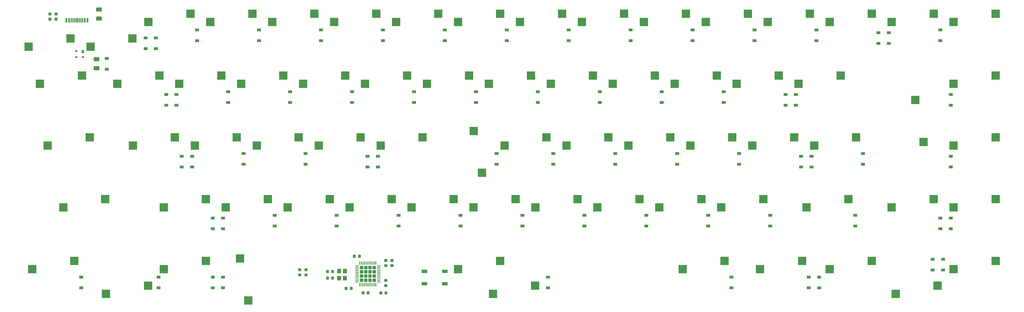
<source format=gbp>
G04 #@! TF.GenerationSoftware,KiCad,Pcbnew,(5.1.4)-1*
G04 #@! TF.CreationDate,2021-07-17T18:01:22+09:00*
G04 #@! TF.ProjectId,JP65,4a503635-2e6b-4696-9361-645f70636258,rev?*
G04 #@! TF.SameCoordinates,Original*
G04 #@! TF.FileFunction,Paste,Bot*
G04 #@! TF.FilePolarity,Positive*
%FSLAX46Y46*%
G04 Gerber Fmt 4.6, Leading zero omitted, Abs format (unit mm)*
G04 Created by KiCad (PCBNEW (5.1.4)-1) date 2021-07-17 18:01:22*
%MOMM*%
%LPD*%
G04 APERTURE LIST*
%ADD10R,2.550000X2.500000*%
%ADD11R,1.200000X0.900000*%
%ADD12C,0.100000*%
%ADD13C,0.875000*%
%ADD14R,0.700000X1.000000*%
%ADD15R,0.700000X0.600000*%
%ADD16R,0.600000X1.450000*%
%ADD17R,0.300000X1.450000*%
%ADD18C,1.250000*%
%ADD19R,2.500000X2.550000*%
%ADD20C,0.250000*%
%ADD21C,1.050000*%
%ADD22R,1.700000X1.000000*%
%ADD23R,1.200000X1.400000*%
G04 APERTURE END LIST*
D10*
X406685750Y-233838750D03*
X393758750Y-236378750D03*
X366204500Y-252888750D03*
X353277500Y-255428750D03*
X387635750Y-252888750D03*
X374708750Y-255428750D03*
X395001750Y-263048750D03*
X407928750Y-260508750D03*
D11*
X409575000Y-252350000D03*
X409575000Y-255650000D03*
X408781250Y-239650000D03*
X408781250Y-242950000D03*
X368300000Y-257906250D03*
X368300000Y-261206250D03*
X371475000Y-257906250D03*
X371475000Y-261206250D03*
X382587500Y-238856250D03*
X382587500Y-242156250D03*
D10*
X380492000Y-233838750D03*
X367565000Y-236378750D03*
X425735750Y-252888750D03*
X412808750Y-255428750D03*
X425735750Y-233838750D03*
X412808750Y-236378750D03*
X425735750Y-214788750D03*
X412808750Y-217328750D03*
X425735750Y-195738750D03*
X412808750Y-198278750D03*
X425735750Y-176688750D03*
X412808750Y-179228750D03*
D11*
X406400000Y-252350000D03*
X406400000Y-255650000D03*
X411956250Y-239650000D03*
X411956250Y-242950000D03*
X411956250Y-220600000D03*
X411956250Y-223900000D03*
X411956250Y-201550000D03*
X411956250Y-204850000D03*
X408781250Y-181706250D03*
X408781250Y-185006250D03*
D10*
X271176750Y-263048750D03*
X284103750Y-260508750D03*
X387635750Y-176688750D03*
X374708750Y-179228750D03*
X368585750Y-176688750D03*
X355658750Y-179228750D03*
D12*
G36*
X211986691Y-255157303D02*
G01*
X212007926Y-255160453D01*
X212028750Y-255165669D01*
X212048962Y-255172901D01*
X212068368Y-255182080D01*
X212086781Y-255193116D01*
X212104024Y-255205904D01*
X212119930Y-255220320D01*
X212134346Y-255236226D01*
X212147134Y-255253469D01*
X212158170Y-255271882D01*
X212167349Y-255291288D01*
X212174581Y-255311500D01*
X212179797Y-255332324D01*
X212182947Y-255353559D01*
X212184000Y-255375000D01*
X212184000Y-255812500D01*
X212182947Y-255833941D01*
X212179797Y-255855176D01*
X212174581Y-255876000D01*
X212167349Y-255896212D01*
X212158170Y-255915618D01*
X212147134Y-255934031D01*
X212134346Y-255951274D01*
X212119930Y-255967180D01*
X212104024Y-255981596D01*
X212086781Y-255994384D01*
X212068368Y-256005420D01*
X212048962Y-256014599D01*
X212028750Y-256021831D01*
X212007926Y-256027047D01*
X211986691Y-256030197D01*
X211965250Y-256031250D01*
X211452750Y-256031250D01*
X211431309Y-256030197D01*
X211410074Y-256027047D01*
X211389250Y-256021831D01*
X211369038Y-256014599D01*
X211349632Y-256005420D01*
X211331219Y-255994384D01*
X211313976Y-255981596D01*
X211298070Y-255967180D01*
X211283654Y-255951274D01*
X211270866Y-255934031D01*
X211259830Y-255915618D01*
X211250651Y-255896212D01*
X211243419Y-255876000D01*
X211238203Y-255855176D01*
X211235053Y-255833941D01*
X211234000Y-255812500D01*
X211234000Y-255375000D01*
X211235053Y-255353559D01*
X211238203Y-255332324D01*
X211243419Y-255311500D01*
X211250651Y-255291288D01*
X211259830Y-255271882D01*
X211270866Y-255253469D01*
X211283654Y-255236226D01*
X211298070Y-255220320D01*
X211313976Y-255205904D01*
X211331219Y-255193116D01*
X211349632Y-255182080D01*
X211369038Y-255172901D01*
X211389250Y-255165669D01*
X211410074Y-255160453D01*
X211431309Y-255157303D01*
X211452750Y-255156250D01*
X211965250Y-255156250D01*
X211986691Y-255157303D01*
X211986691Y-255157303D01*
G37*
D13*
X211709000Y-255593750D03*
D12*
G36*
X211986691Y-256732303D02*
G01*
X212007926Y-256735453D01*
X212028750Y-256740669D01*
X212048962Y-256747901D01*
X212068368Y-256757080D01*
X212086781Y-256768116D01*
X212104024Y-256780904D01*
X212119930Y-256795320D01*
X212134346Y-256811226D01*
X212147134Y-256828469D01*
X212158170Y-256846882D01*
X212167349Y-256866288D01*
X212174581Y-256886500D01*
X212179797Y-256907324D01*
X212182947Y-256928559D01*
X212184000Y-256950000D01*
X212184000Y-257387500D01*
X212182947Y-257408941D01*
X212179797Y-257430176D01*
X212174581Y-257451000D01*
X212167349Y-257471212D01*
X212158170Y-257490618D01*
X212147134Y-257509031D01*
X212134346Y-257526274D01*
X212119930Y-257542180D01*
X212104024Y-257556596D01*
X212086781Y-257569384D01*
X212068368Y-257580420D01*
X212048962Y-257589599D01*
X212028750Y-257596831D01*
X212007926Y-257602047D01*
X211986691Y-257605197D01*
X211965250Y-257606250D01*
X211452750Y-257606250D01*
X211431309Y-257605197D01*
X211410074Y-257602047D01*
X211389250Y-257596831D01*
X211369038Y-257589599D01*
X211349632Y-257580420D01*
X211331219Y-257569384D01*
X211313976Y-257556596D01*
X211298070Y-257542180D01*
X211283654Y-257526274D01*
X211270866Y-257509031D01*
X211259830Y-257490618D01*
X211250651Y-257471212D01*
X211243419Y-257451000D01*
X211238203Y-257430176D01*
X211235053Y-257408941D01*
X211234000Y-257387500D01*
X211234000Y-256950000D01*
X211235053Y-256928559D01*
X211238203Y-256907324D01*
X211243419Y-256886500D01*
X211250651Y-256866288D01*
X211259830Y-256846882D01*
X211270866Y-256828469D01*
X211283654Y-256811226D01*
X211298070Y-256795320D01*
X211313976Y-256780904D01*
X211331219Y-256768116D01*
X211349632Y-256757080D01*
X211369038Y-256747901D01*
X211389250Y-256740669D01*
X211410074Y-256735453D01*
X211431309Y-256732303D01*
X211452750Y-256731250D01*
X211965250Y-256731250D01*
X211986691Y-256732303D01*
X211986691Y-256732303D01*
G37*
D13*
X211709000Y-257168750D03*
D12*
G36*
X213923441Y-255157303D02*
G01*
X213944676Y-255160453D01*
X213965500Y-255165669D01*
X213985712Y-255172901D01*
X214005118Y-255182080D01*
X214023531Y-255193116D01*
X214040774Y-255205904D01*
X214056680Y-255220320D01*
X214071096Y-255236226D01*
X214083884Y-255253469D01*
X214094920Y-255271882D01*
X214104099Y-255291288D01*
X214111331Y-255311500D01*
X214116547Y-255332324D01*
X214119697Y-255353559D01*
X214120750Y-255375000D01*
X214120750Y-255812500D01*
X214119697Y-255833941D01*
X214116547Y-255855176D01*
X214111331Y-255876000D01*
X214104099Y-255896212D01*
X214094920Y-255915618D01*
X214083884Y-255934031D01*
X214071096Y-255951274D01*
X214056680Y-255967180D01*
X214040774Y-255981596D01*
X214023531Y-255994384D01*
X214005118Y-256005420D01*
X213985712Y-256014599D01*
X213965500Y-256021831D01*
X213944676Y-256027047D01*
X213923441Y-256030197D01*
X213902000Y-256031250D01*
X213389500Y-256031250D01*
X213368059Y-256030197D01*
X213346824Y-256027047D01*
X213326000Y-256021831D01*
X213305788Y-256014599D01*
X213286382Y-256005420D01*
X213267969Y-255994384D01*
X213250726Y-255981596D01*
X213234820Y-255967180D01*
X213220404Y-255951274D01*
X213207616Y-255934031D01*
X213196580Y-255915618D01*
X213187401Y-255896212D01*
X213180169Y-255876000D01*
X213174953Y-255855176D01*
X213171803Y-255833941D01*
X213170750Y-255812500D01*
X213170750Y-255375000D01*
X213171803Y-255353559D01*
X213174953Y-255332324D01*
X213180169Y-255311500D01*
X213187401Y-255291288D01*
X213196580Y-255271882D01*
X213207616Y-255253469D01*
X213220404Y-255236226D01*
X213234820Y-255220320D01*
X213250726Y-255205904D01*
X213267969Y-255193116D01*
X213286382Y-255182080D01*
X213305788Y-255172901D01*
X213326000Y-255165669D01*
X213346824Y-255160453D01*
X213368059Y-255157303D01*
X213389500Y-255156250D01*
X213902000Y-255156250D01*
X213923441Y-255157303D01*
X213923441Y-255157303D01*
G37*
D13*
X213645750Y-255593750D03*
D12*
G36*
X213923441Y-256732303D02*
G01*
X213944676Y-256735453D01*
X213965500Y-256740669D01*
X213985712Y-256747901D01*
X214005118Y-256757080D01*
X214023531Y-256768116D01*
X214040774Y-256780904D01*
X214056680Y-256795320D01*
X214071096Y-256811226D01*
X214083884Y-256828469D01*
X214094920Y-256846882D01*
X214104099Y-256866288D01*
X214111331Y-256886500D01*
X214116547Y-256907324D01*
X214119697Y-256928559D01*
X214120750Y-256950000D01*
X214120750Y-257387500D01*
X214119697Y-257408941D01*
X214116547Y-257430176D01*
X214111331Y-257451000D01*
X214104099Y-257471212D01*
X214094920Y-257490618D01*
X214083884Y-257509031D01*
X214071096Y-257526274D01*
X214056680Y-257542180D01*
X214040774Y-257556596D01*
X214023531Y-257569384D01*
X214005118Y-257580420D01*
X213985712Y-257589599D01*
X213965500Y-257596831D01*
X213944676Y-257602047D01*
X213923441Y-257605197D01*
X213902000Y-257606250D01*
X213389500Y-257606250D01*
X213368059Y-257605197D01*
X213346824Y-257602047D01*
X213326000Y-257596831D01*
X213305788Y-257589599D01*
X213286382Y-257580420D01*
X213267969Y-257569384D01*
X213250726Y-257556596D01*
X213234820Y-257542180D01*
X213220404Y-257526274D01*
X213207616Y-257509031D01*
X213196580Y-257490618D01*
X213187401Y-257471212D01*
X213180169Y-257451000D01*
X213174953Y-257430176D01*
X213171803Y-257408941D01*
X213170750Y-257387500D01*
X213170750Y-256950000D01*
X213171803Y-256928559D01*
X213174953Y-256907324D01*
X213180169Y-256886500D01*
X213187401Y-256866288D01*
X213196580Y-256846882D01*
X213207616Y-256828469D01*
X213220404Y-256811226D01*
X213234820Y-256795320D01*
X213250726Y-256780904D01*
X213267969Y-256768116D01*
X213286382Y-256757080D01*
X213305788Y-256747901D01*
X213326000Y-256740669D01*
X213346824Y-256735453D01*
X213368059Y-256732303D01*
X213389500Y-256731250D01*
X213902000Y-256731250D01*
X213923441Y-256732303D01*
X213923441Y-256732303D01*
G37*
D13*
X213645750Y-257168750D03*
D10*
X147129500Y-214788750D03*
X134202500Y-217328750D03*
D14*
X145018000Y-188353000D03*
D15*
X143018000Y-188153000D03*
X145018000Y-190053000D03*
X143018000Y-190053000D03*
D16*
X146417500Y-178662400D03*
X139967500Y-178662400D03*
X145642500Y-178662400D03*
X140742500Y-178662400D03*
D17*
X141442500Y-178662400D03*
X144942500Y-178662400D03*
X141942500Y-178662400D03*
X144442500Y-178662400D03*
X142442500Y-178662400D03*
X143942500Y-178662400D03*
X143442500Y-178662400D03*
X142942500Y-178662400D03*
D12*
G36*
X137056691Y-176322053D02*
G01*
X137077926Y-176325203D01*
X137098750Y-176330419D01*
X137118962Y-176337651D01*
X137138368Y-176346830D01*
X137156781Y-176357866D01*
X137174024Y-176370654D01*
X137189930Y-176385070D01*
X137204346Y-176400976D01*
X137217134Y-176418219D01*
X137228170Y-176436632D01*
X137237349Y-176456038D01*
X137244581Y-176476250D01*
X137249797Y-176497074D01*
X137252947Y-176518309D01*
X137254000Y-176539750D01*
X137254000Y-176977250D01*
X137252947Y-176998691D01*
X137249797Y-177019926D01*
X137244581Y-177040750D01*
X137237349Y-177060962D01*
X137228170Y-177080368D01*
X137217134Y-177098781D01*
X137204346Y-177116024D01*
X137189930Y-177131930D01*
X137174024Y-177146346D01*
X137156781Y-177159134D01*
X137138368Y-177170170D01*
X137118962Y-177179349D01*
X137098750Y-177186581D01*
X137077926Y-177191797D01*
X137056691Y-177194947D01*
X137035250Y-177196000D01*
X136522750Y-177196000D01*
X136501309Y-177194947D01*
X136480074Y-177191797D01*
X136459250Y-177186581D01*
X136439038Y-177179349D01*
X136419632Y-177170170D01*
X136401219Y-177159134D01*
X136383976Y-177146346D01*
X136368070Y-177131930D01*
X136353654Y-177116024D01*
X136340866Y-177098781D01*
X136329830Y-177080368D01*
X136320651Y-177060962D01*
X136313419Y-177040750D01*
X136308203Y-177019926D01*
X136305053Y-176998691D01*
X136304000Y-176977250D01*
X136304000Y-176539750D01*
X136305053Y-176518309D01*
X136308203Y-176497074D01*
X136313419Y-176476250D01*
X136320651Y-176456038D01*
X136329830Y-176436632D01*
X136340866Y-176418219D01*
X136353654Y-176400976D01*
X136368070Y-176385070D01*
X136383976Y-176370654D01*
X136401219Y-176357866D01*
X136419632Y-176346830D01*
X136439038Y-176337651D01*
X136459250Y-176330419D01*
X136480074Y-176325203D01*
X136501309Y-176322053D01*
X136522750Y-176321000D01*
X137035250Y-176321000D01*
X137056691Y-176322053D01*
X137056691Y-176322053D01*
G37*
D13*
X136779000Y-176758500D03*
D12*
G36*
X137056691Y-177897053D02*
G01*
X137077926Y-177900203D01*
X137098750Y-177905419D01*
X137118962Y-177912651D01*
X137138368Y-177921830D01*
X137156781Y-177932866D01*
X137174024Y-177945654D01*
X137189930Y-177960070D01*
X137204346Y-177975976D01*
X137217134Y-177993219D01*
X137228170Y-178011632D01*
X137237349Y-178031038D01*
X137244581Y-178051250D01*
X137249797Y-178072074D01*
X137252947Y-178093309D01*
X137254000Y-178114750D01*
X137254000Y-178552250D01*
X137252947Y-178573691D01*
X137249797Y-178594926D01*
X137244581Y-178615750D01*
X137237349Y-178635962D01*
X137228170Y-178655368D01*
X137217134Y-178673781D01*
X137204346Y-178691024D01*
X137189930Y-178706930D01*
X137174024Y-178721346D01*
X137156781Y-178734134D01*
X137138368Y-178745170D01*
X137118962Y-178754349D01*
X137098750Y-178761581D01*
X137077926Y-178766797D01*
X137056691Y-178769947D01*
X137035250Y-178771000D01*
X136522750Y-178771000D01*
X136501309Y-178769947D01*
X136480074Y-178766797D01*
X136459250Y-178761581D01*
X136439038Y-178754349D01*
X136419632Y-178745170D01*
X136401219Y-178734134D01*
X136383976Y-178721346D01*
X136368070Y-178706930D01*
X136353654Y-178691024D01*
X136340866Y-178673781D01*
X136329830Y-178655368D01*
X136320651Y-178635962D01*
X136313419Y-178615750D01*
X136308203Y-178594926D01*
X136305053Y-178573691D01*
X136304000Y-178552250D01*
X136304000Y-178114750D01*
X136305053Y-178093309D01*
X136308203Y-178072074D01*
X136313419Y-178051250D01*
X136320651Y-178031038D01*
X136329830Y-178011632D01*
X136340866Y-177993219D01*
X136353654Y-177975976D01*
X136368070Y-177960070D01*
X136383976Y-177945654D01*
X136401219Y-177932866D01*
X136419632Y-177921830D01*
X136439038Y-177912651D01*
X136459250Y-177905419D01*
X136480074Y-177900203D01*
X136501309Y-177897053D01*
X136522750Y-177896000D01*
X137035250Y-177896000D01*
X137056691Y-177897053D01*
X137056691Y-177897053D01*
G37*
D13*
X136779000Y-178333500D03*
D12*
G36*
X135151691Y-176322053D02*
G01*
X135172926Y-176325203D01*
X135193750Y-176330419D01*
X135213962Y-176337651D01*
X135233368Y-176346830D01*
X135251781Y-176357866D01*
X135269024Y-176370654D01*
X135284930Y-176385070D01*
X135299346Y-176400976D01*
X135312134Y-176418219D01*
X135323170Y-176436632D01*
X135332349Y-176456038D01*
X135339581Y-176476250D01*
X135344797Y-176497074D01*
X135347947Y-176518309D01*
X135349000Y-176539750D01*
X135349000Y-176977250D01*
X135347947Y-176998691D01*
X135344797Y-177019926D01*
X135339581Y-177040750D01*
X135332349Y-177060962D01*
X135323170Y-177080368D01*
X135312134Y-177098781D01*
X135299346Y-177116024D01*
X135284930Y-177131930D01*
X135269024Y-177146346D01*
X135251781Y-177159134D01*
X135233368Y-177170170D01*
X135213962Y-177179349D01*
X135193750Y-177186581D01*
X135172926Y-177191797D01*
X135151691Y-177194947D01*
X135130250Y-177196000D01*
X134617750Y-177196000D01*
X134596309Y-177194947D01*
X134575074Y-177191797D01*
X134554250Y-177186581D01*
X134534038Y-177179349D01*
X134514632Y-177170170D01*
X134496219Y-177159134D01*
X134478976Y-177146346D01*
X134463070Y-177131930D01*
X134448654Y-177116024D01*
X134435866Y-177098781D01*
X134424830Y-177080368D01*
X134415651Y-177060962D01*
X134408419Y-177040750D01*
X134403203Y-177019926D01*
X134400053Y-176998691D01*
X134399000Y-176977250D01*
X134399000Y-176539750D01*
X134400053Y-176518309D01*
X134403203Y-176497074D01*
X134408419Y-176476250D01*
X134415651Y-176456038D01*
X134424830Y-176436632D01*
X134435866Y-176418219D01*
X134448654Y-176400976D01*
X134463070Y-176385070D01*
X134478976Y-176370654D01*
X134496219Y-176357866D01*
X134514632Y-176346830D01*
X134534038Y-176337651D01*
X134554250Y-176330419D01*
X134575074Y-176325203D01*
X134596309Y-176322053D01*
X134617750Y-176321000D01*
X135130250Y-176321000D01*
X135151691Y-176322053D01*
X135151691Y-176322053D01*
G37*
D13*
X134874000Y-176758500D03*
D12*
G36*
X135151691Y-177897053D02*
G01*
X135172926Y-177900203D01*
X135193750Y-177905419D01*
X135213962Y-177912651D01*
X135233368Y-177921830D01*
X135251781Y-177932866D01*
X135269024Y-177945654D01*
X135284930Y-177960070D01*
X135299346Y-177975976D01*
X135312134Y-177993219D01*
X135323170Y-178011632D01*
X135332349Y-178031038D01*
X135339581Y-178051250D01*
X135344797Y-178072074D01*
X135347947Y-178093309D01*
X135349000Y-178114750D01*
X135349000Y-178552250D01*
X135347947Y-178573691D01*
X135344797Y-178594926D01*
X135339581Y-178615750D01*
X135332349Y-178635962D01*
X135323170Y-178655368D01*
X135312134Y-178673781D01*
X135299346Y-178691024D01*
X135284930Y-178706930D01*
X135269024Y-178721346D01*
X135251781Y-178734134D01*
X135233368Y-178745170D01*
X135213962Y-178754349D01*
X135193750Y-178761581D01*
X135172926Y-178766797D01*
X135151691Y-178769947D01*
X135130250Y-178771000D01*
X134617750Y-178771000D01*
X134596309Y-178769947D01*
X134575074Y-178766797D01*
X134554250Y-178761581D01*
X134534038Y-178754349D01*
X134514632Y-178745170D01*
X134496219Y-178734134D01*
X134478976Y-178721346D01*
X134463070Y-178706930D01*
X134448654Y-178691024D01*
X134435866Y-178673781D01*
X134424830Y-178655368D01*
X134415651Y-178635962D01*
X134408419Y-178615750D01*
X134403203Y-178594926D01*
X134400053Y-178573691D01*
X134399000Y-178552250D01*
X134399000Y-178114750D01*
X134400053Y-178093309D01*
X134403203Y-178072074D01*
X134408419Y-178051250D01*
X134415651Y-178031038D01*
X134424830Y-178011632D01*
X134435866Y-177993219D01*
X134448654Y-177975976D01*
X134463070Y-177960070D01*
X134478976Y-177945654D01*
X134496219Y-177932866D01*
X134514632Y-177921830D01*
X134534038Y-177912651D01*
X134554250Y-177905419D01*
X134575074Y-177900203D01*
X134596309Y-177897053D01*
X134617750Y-177896000D01*
X135130250Y-177896000D01*
X135151691Y-177897053D01*
X135151691Y-177897053D01*
G37*
D13*
X134874000Y-178333500D03*
D12*
G36*
X150636504Y-177560204D02*
G01*
X150660773Y-177563804D01*
X150684571Y-177569765D01*
X150707671Y-177578030D01*
X150729849Y-177588520D01*
X150750893Y-177601133D01*
X150770598Y-177615747D01*
X150788777Y-177632223D01*
X150805253Y-177650402D01*
X150819867Y-177670107D01*
X150832480Y-177691151D01*
X150842970Y-177713329D01*
X150851235Y-177736429D01*
X150857196Y-177760227D01*
X150860796Y-177784496D01*
X150862000Y-177809000D01*
X150862000Y-178559000D01*
X150860796Y-178583504D01*
X150857196Y-178607773D01*
X150851235Y-178631571D01*
X150842970Y-178654671D01*
X150832480Y-178676849D01*
X150819867Y-178697893D01*
X150805253Y-178717598D01*
X150788777Y-178735777D01*
X150770598Y-178752253D01*
X150750893Y-178766867D01*
X150729849Y-178779480D01*
X150707671Y-178789970D01*
X150684571Y-178798235D01*
X150660773Y-178804196D01*
X150636504Y-178807796D01*
X150612000Y-178809000D01*
X149362000Y-178809000D01*
X149337496Y-178807796D01*
X149313227Y-178804196D01*
X149289429Y-178798235D01*
X149266329Y-178789970D01*
X149244151Y-178779480D01*
X149223107Y-178766867D01*
X149203402Y-178752253D01*
X149185223Y-178735777D01*
X149168747Y-178717598D01*
X149154133Y-178697893D01*
X149141520Y-178676849D01*
X149131030Y-178654671D01*
X149122765Y-178631571D01*
X149116804Y-178607773D01*
X149113204Y-178583504D01*
X149112000Y-178559000D01*
X149112000Y-177809000D01*
X149113204Y-177784496D01*
X149116804Y-177760227D01*
X149122765Y-177736429D01*
X149131030Y-177713329D01*
X149141520Y-177691151D01*
X149154133Y-177670107D01*
X149168747Y-177650402D01*
X149185223Y-177632223D01*
X149203402Y-177615747D01*
X149223107Y-177601133D01*
X149244151Y-177588520D01*
X149266329Y-177578030D01*
X149289429Y-177569765D01*
X149313227Y-177563804D01*
X149337496Y-177560204D01*
X149362000Y-177559000D01*
X150612000Y-177559000D01*
X150636504Y-177560204D01*
X150636504Y-177560204D01*
G37*
D18*
X149987000Y-178184000D03*
D12*
G36*
X150636504Y-174760204D02*
G01*
X150660773Y-174763804D01*
X150684571Y-174769765D01*
X150707671Y-174778030D01*
X150729849Y-174788520D01*
X150750893Y-174801133D01*
X150770598Y-174815747D01*
X150788777Y-174832223D01*
X150805253Y-174850402D01*
X150819867Y-174870107D01*
X150832480Y-174891151D01*
X150842970Y-174913329D01*
X150851235Y-174936429D01*
X150857196Y-174960227D01*
X150860796Y-174984496D01*
X150862000Y-175009000D01*
X150862000Y-175759000D01*
X150860796Y-175783504D01*
X150857196Y-175807773D01*
X150851235Y-175831571D01*
X150842970Y-175854671D01*
X150832480Y-175876849D01*
X150819867Y-175897893D01*
X150805253Y-175917598D01*
X150788777Y-175935777D01*
X150770598Y-175952253D01*
X150750893Y-175966867D01*
X150729849Y-175979480D01*
X150707671Y-175989970D01*
X150684571Y-175998235D01*
X150660773Y-176004196D01*
X150636504Y-176007796D01*
X150612000Y-176009000D01*
X149362000Y-176009000D01*
X149337496Y-176007796D01*
X149313227Y-176004196D01*
X149289429Y-175998235D01*
X149266329Y-175989970D01*
X149244151Y-175979480D01*
X149223107Y-175966867D01*
X149203402Y-175952253D01*
X149185223Y-175935777D01*
X149168747Y-175917598D01*
X149154133Y-175897893D01*
X149141520Y-175876849D01*
X149131030Y-175854671D01*
X149122765Y-175831571D01*
X149116804Y-175807773D01*
X149113204Y-175783504D01*
X149112000Y-175759000D01*
X149112000Y-175009000D01*
X149113204Y-174984496D01*
X149116804Y-174960227D01*
X149122765Y-174936429D01*
X149131030Y-174913329D01*
X149141520Y-174891151D01*
X149154133Y-174870107D01*
X149168747Y-174850402D01*
X149185223Y-174832223D01*
X149203402Y-174815747D01*
X149223107Y-174801133D01*
X149244151Y-174788520D01*
X149266329Y-174778030D01*
X149289429Y-174769765D01*
X149313227Y-174763804D01*
X149337496Y-174760204D01*
X149362000Y-174759000D01*
X150612000Y-174759000D01*
X150636504Y-174760204D01*
X150636504Y-174760204D01*
G37*
D18*
X149987000Y-175384000D03*
D12*
G36*
X149874504Y-192863704D02*
G01*
X149898773Y-192867304D01*
X149922571Y-192873265D01*
X149945671Y-192881530D01*
X149967849Y-192892020D01*
X149988893Y-192904633D01*
X150008598Y-192919247D01*
X150026777Y-192935723D01*
X150043253Y-192953902D01*
X150057867Y-192973607D01*
X150070480Y-192994651D01*
X150080970Y-193016829D01*
X150089235Y-193039929D01*
X150095196Y-193063727D01*
X150098796Y-193087996D01*
X150100000Y-193112500D01*
X150100000Y-193862500D01*
X150098796Y-193887004D01*
X150095196Y-193911273D01*
X150089235Y-193935071D01*
X150080970Y-193958171D01*
X150070480Y-193980349D01*
X150057867Y-194001393D01*
X150043253Y-194021098D01*
X150026777Y-194039277D01*
X150008598Y-194055753D01*
X149988893Y-194070367D01*
X149967849Y-194082980D01*
X149945671Y-194093470D01*
X149922571Y-194101735D01*
X149898773Y-194107696D01*
X149874504Y-194111296D01*
X149850000Y-194112500D01*
X148600000Y-194112500D01*
X148575496Y-194111296D01*
X148551227Y-194107696D01*
X148527429Y-194101735D01*
X148504329Y-194093470D01*
X148482151Y-194082980D01*
X148461107Y-194070367D01*
X148441402Y-194055753D01*
X148423223Y-194039277D01*
X148406747Y-194021098D01*
X148392133Y-194001393D01*
X148379520Y-193980349D01*
X148369030Y-193958171D01*
X148360765Y-193935071D01*
X148354804Y-193911273D01*
X148351204Y-193887004D01*
X148350000Y-193862500D01*
X148350000Y-193112500D01*
X148351204Y-193087996D01*
X148354804Y-193063727D01*
X148360765Y-193039929D01*
X148369030Y-193016829D01*
X148379520Y-192994651D01*
X148392133Y-192973607D01*
X148406747Y-192953902D01*
X148423223Y-192935723D01*
X148441402Y-192919247D01*
X148461107Y-192904633D01*
X148482151Y-192892020D01*
X148504329Y-192881530D01*
X148527429Y-192873265D01*
X148551227Y-192867304D01*
X148575496Y-192863704D01*
X148600000Y-192862500D01*
X149850000Y-192862500D01*
X149874504Y-192863704D01*
X149874504Y-192863704D01*
G37*
D18*
X149225000Y-193487500D03*
D12*
G36*
X149874504Y-190063704D02*
G01*
X149898773Y-190067304D01*
X149922571Y-190073265D01*
X149945671Y-190081530D01*
X149967849Y-190092020D01*
X149988893Y-190104633D01*
X150008598Y-190119247D01*
X150026777Y-190135723D01*
X150043253Y-190153902D01*
X150057867Y-190173607D01*
X150070480Y-190194651D01*
X150080970Y-190216829D01*
X150089235Y-190239929D01*
X150095196Y-190263727D01*
X150098796Y-190287996D01*
X150100000Y-190312500D01*
X150100000Y-191062500D01*
X150098796Y-191087004D01*
X150095196Y-191111273D01*
X150089235Y-191135071D01*
X150080970Y-191158171D01*
X150070480Y-191180349D01*
X150057867Y-191201393D01*
X150043253Y-191221098D01*
X150026777Y-191239277D01*
X150008598Y-191255753D01*
X149988893Y-191270367D01*
X149967849Y-191282980D01*
X149945671Y-191293470D01*
X149922571Y-191301735D01*
X149898773Y-191307696D01*
X149874504Y-191311296D01*
X149850000Y-191312500D01*
X148600000Y-191312500D01*
X148575496Y-191311296D01*
X148551227Y-191307696D01*
X148527429Y-191301735D01*
X148504329Y-191293470D01*
X148482151Y-191282980D01*
X148461107Y-191270367D01*
X148441402Y-191255753D01*
X148423223Y-191239277D01*
X148406747Y-191221098D01*
X148392133Y-191201393D01*
X148379520Y-191180349D01*
X148369030Y-191158171D01*
X148360765Y-191135071D01*
X148354804Y-191111273D01*
X148351204Y-191087004D01*
X148350000Y-191062500D01*
X148350000Y-190312500D01*
X148351204Y-190287996D01*
X148354804Y-190263727D01*
X148360765Y-190239929D01*
X148369030Y-190216829D01*
X148379520Y-190194651D01*
X148392133Y-190173607D01*
X148406747Y-190153902D01*
X148423223Y-190135723D01*
X148441402Y-190119247D01*
X148461107Y-190104633D01*
X148482151Y-190092020D01*
X148504329Y-190081530D01*
X148527429Y-190073265D01*
X148551227Y-190067304D01*
X148575496Y-190063704D01*
X148600000Y-190062500D01*
X149850000Y-190062500D01*
X149874504Y-190063704D01*
X149874504Y-190063704D01*
G37*
D18*
X149225000Y-190687500D03*
D11*
X152400000Y-190437500D03*
X152400000Y-193737500D03*
D10*
X403542500Y-216185750D03*
X401002500Y-203258750D03*
X382873250Y-214788750D03*
X369946250Y-217328750D03*
X342392000Y-252888750D03*
X329465000Y-255428750D03*
X273335750Y-252888750D03*
X260408750Y-255428750D03*
D19*
X193357500Y-252126750D03*
X195897500Y-265053750D03*
D10*
X142367000Y-252888750D03*
X129440000Y-255428750D03*
X182848250Y-252888750D03*
X169921250Y-255428750D03*
D11*
X344487500Y-257906250D03*
X344487500Y-261206250D03*
X188118750Y-257906250D03*
X188118750Y-261206250D03*
X364331250Y-201550000D03*
X364331250Y-204850000D03*
D12*
G36*
X236497626Y-259249551D02*
G01*
X236503693Y-259250451D01*
X236509643Y-259251941D01*
X236515418Y-259254008D01*
X236520962Y-259256630D01*
X236526223Y-259259783D01*
X236531150Y-259263437D01*
X236535694Y-259267556D01*
X236539813Y-259272100D01*
X236543467Y-259277027D01*
X236546620Y-259282288D01*
X236549242Y-259287832D01*
X236551309Y-259293607D01*
X236552799Y-259299557D01*
X236553699Y-259305624D01*
X236554000Y-259311750D01*
X236554000Y-259436750D01*
X236553699Y-259442876D01*
X236552799Y-259448943D01*
X236551309Y-259454893D01*
X236549242Y-259460668D01*
X236546620Y-259466212D01*
X236543467Y-259471473D01*
X236539813Y-259476400D01*
X236535694Y-259480944D01*
X236531150Y-259485063D01*
X236526223Y-259488717D01*
X236520962Y-259491870D01*
X236515418Y-259494492D01*
X236509643Y-259496559D01*
X236503693Y-259498049D01*
X236497626Y-259498949D01*
X236491500Y-259499250D01*
X235541500Y-259499250D01*
X235535374Y-259498949D01*
X235529307Y-259498049D01*
X235523357Y-259496559D01*
X235517582Y-259494492D01*
X235512038Y-259491870D01*
X235506777Y-259488717D01*
X235501850Y-259485063D01*
X235497306Y-259480944D01*
X235493187Y-259476400D01*
X235489533Y-259471473D01*
X235486380Y-259466212D01*
X235483758Y-259460668D01*
X235481691Y-259454893D01*
X235480201Y-259448943D01*
X235479301Y-259442876D01*
X235479000Y-259436750D01*
X235479000Y-259311750D01*
X235479301Y-259305624D01*
X235480201Y-259299557D01*
X235481691Y-259293607D01*
X235483758Y-259287832D01*
X235486380Y-259282288D01*
X235489533Y-259277027D01*
X235493187Y-259272100D01*
X235497306Y-259267556D01*
X235501850Y-259263437D01*
X235506777Y-259259783D01*
X235512038Y-259256630D01*
X235517582Y-259254008D01*
X235523357Y-259251941D01*
X235529307Y-259250451D01*
X235535374Y-259249551D01*
X235541500Y-259249250D01*
X236491500Y-259249250D01*
X236497626Y-259249551D01*
X236497626Y-259249551D01*
G37*
D20*
X236016500Y-259374250D03*
D12*
G36*
X236497626Y-258749551D02*
G01*
X236503693Y-258750451D01*
X236509643Y-258751941D01*
X236515418Y-258754008D01*
X236520962Y-258756630D01*
X236526223Y-258759783D01*
X236531150Y-258763437D01*
X236535694Y-258767556D01*
X236539813Y-258772100D01*
X236543467Y-258777027D01*
X236546620Y-258782288D01*
X236549242Y-258787832D01*
X236551309Y-258793607D01*
X236552799Y-258799557D01*
X236553699Y-258805624D01*
X236554000Y-258811750D01*
X236554000Y-258936750D01*
X236553699Y-258942876D01*
X236552799Y-258948943D01*
X236551309Y-258954893D01*
X236549242Y-258960668D01*
X236546620Y-258966212D01*
X236543467Y-258971473D01*
X236539813Y-258976400D01*
X236535694Y-258980944D01*
X236531150Y-258985063D01*
X236526223Y-258988717D01*
X236520962Y-258991870D01*
X236515418Y-258994492D01*
X236509643Y-258996559D01*
X236503693Y-258998049D01*
X236497626Y-258998949D01*
X236491500Y-258999250D01*
X235541500Y-258999250D01*
X235535374Y-258998949D01*
X235529307Y-258998049D01*
X235523357Y-258996559D01*
X235517582Y-258994492D01*
X235512038Y-258991870D01*
X235506777Y-258988717D01*
X235501850Y-258985063D01*
X235497306Y-258980944D01*
X235493187Y-258976400D01*
X235489533Y-258971473D01*
X235486380Y-258966212D01*
X235483758Y-258960668D01*
X235481691Y-258954893D01*
X235480201Y-258948943D01*
X235479301Y-258942876D01*
X235479000Y-258936750D01*
X235479000Y-258811750D01*
X235479301Y-258805624D01*
X235480201Y-258799557D01*
X235481691Y-258793607D01*
X235483758Y-258787832D01*
X235486380Y-258782288D01*
X235489533Y-258777027D01*
X235493187Y-258772100D01*
X235497306Y-258767556D01*
X235501850Y-258763437D01*
X235506777Y-258759783D01*
X235512038Y-258756630D01*
X235517582Y-258754008D01*
X235523357Y-258751941D01*
X235529307Y-258750451D01*
X235535374Y-258749551D01*
X235541500Y-258749250D01*
X236491500Y-258749250D01*
X236497626Y-258749551D01*
X236497626Y-258749551D01*
G37*
D20*
X236016500Y-258874250D03*
D12*
G36*
X236497626Y-258249551D02*
G01*
X236503693Y-258250451D01*
X236509643Y-258251941D01*
X236515418Y-258254008D01*
X236520962Y-258256630D01*
X236526223Y-258259783D01*
X236531150Y-258263437D01*
X236535694Y-258267556D01*
X236539813Y-258272100D01*
X236543467Y-258277027D01*
X236546620Y-258282288D01*
X236549242Y-258287832D01*
X236551309Y-258293607D01*
X236552799Y-258299557D01*
X236553699Y-258305624D01*
X236554000Y-258311750D01*
X236554000Y-258436750D01*
X236553699Y-258442876D01*
X236552799Y-258448943D01*
X236551309Y-258454893D01*
X236549242Y-258460668D01*
X236546620Y-258466212D01*
X236543467Y-258471473D01*
X236539813Y-258476400D01*
X236535694Y-258480944D01*
X236531150Y-258485063D01*
X236526223Y-258488717D01*
X236520962Y-258491870D01*
X236515418Y-258494492D01*
X236509643Y-258496559D01*
X236503693Y-258498049D01*
X236497626Y-258498949D01*
X236491500Y-258499250D01*
X235541500Y-258499250D01*
X235535374Y-258498949D01*
X235529307Y-258498049D01*
X235523357Y-258496559D01*
X235517582Y-258494492D01*
X235512038Y-258491870D01*
X235506777Y-258488717D01*
X235501850Y-258485063D01*
X235497306Y-258480944D01*
X235493187Y-258476400D01*
X235489533Y-258471473D01*
X235486380Y-258466212D01*
X235483758Y-258460668D01*
X235481691Y-258454893D01*
X235480201Y-258448943D01*
X235479301Y-258442876D01*
X235479000Y-258436750D01*
X235479000Y-258311750D01*
X235479301Y-258305624D01*
X235480201Y-258299557D01*
X235481691Y-258293607D01*
X235483758Y-258287832D01*
X235486380Y-258282288D01*
X235489533Y-258277027D01*
X235493187Y-258272100D01*
X235497306Y-258267556D01*
X235501850Y-258263437D01*
X235506777Y-258259783D01*
X235512038Y-258256630D01*
X235517582Y-258254008D01*
X235523357Y-258251941D01*
X235529307Y-258250451D01*
X235535374Y-258249551D01*
X235541500Y-258249250D01*
X236491500Y-258249250D01*
X236497626Y-258249551D01*
X236497626Y-258249551D01*
G37*
D20*
X236016500Y-258374250D03*
D12*
G36*
X236497626Y-257749551D02*
G01*
X236503693Y-257750451D01*
X236509643Y-257751941D01*
X236515418Y-257754008D01*
X236520962Y-257756630D01*
X236526223Y-257759783D01*
X236531150Y-257763437D01*
X236535694Y-257767556D01*
X236539813Y-257772100D01*
X236543467Y-257777027D01*
X236546620Y-257782288D01*
X236549242Y-257787832D01*
X236551309Y-257793607D01*
X236552799Y-257799557D01*
X236553699Y-257805624D01*
X236554000Y-257811750D01*
X236554000Y-257936750D01*
X236553699Y-257942876D01*
X236552799Y-257948943D01*
X236551309Y-257954893D01*
X236549242Y-257960668D01*
X236546620Y-257966212D01*
X236543467Y-257971473D01*
X236539813Y-257976400D01*
X236535694Y-257980944D01*
X236531150Y-257985063D01*
X236526223Y-257988717D01*
X236520962Y-257991870D01*
X236515418Y-257994492D01*
X236509643Y-257996559D01*
X236503693Y-257998049D01*
X236497626Y-257998949D01*
X236491500Y-257999250D01*
X235541500Y-257999250D01*
X235535374Y-257998949D01*
X235529307Y-257998049D01*
X235523357Y-257996559D01*
X235517582Y-257994492D01*
X235512038Y-257991870D01*
X235506777Y-257988717D01*
X235501850Y-257985063D01*
X235497306Y-257980944D01*
X235493187Y-257976400D01*
X235489533Y-257971473D01*
X235486380Y-257966212D01*
X235483758Y-257960668D01*
X235481691Y-257954893D01*
X235480201Y-257948943D01*
X235479301Y-257942876D01*
X235479000Y-257936750D01*
X235479000Y-257811750D01*
X235479301Y-257805624D01*
X235480201Y-257799557D01*
X235481691Y-257793607D01*
X235483758Y-257787832D01*
X235486380Y-257782288D01*
X235489533Y-257777027D01*
X235493187Y-257772100D01*
X235497306Y-257767556D01*
X235501850Y-257763437D01*
X235506777Y-257759783D01*
X235512038Y-257756630D01*
X235517582Y-257754008D01*
X235523357Y-257751941D01*
X235529307Y-257750451D01*
X235535374Y-257749551D01*
X235541500Y-257749250D01*
X236491500Y-257749250D01*
X236497626Y-257749551D01*
X236497626Y-257749551D01*
G37*
D20*
X236016500Y-257874250D03*
D12*
G36*
X236497626Y-257249551D02*
G01*
X236503693Y-257250451D01*
X236509643Y-257251941D01*
X236515418Y-257254008D01*
X236520962Y-257256630D01*
X236526223Y-257259783D01*
X236531150Y-257263437D01*
X236535694Y-257267556D01*
X236539813Y-257272100D01*
X236543467Y-257277027D01*
X236546620Y-257282288D01*
X236549242Y-257287832D01*
X236551309Y-257293607D01*
X236552799Y-257299557D01*
X236553699Y-257305624D01*
X236554000Y-257311750D01*
X236554000Y-257436750D01*
X236553699Y-257442876D01*
X236552799Y-257448943D01*
X236551309Y-257454893D01*
X236549242Y-257460668D01*
X236546620Y-257466212D01*
X236543467Y-257471473D01*
X236539813Y-257476400D01*
X236535694Y-257480944D01*
X236531150Y-257485063D01*
X236526223Y-257488717D01*
X236520962Y-257491870D01*
X236515418Y-257494492D01*
X236509643Y-257496559D01*
X236503693Y-257498049D01*
X236497626Y-257498949D01*
X236491500Y-257499250D01*
X235541500Y-257499250D01*
X235535374Y-257498949D01*
X235529307Y-257498049D01*
X235523357Y-257496559D01*
X235517582Y-257494492D01*
X235512038Y-257491870D01*
X235506777Y-257488717D01*
X235501850Y-257485063D01*
X235497306Y-257480944D01*
X235493187Y-257476400D01*
X235489533Y-257471473D01*
X235486380Y-257466212D01*
X235483758Y-257460668D01*
X235481691Y-257454893D01*
X235480201Y-257448943D01*
X235479301Y-257442876D01*
X235479000Y-257436750D01*
X235479000Y-257311750D01*
X235479301Y-257305624D01*
X235480201Y-257299557D01*
X235481691Y-257293607D01*
X235483758Y-257287832D01*
X235486380Y-257282288D01*
X235489533Y-257277027D01*
X235493187Y-257272100D01*
X235497306Y-257267556D01*
X235501850Y-257263437D01*
X235506777Y-257259783D01*
X235512038Y-257256630D01*
X235517582Y-257254008D01*
X235523357Y-257251941D01*
X235529307Y-257250451D01*
X235535374Y-257249551D01*
X235541500Y-257249250D01*
X236491500Y-257249250D01*
X236497626Y-257249551D01*
X236497626Y-257249551D01*
G37*
D20*
X236016500Y-257374250D03*
D12*
G36*
X236497626Y-256749551D02*
G01*
X236503693Y-256750451D01*
X236509643Y-256751941D01*
X236515418Y-256754008D01*
X236520962Y-256756630D01*
X236526223Y-256759783D01*
X236531150Y-256763437D01*
X236535694Y-256767556D01*
X236539813Y-256772100D01*
X236543467Y-256777027D01*
X236546620Y-256782288D01*
X236549242Y-256787832D01*
X236551309Y-256793607D01*
X236552799Y-256799557D01*
X236553699Y-256805624D01*
X236554000Y-256811750D01*
X236554000Y-256936750D01*
X236553699Y-256942876D01*
X236552799Y-256948943D01*
X236551309Y-256954893D01*
X236549242Y-256960668D01*
X236546620Y-256966212D01*
X236543467Y-256971473D01*
X236539813Y-256976400D01*
X236535694Y-256980944D01*
X236531150Y-256985063D01*
X236526223Y-256988717D01*
X236520962Y-256991870D01*
X236515418Y-256994492D01*
X236509643Y-256996559D01*
X236503693Y-256998049D01*
X236497626Y-256998949D01*
X236491500Y-256999250D01*
X235541500Y-256999250D01*
X235535374Y-256998949D01*
X235529307Y-256998049D01*
X235523357Y-256996559D01*
X235517582Y-256994492D01*
X235512038Y-256991870D01*
X235506777Y-256988717D01*
X235501850Y-256985063D01*
X235497306Y-256980944D01*
X235493187Y-256976400D01*
X235489533Y-256971473D01*
X235486380Y-256966212D01*
X235483758Y-256960668D01*
X235481691Y-256954893D01*
X235480201Y-256948943D01*
X235479301Y-256942876D01*
X235479000Y-256936750D01*
X235479000Y-256811750D01*
X235479301Y-256805624D01*
X235480201Y-256799557D01*
X235481691Y-256793607D01*
X235483758Y-256787832D01*
X235486380Y-256782288D01*
X235489533Y-256777027D01*
X235493187Y-256772100D01*
X235497306Y-256767556D01*
X235501850Y-256763437D01*
X235506777Y-256759783D01*
X235512038Y-256756630D01*
X235517582Y-256754008D01*
X235523357Y-256751941D01*
X235529307Y-256750451D01*
X235535374Y-256749551D01*
X235541500Y-256749250D01*
X236491500Y-256749250D01*
X236497626Y-256749551D01*
X236497626Y-256749551D01*
G37*
D20*
X236016500Y-256874250D03*
D12*
G36*
X236497626Y-256249551D02*
G01*
X236503693Y-256250451D01*
X236509643Y-256251941D01*
X236515418Y-256254008D01*
X236520962Y-256256630D01*
X236526223Y-256259783D01*
X236531150Y-256263437D01*
X236535694Y-256267556D01*
X236539813Y-256272100D01*
X236543467Y-256277027D01*
X236546620Y-256282288D01*
X236549242Y-256287832D01*
X236551309Y-256293607D01*
X236552799Y-256299557D01*
X236553699Y-256305624D01*
X236554000Y-256311750D01*
X236554000Y-256436750D01*
X236553699Y-256442876D01*
X236552799Y-256448943D01*
X236551309Y-256454893D01*
X236549242Y-256460668D01*
X236546620Y-256466212D01*
X236543467Y-256471473D01*
X236539813Y-256476400D01*
X236535694Y-256480944D01*
X236531150Y-256485063D01*
X236526223Y-256488717D01*
X236520962Y-256491870D01*
X236515418Y-256494492D01*
X236509643Y-256496559D01*
X236503693Y-256498049D01*
X236497626Y-256498949D01*
X236491500Y-256499250D01*
X235541500Y-256499250D01*
X235535374Y-256498949D01*
X235529307Y-256498049D01*
X235523357Y-256496559D01*
X235517582Y-256494492D01*
X235512038Y-256491870D01*
X235506777Y-256488717D01*
X235501850Y-256485063D01*
X235497306Y-256480944D01*
X235493187Y-256476400D01*
X235489533Y-256471473D01*
X235486380Y-256466212D01*
X235483758Y-256460668D01*
X235481691Y-256454893D01*
X235480201Y-256448943D01*
X235479301Y-256442876D01*
X235479000Y-256436750D01*
X235479000Y-256311750D01*
X235479301Y-256305624D01*
X235480201Y-256299557D01*
X235481691Y-256293607D01*
X235483758Y-256287832D01*
X235486380Y-256282288D01*
X235489533Y-256277027D01*
X235493187Y-256272100D01*
X235497306Y-256267556D01*
X235501850Y-256263437D01*
X235506777Y-256259783D01*
X235512038Y-256256630D01*
X235517582Y-256254008D01*
X235523357Y-256251941D01*
X235529307Y-256250451D01*
X235535374Y-256249551D01*
X235541500Y-256249250D01*
X236491500Y-256249250D01*
X236497626Y-256249551D01*
X236497626Y-256249551D01*
G37*
D20*
X236016500Y-256374250D03*
D12*
G36*
X236497626Y-255749551D02*
G01*
X236503693Y-255750451D01*
X236509643Y-255751941D01*
X236515418Y-255754008D01*
X236520962Y-255756630D01*
X236526223Y-255759783D01*
X236531150Y-255763437D01*
X236535694Y-255767556D01*
X236539813Y-255772100D01*
X236543467Y-255777027D01*
X236546620Y-255782288D01*
X236549242Y-255787832D01*
X236551309Y-255793607D01*
X236552799Y-255799557D01*
X236553699Y-255805624D01*
X236554000Y-255811750D01*
X236554000Y-255936750D01*
X236553699Y-255942876D01*
X236552799Y-255948943D01*
X236551309Y-255954893D01*
X236549242Y-255960668D01*
X236546620Y-255966212D01*
X236543467Y-255971473D01*
X236539813Y-255976400D01*
X236535694Y-255980944D01*
X236531150Y-255985063D01*
X236526223Y-255988717D01*
X236520962Y-255991870D01*
X236515418Y-255994492D01*
X236509643Y-255996559D01*
X236503693Y-255998049D01*
X236497626Y-255998949D01*
X236491500Y-255999250D01*
X235541500Y-255999250D01*
X235535374Y-255998949D01*
X235529307Y-255998049D01*
X235523357Y-255996559D01*
X235517582Y-255994492D01*
X235512038Y-255991870D01*
X235506777Y-255988717D01*
X235501850Y-255985063D01*
X235497306Y-255980944D01*
X235493187Y-255976400D01*
X235489533Y-255971473D01*
X235486380Y-255966212D01*
X235483758Y-255960668D01*
X235481691Y-255954893D01*
X235480201Y-255948943D01*
X235479301Y-255942876D01*
X235479000Y-255936750D01*
X235479000Y-255811750D01*
X235479301Y-255805624D01*
X235480201Y-255799557D01*
X235481691Y-255793607D01*
X235483758Y-255787832D01*
X235486380Y-255782288D01*
X235489533Y-255777027D01*
X235493187Y-255772100D01*
X235497306Y-255767556D01*
X235501850Y-255763437D01*
X235506777Y-255759783D01*
X235512038Y-255756630D01*
X235517582Y-255754008D01*
X235523357Y-255751941D01*
X235529307Y-255750451D01*
X235535374Y-255749551D01*
X235541500Y-255749250D01*
X236491500Y-255749250D01*
X236497626Y-255749551D01*
X236497626Y-255749551D01*
G37*
D20*
X236016500Y-255874250D03*
D12*
G36*
X236497626Y-255249551D02*
G01*
X236503693Y-255250451D01*
X236509643Y-255251941D01*
X236515418Y-255254008D01*
X236520962Y-255256630D01*
X236526223Y-255259783D01*
X236531150Y-255263437D01*
X236535694Y-255267556D01*
X236539813Y-255272100D01*
X236543467Y-255277027D01*
X236546620Y-255282288D01*
X236549242Y-255287832D01*
X236551309Y-255293607D01*
X236552799Y-255299557D01*
X236553699Y-255305624D01*
X236554000Y-255311750D01*
X236554000Y-255436750D01*
X236553699Y-255442876D01*
X236552799Y-255448943D01*
X236551309Y-255454893D01*
X236549242Y-255460668D01*
X236546620Y-255466212D01*
X236543467Y-255471473D01*
X236539813Y-255476400D01*
X236535694Y-255480944D01*
X236531150Y-255485063D01*
X236526223Y-255488717D01*
X236520962Y-255491870D01*
X236515418Y-255494492D01*
X236509643Y-255496559D01*
X236503693Y-255498049D01*
X236497626Y-255498949D01*
X236491500Y-255499250D01*
X235541500Y-255499250D01*
X235535374Y-255498949D01*
X235529307Y-255498049D01*
X235523357Y-255496559D01*
X235517582Y-255494492D01*
X235512038Y-255491870D01*
X235506777Y-255488717D01*
X235501850Y-255485063D01*
X235497306Y-255480944D01*
X235493187Y-255476400D01*
X235489533Y-255471473D01*
X235486380Y-255466212D01*
X235483758Y-255460668D01*
X235481691Y-255454893D01*
X235480201Y-255448943D01*
X235479301Y-255442876D01*
X235479000Y-255436750D01*
X235479000Y-255311750D01*
X235479301Y-255305624D01*
X235480201Y-255299557D01*
X235481691Y-255293607D01*
X235483758Y-255287832D01*
X235486380Y-255282288D01*
X235489533Y-255277027D01*
X235493187Y-255272100D01*
X235497306Y-255267556D01*
X235501850Y-255263437D01*
X235506777Y-255259783D01*
X235512038Y-255256630D01*
X235517582Y-255254008D01*
X235523357Y-255251941D01*
X235529307Y-255250451D01*
X235535374Y-255249551D01*
X235541500Y-255249250D01*
X236491500Y-255249250D01*
X236497626Y-255249551D01*
X236497626Y-255249551D01*
G37*
D20*
X236016500Y-255374250D03*
D12*
G36*
X236497626Y-254749551D02*
G01*
X236503693Y-254750451D01*
X236509643Y-254751941D01*
X236515418Y-254754008D01*
X236520962Y-254756630D01*
X236526223Y-254759783D01*
X236531150Y-254763437D01*
X236535694Y-254767556D01*
X236539813Y-254772100D01*
X236543467Y-254777027D01*
X236546620Y-254782288D01*
X236549242Y-254787832D01*
X236551309Y-254793607D01*
X236552799Y-254799557D01*
X236553699Y-254805624D01*
X236554000Y-254811750D01*
X236554000Y-254936750D01*
X236553699Y-254942876D01*
X236552799Y-254948943D01*
X236551309Y-254954893D01*
X236549242Y-254960668D01*
X236546620Y-254966212D01*
X236543467Y-254971473D01*
X236539813Y-254976400D01*
X236535694Y-254980944D01*
X236531150Y-254985063D01*
X236526223Y-254988717D01*
X236520962Y-254991870D01*
X236515418Y-254994492D01*
X236509643Y-254996559D01*
X236503693Y-254998049D01*
X236497626Y-254998949D01*
X236491500Y-254999250D01*
X235541500Y-254999250D01*
X235535374Y-254998949D01*
X235529307Y-254998049D01*
X235523357Y-254996559D01*
X235517582Y-254994492D01*
X235512038Y-254991870D01*
X235506777Y-254988717D01*
X235501850Y-254985063D01*
X235497306Y-254980944D01*
X235493187Y-254976400D01*
X235489533Y-254971473D01*
X235486380Y-254966212D01*
X235483758Y-254960668D01*
X235481691Y-254954893D01*
X235480201Y-254948943D01*
X235479301Y-254942876D01*
X235479000Y-254936750D01*
X235479000Y-254811750D01*
X235479301Y-254805624D01*
X235480201Y-254799557D01*
X235481691Y-254793607D01*
X235483758Y-254787832D01*
X235486380Y-254782288D01*
X235489533Y-254777027D01*
X235493187Y-254772100D01*
X235497306Y-254767556D01*
X235501850Y-254763437D01*
X235506777Y-254759783D01*
X235512038Y-254756630D01*
X235517582Y-254754008D01*
X235523357Y-254751941D01*
X235529307Y-254750451D01*
X235535374Y-254749551D01*
X235541500Y-254749250D01*
X236491500Y-254749250D01*
X236497626Y-254749551D01*
X236497626Y-254749551D01*
G37*
D20*
X236016500Y-254874250D03*
D12*
G36*
X236497626Y-254249551D02*
G01*
X236503693Y-254250451D01*
X236509643Y-254251941D01*
X236515418Y-254254008D01*
X236520962Y-254256630D01*
X236526223Y-254259783D01*
X236531150Y-254263437D01*
X236535694Y-254267556D01*
X236539813Y-254272100D01*
X236543467Y-254277027D01*
X236546620Y-254282288D01*
X236549242Y-254287832D01*
X236551309Y-254293607D01*
X236552799Y-254299557D01*
X236553699Y-254305624D01*
X236554000Y-254311750D01*
X236554000Y-254436750D01*
X236553699Y-254442876D01*
X236552799Y-254448943D01*
X236551309Y-254454893D01*
X236549242Y-254460668D01*
X236546620Y-254466212D01*
X236543467Y-254471473D01*
X236539813Y-254476400D01*
X236535694Y-254480944D01*
X236531150Y-254485063D01*
X236526223Y-254488717D01*
X236520962Y-254491870D01*
X236515418Y-254494492D01*
X236509643Y-254496559D01*
X236503693Y-254498049D01*
X236497626Y-254498949D01*
X236491500Y-254499250D01*
X235541500Y-254499250D01*
X235535374Y-254498949D01*
X235529307Y-254498049D01*
X235523357Y-254496559D01*
X235517582Y-254494492D01*
X235512038Y-254491870D01*
X235506777Y-254488717D01*
X235501850Y-254485063D01*
X235497306Y-254480944D01*
X235493187Y-254476400D01*
X235489533Y-254471473D01*
X235486380Y-254466212D01*
X235483758Y-254460668D01*
X235481691Y-254454893D01*
X235480201Y-254448943D01*
X235479301Y-254442876D01*
X235479000Y-254436750D01*
X235479000Y-254311750D01*
X235479301Y-254305624D01*
X235480201Y-254299557D01*
X235481691Y-254293607D01*
X235483758Y-254287832D01*
X235486380Y-254282288D01*
X235489533Y-254277027D01*
X235493187Y-254272100D01*
X235497306Y-254267556D01*
X235501850Y-254263437D01*
X235506777Y-254259783D01*
X235512038Y-254256630D01*
X235517582Y-254254008D01*
X235523357Y-254251941D01*
X235529307Y-254250451D01*
X235535374Y-254249551D01*
X235541500Y-254249250D01*
X236491500Y-254249250D01*
X236497626Y-254249551D01*
X236497626Y-254249551D01*
G37*
D20*
X236016500Y-254374250D03*
D12*
G36*
X235247626Y-252999551D02*
G01*
X235253693Y-253000451D01*
X235259643Y-253001941D01*
X235265418Y-253004008D01*
X235270962Y-253006630D01*
X235276223Y-253009783D01*
X235281150Y-253013437D01*
X235285694Y-253017556D01*
X235289813Y-253022100D01*
X235293467Y-253027027D01*
X235296620Y-253032288D01*
X235299242Y-253037832D01*
X235301309Y-253043607D01*
X235302799Y-253049557D01*
X235303699Y-253055624D01*
X235304000Y-253061750D01*
X235304000Y-254011750D01*
X235303699Y-254017876D01*
X235302799Y-254023943D01*
X235301309Y-254029893D01*
X235299242Y-254035668D01*
X235296620Y-254041212D01*
X235293467Y-254046473D01*
X235289813Y-254051400D01*
X235285694Y-254055944D01*
X235281150Y-254060063D01*
X235276223Y-254063717D01*
X235270962Y-254066870D01*
X235265418Y-254069492D01*
X235259643Y-254071559D01*
X235253693Y-254073049D01*
X235247626Y-254073949D01*
X235241500Y-254074250D01*
X235116500Y-254074250D01*
X235110374Y-254073949D01*
X235104307Y-254073049D01*
X235098357Y-254071559D01*
X235092582Y-254069492D01*
X235087038Y-254066870D01*
X235081777Y-254063717D01*
X235076850Y-254060063D01*
X235072306Y-254055944D01*
X235068187Y-254051400D01*
X235064533Y-254046473D01*
X235061380Y-254041212D01*
X235058758Y-254035668D01*
X235056691Y-254029893D01*
X235055201Y-254023943D01*
X235054301Y-254017876D01*
X235054000Y-254011750D01*
X235054000Y-253061750D01*
X235054301Y-253055624D01*
X235055201Y-253049557D01*
X235056691Y-253043607D01*
X235058758Y-253037832D01*
X235061380Y-253032288D01*
X235064533Y-253027027D01*
X235068187Y-253022100D01*
X235072306Y-253017556D01*
X235076850Y-253013437D01*
X235081777Y-253009783D01*
X235087038Y-253006630D01*
X235092582Y-253004008D01*
X235098357Y-253001941D01*
X235104307Y-253000451D01*
X235110374Y-252999551D01*
X235116500Y-252999250D01*
X235241500Y-252999250D01*
X235247626Y-252999551D01*
X235247626Y-252999551D01*
G37*
D20*
X235179000Y-253536750D03*
D12*
G36*
X234747626Y-252999551D02*
G01*
X234753693Y-253000451D01*
X234759643Y-253001941D01*
X234765418Y-253004008D01*
X234770962Y-253006630D01*
X234776223Y-253009783D01*
X234781150Y-253013437D01*
X234785694Y-253017556D01*
X234789813Y-253022100D01*
X234793467Y-253027027D01*
X234796620Y-253032288D01*
X234799242Y-253037832D01*
X234801309Y-253043607D01*
X234802799Y-253049557D01*
X234803699Y-253055624D01*
X234804000Y-253061750D01*
X234804000Y-254011750D01*
X234803699Y-254017876D01*
X234802799Y-254023943D01*
X234801309Y-254029893D01*
X234799242Y-254035668D01*
X234796620Y-254041212D01*
X234793467Y-254046473D01*
X234789813Y-254051400D01*
X234785694Y-254055944D01*
X234781150Y-254060063D01*
X234776223Y-254063717D01*
X234770962Y-254066870D01*
X234765418Y-254069492D01*
X234759643Y-254071559D01*
X234753693Y-254073049D01*
X234747626Y-254073949D01*
X234741500Y-254074250D01*
X234616500Y-254074250D01*
X234610374Y-254073949D01*
X234604307Y-254073049D01*
X234598357Y-254071559D01*
X234592582Y-254069492D01*
X234587038Y-254066870D01*
X234581777Y-254063717D01*
X234576850Y-254060063D01*
X234572306Y-254055944D01*
X234568187Y-254051400D01*
X234564533Y-254046473D01*
X234561380Y-254041212D01*
X234558758Y-254035668D01*
X234556691Y-254029893D01*
X234555201Y-254023943D01*
X234554301Y-254017876D01*
X234554000Y-254011750D01*
X234554000Y-253061750D01*
X234554301Y-253055624D01*
X234555201Y-253049557D01*
X234556691Y-253043607D01*
X234558758Y-253037832D01*
X234561380Y-253032288D01*
X234564533Y-253027027D01*
X234568187Y-253022100D01*
X234572306Y-253017556D01*
X234576850Y-253013437D01*
X234581777Y-253009783D01*
X234587038Y-253006630D01*
X234592582Y-253004008D01*
X234598357Y-253001941D01*
X234604307Y-253000451D01*
X234610374Y-252999551D01*
X234616500Y-252999250D01*
X234741500Y-252999250D01*
X234747626Y-252999551D01*
X234747626Y-252999551D01*
G37*
D20*
X234679000Y-253536750D03*
D12*
G36*
X234247626Y-252999551D02*
G01*
X234253693Y-253000451D01*
X234259643Y-253001941D01*
X234265418Y-253004008D01*
X234270962Y-253006630D01*
X234276223Y-253009783D01*
X234281150Y-253013437D01*
X234285694Y-253017556D01*
X234289813Y-253022100D01*
X234293467Y-253027027D01*
X234296620Y-253032288D01*
X234299242Y-253037832D01*
X234301309Y-253043607D01*
X234302799Y-253049557D01*
X234303699Y-253055624D01*
X234304000Y-253061750D01*
X234304000Y-254011750D01*
X234303699Y-254017876D01*
X234302799Y-254023943D01*
X234301309Y-254029893D01*
X234299242Y-254035668D01*
X234296620Y-254041212D01*
X234293467Y-254046473D01*
X234289813Y-254051400D01*
X234285694Y-254055944D01*
X234281150Y-254060063D01*
X234276223Y-254063717D01*
X234270962Y-254066870D01*
X234265418Y-254069492D01*
X234259643Y-254071559D01*
X234253693Y-254073049D01*
X234247626Y-254073949D01*
X234241500Y-254074250D01*
X234116500Y-254074250D01*
X234110374Y-254073949D01*
X234104307Y-254073049D01*
X234098357Y-254071559D01*
X234092582Y-254069492D01*
X234087038Y-254066870D01*
X234081777Y-254063717D01*
X234076850Y-254060063D01*
X234072306Y-254055944D01*
X234068187Y-254051400D01*
X234064533Y-254046473D01*
X234061380Y-254041212D01*
X234058758Y-254035668D01*
X234056691Y-254029893D01*
X234055201Y-254023943D01*
X234054301Y-254017876D01*
X234054000Y-254011750D01*
X234054000Y-253061750D01*
X234054301Y-253055624D01*
X234055201Y-253049557D01*
X234056691Y-253043607D01*
X234058758Y-253037832D01*
X234061380Y-253032288D01*
X234064533Y-253027027D01*
X234068187Y-253022100D01*
X234072306Y-253017556D01*
X234076850Y-253013437D01*
X234081777Y-253009783D01*
X234087038Y-253006630D01*
X234092582Y-253004008D01*
X234098357Y-253001941D01*
X234104307Y-253000451D01*
X234110374Y-252999551D01*
X234116500Y-252999250D01*
X234241500Y-252999250D01*
X234247626Y-252999551D01*
X234247626Y-252999551D01*
G37*
D20*
X234179000Y-253536750D03*
D12*
G36*
X233747626Y-252999551D02*
G01*
X233753693Y-253000451D01*
X233759643Y-253001941D01*
X233765418Y-253004008D01*
X233770962Y-253006630D01*
X233776223Y-253009783D01*
X233781150Y-253013437D01*
X233785694Y-253017556D01*
X233789813Y-253022100D01*
X233793467Y-253027027D01*
X233796620Y-253032288D01*
X233799242Y-253037832D01*
X233801309Y-253043607D01*
X233802799Y-253049557D01*
X233803699Y-253055624D01*
X233804000Y-253061750D01*
X233804000Y-254011750D01*
X233803699Y-254017876D01*
X233802799Y-254023943D01*
X233801309Y-254029893D01*
X233799242Y-254035668D01*
X233796620Y-254041212D01*
X233793467Y-254046473D01*
X233789813Y-254051400D01*
X233785694Y-254055944D01*
X233781150Y-254060063D01*
X233776223Y-254063717D01*
X233770962Y-254066870D01*
X233765418Y-254069492D01*
X233759643Y-254071559D01*
X233753693Y-254073049D01*
X233747626Y-254073949D01*
X233741500Y-254074250D01*
X233616500Y-254074250D01*
X233610374Y-254073949D01*
X233604307Y-254073049D01*
X233598357Y-254071559D01*
X233592582Y-254069492D01*
X233587038Y-254066870D01*
X233581777Y-254063717D01*
X233576850Y-254060063D01*
X233572306Y-254055944D01*
X233568187Y-254051400D01*
X233564533Y-254046473D01*
X233561380Y-254041212D01*
X233558758Y-254035668D01*
X233556691Y-254029893D01*
X233555201Y-254023943D01*
X233554301Y-254017876D01*
X233554000Y-254011750D01*
X233554000Y-253061750D01*
X233554301Y-253055624D01*
X233555201Y-253049557D01*
X233556691Y-253043607D01*
X233558758Y-253037832D01*
X233561380Y-253032288D01*
X233564533Y-253027027D01*
X233568187Y-253022100D01*
X233572306Y-253017556D01*
X233576850Y-253013437D01*
X233581777Y-253009783D01*
X233587038Y-253006630D01*
X233592582Y-253004008D01*
X233598357Y-253001941D01*
X233604307Y-253000451D01*
X233610374Y-252999551D01*
X233616500Y-252999250D01*
X233741500Y-252999250D01*
X233747626Y-252999551D01*
X233747626Y-252999551D01*
G37*
D20*
X233679000Y-253536750D03*
D12*
G36*
X233247626Y-252999551D02*
G01*
X233253693Y-253000451D01*
X233259643Y-253001941D01*
X233265418Y-253004008D01*
X233270962Y-253006630D01*
X233276223Y-253009783D01*
X233281150Y-253013437D01*
X233285694Y-253017556D01*
X233289813Y-253022100D01*
X233293467Y-253027027D01*
X233296620Y-253032288D01*
X233299242Y-253037832D01*
X233301309Y-253043607D01*
X233302799Y-253049557D01*
X233303699Y-253055624D01*
X233304000Y-253061750D01*
X233304000Y-254011750D01*
X233303699Y-254017876D01*
X233302799Y-254023943D01*
X233301309Y-254029893D01*
X233299242Y-254035668D01*
X233296620Y-254041212D01*
X233293467Y-254046473D01*
X233289813Y-254051400D01*
X233285694Y-254055944D01*
X233281150Y-254060063D01*
X233276223Y-254063717D01*
X233270962Y-254066870D01*
X233265418Y-254069492D01*
X233259643Y-254071559D01*
X233253693Y-254073049D01*
X233247626Y-254073949D01*
X233241500Y-254074250D01*
X233116500Y-254074250D01*
X233110374Y-254073949D01*
X233104307Y-254073049D01*
X233098357Y-254071559D01*
X233092582Y-254069492D01*
X233087038Y-254066870D01*
X233081777Y-254063717D01*
X233076850Y-254060063D01*
X233072306Y-254055944D01*
X233068187Y-254051400D01*
X233064533Y-254046473D01*
X233061380Y-254041212D01*
X233058758Y-254035668D01*
X233056691Y-254029893D01*
X233055201Y-254023943D01*
X233054301Y-254017876D01*
X233054000Y-254011750D01*
X233054000Y-253061750D01*
X233054301Y-253055624D01*
X233055201Y-253049557D01*
X233056691Y-253043607D01*
X233058758Y-253037832D01*
X233061380Y-253032288D01*
X233064533Y-253027027D01*
X233068187Y-253022100D01*
X233072306Y-253017556D01*
X233076850Y-253013437D01*
X233081777Y-253009783D01*
X233087038Y-253006630D01*
X233092582Y-253004008D01*
X233098357Y-253001941D01*
X233104307Y-253000451D01*
X233110374Y-252999551D01*
X233116500Y-252999250D01*
X233241500Y-252999250D01*
X233247626Y-252999551D01*
X233247626Y-252999551D01*
G37*
D20*
X233179000Y-253536750D03*
D12*
G36*
X232747626Y-252999551D02*
G01*
X232753693Y-253000451D01*
X232759643Y-253001941D01*
X232765418Y-253004008D01*
X232770962Y-253006630D01*
X232776223Y-253009783D01*
X232781150Y-253013437D01*
X232785694Y-253017556D01*
X232789813Y-253022100D01*
X232793467Y-253027027D01*
X232796620Y-253032288D01*
X232799242Y-253037832D01*
X232801309Y-253043607D01*
X232802799Y-253049557D01*
X232803699Y-253055624D01*
X232804000Y-253061750D01*
X232804000Y-254011750D01*
X232803699Y-254017876D01*
X232802799Y-254023943D01*
X232801309Y-254029893D01*
X232799242Y-254035668D01*
X232796620Y-254041212D01*
X232793467Y-254046473D01*
X232789813Y-254051400D01*
X232785694Y-254055944D01*
X232781150Y-254060063D01*
X232776223Y-254063717D01*
X232770962Y-254066870D01*
X232765418Y-254069492D01*
X232759643Y-254071559D01*
X232753693Y-254073049D01*
X232747626Y-254073949D01*
X232741500Y-254074250D01*
X232616500Y-254074250D01*
X232610374Y-254073949D01*
X232604307Y-254073049D01*
X232598357Y-254071559D01*
X232592582Y-254069492D01*
X232587038Y-254066870D01*
X232581777Y-254063717D01*
X232576850Y-254060063D01*
X232572306Y-254055944D01*
X232568187Y-254051400D01*
X232564533Y-254046473D01*
X232561380Y-254041212D01*
X232558758Y-254035668D01*
X232556691Y-254029893D01*
X232555201Y-254023943D01*
X232554301Y-254017876D01*
X232554000Y-254011750D01*
X232554000Y-253061750D01*
X232554301Y-253055624D01*
X232555201Y-253049557D01*
X232556691Y-253043607D01*
X232558758Y-253037832D01*
X232561380Y-253032288D01*
X232564533Y-253027027D01*
X232568187Y-253022100D01*
X232572306Y-253017556D01*
X232576850Y-253013437D01*
X232581777Y-253009783D01*
X232587038Y-253006630D01*
X232592582Y-253004008D01*
X232598357Y-253001941D01*
X232604307Y-253000451D01*
X232610374Y-252999551D01*
X232616500Y-252999250D01*
X232741500Y-252999250D01*
X232747626Y-252999551D01*
X232747626Y-252999551D01*
G37*
D20*
X232679000Y-253536750D03*
D12*
G36*
X232247626Y-252999551D02*
G01*
X232253693Y-253000451D01*
X232259643Y-253001941D01*
X232265418Y-253004008D01*
X232270962Y-253006630D01*
X232276223Y-253009783D01*
X232281150Y-253013437D01*
X232285694Y-253017556D01*
X232289813Y-253022100D01*
X232293467Y-253027027D01*
X232296620Y-253032288D01*
X232299242Y-253037832D01*
X232301309Y-253043607D01*
X232302799Y-253049557D01*
X232303699Y-253055624D01*
X232304000Y-253061750D01*
X232304000Y-254011750D01*
X232303699Y-254017876D01*
X232302799Y-254023943D01*
X232301309Y-254029893D01*
X232299242Y-254035668D01*
X232296620Y-254041212D01*
X232293467Y-254046473D01*
X232289813Y-254051400D01*
X232285694Y-254055944D01*
X232281150Y-254060063D01*
X232276223Y-254063717D01*
X232270962Y-254066870D01*
X232265418Y-254069492D01*
X232259643Y-254071559D01*
X232253693Y-254073049D01*
X232247626Y-254073949D01*
X232241500Y-254074250D01*
X232116500Y-254074250D01*
X232110374Y-254073949D01*
X232104307Y-254073049D01*
X232098357Y-254071559D01*
X232092582Y-254069492D01*
X232087038Y-254066870D01*
X232081777Y-254063717D01*
X232076850Y-254060063D01*
X232072306Y-254055944D01*
X232068187Y-254051400D01*
X232064533Y-254046473D01*
X232061380Y-254041212D01*
X232058758Y-254035668D01*
X232056691Y-254029893D01*
X232055201Y-254023943D01*
X232054301Y-254017876D01*
X232054000Y-254011750D01*
X232054000Y-253061750D01*
X232054301Y-253055624D01*
X232055201Y-253049557D01*
X232056691Y-253043607D01*
X232058758Y-253037832D01*
X232061380Y-253032288D01*
X232064533Y-253027027D01*
X232068187Y-253022100D01*
X232072306Y-253017556D01*
X232076850Y-253013437D01*
X232081777Y-253009783D01*
X232087038Y-253006630D01*
X232092582Y-253004008D01*
X232098357Y-253001941D01*
X232104307Y-253000451D01*
X232110374Y-252999551D01*
X232116500Y-252999250D01*
X232241500Y-252999250D01*
X232247626Y-252999551D01*
X232247626Y-252999551D01*
G37*
D20*
X232179000Y-253536750D03*
D12*
G36*
X231747626Y-252999551D02*
G01*
X231753693Y-253000451D01*
X231759643Y-253001941D01*
X231765418Y-253004008D01*
X231770962Y-253006630D01*
X231776223Y-253009783D01*
X231781150Y-253013437D01*
X231785694Y-253017556D01*
X231789813Y-253022100D01*
X231793467Y-253027027D01*
X231796620Y-253032288D01*
X231799242Y-253037832D01*
X231801309Y-253043607D01*
X231802799Y-253049557D01*
X231803699Y-253055624D01*
X231804000Y-253061750D01*
X231804000Y-254011750D01*
X231803699Y-254017876D01*
X231802799Y-254023943D01*
X231801309Y-254029893D01*
X231799242Y-254035668D01*
X231796620Y-254041212D01*
X231793467Y-254046473D01*
X231789813Y-254051400D01*
X231785694Y-254055944D01*
X231781150Y-254060063D01*
X231776223Y-254063717D01*
X231770962Y-254066870D01*
X231765418Y-254069492D01*
X231759643Y-254071559D01*
X231753693Y-254073049D01*
X231747626Y-254073949D01*
X231741500Y-254074250D01*
X231616500Y-254074250D01*
X231610374Y-254073949D01*
X231604307Y-254073049D01*
X231598357Y-254071559D01*
X231592582Y-254069492D01*
X231587038Y-254066870D01*
X231581777Y-254063717D01*
X231576850Y-254060063D01*
X231572306Y-254055944D01*
X231568187Y-254051400D01*
X231564533Y-254046473D01*
X231561380Y-254041212D01*
X231558758Y-254035668D01*
X231556691Y-254029893D01*
X231555201Y-254023943D01*
X231554301Y-254017876D01*
X231554000Y-254011750D01*
X231554000Y-253061750D01*
X231554301Y-253055624D01*
X231555201Y-253049557D01*
X231556691Y-253043607D01*
X231558758Y-253037832D01*
X231561380Y-253032288D01*
X231564533Y-253027027D01*
X231568187Y-253022100D01*
X231572306Y-253017556D01*
X231576850Y-253013437D01*
X231581777Y-253009783D01*
X231587038Y-253006630D01*
X231592582Y-253004008D01*
X231598357Y-253001941D01*
X231604307Y-253000451D01*
X231610374Y-252999551D01*
X231616500Y-252999250D01*
X231741500Y-252999250D01*
X231747626Y-252999551D01*
X231747626Y-252999551D01*
G37*
D20*
X231679000Y-253536750D03*
D12*
G36*
X231247626Y-252999551D02*
G01*
X231253693Y-253000451D01*
X231259643Y-253001941D01*
X231265418Y-253004008D01*
X231270962Y-253006630D01*
X231276223Y-253009783D01*
X231281150Y-253013437D01*
X231285694Y-253017556D01*
X231289813Y-253022100D01*
X231293467Y-253027027D01*
X231296620Y-253032288D01*
X231299242Y-253037832D01*
X231301309Y-253043607D01*
X231302799Y-253049557D01*
X231303699Y-253055624D01*
X231304000Y-253061750D01*
X231304000Y-254011750D01*
X231303699Y-254017876D01*
X231302799Y-254023943D01*
X231301309Y-254029893D01*
X231299242Y-254035668D01*
X231296620Y-254041212D01*
X231293467Y-254046473D01*
X231289813Y-254051400D01*
X231285694Y-254055944D01*
X231281150Y-254060063D01*
X231276223Y-254063717D01*
X231270962Y-254066870D01*
X231265418Y-254069492D01*
X231259643Y-254071559D01*
X231253693Y-254073049D01*
X231247626Y-254073949D01*
X231241500Y-254074250D01*
X231116500Y-254074250D01*
X231110374Y-254073949D01*
X231104307Y-254073049D01*
X231098357Y-254071559D01*
X231092582Y-254069492D01*
X231087038Y-254066870D01*
X231081777Y-254063717D01*
X231076850Y-254060063D01*
X231072306Y-254055944D01*
X231068187Y-254051400D01*
X231064533Y-254046473D01*
X231061380Y-254041212D01*
X231058758Y-254035668D01*
X231056691Y-254029893D01*
X231055201Y-254023943D01*
X231054301Y-254017876D01*
X231054000Y-254011750D01*
X231054000Y-253061750D01*
X231054301Y-253055624D01*
X231055201Y-253049557D01*
X231056691Y-253043607D01*
X231058758Y-253037832D01*
X231061380Y-253032288D01*
X231064533Y-253027027D01*
X231068187Y-253022100D01*
X231072306Y-253017556D01*
X231076850Y-253013437D01*
X231081777Y-253009783D01*
X231087038Y-253006630D01*
X231092582Y-253004008D01*
X231098357Y-253001941D01*
X231104307Y-253000451D01*
X231110374Y-252999551D01*
X231116500Y-252999250D01*
X231241500Y-252999250D01*
X231247626Y-252999551D01*
X231247626Y-252999551D01*
G37*
D20*
X231179000Y-253536750D03*
D12*
G36*
X230747626Y-252999551D02*
G01*
X230753693Y-253000451D01*
X230759643Y-253001941D01*
X230765418Y-253004008D01*
X230770962Y-253006630D01*
X230776223Y-253009783D01*
X230781150Y-253013437D01*
X230785694Y-253017556D01*
X230789813Y-253022100D01*
X230793467Y-253027027D01*
X230796620Y-253032288D01*
X230799242Y-253037832D01*
X230801309Y-253043607D01*
X230802799Y-253049557D01*
X230803699Y-253055624D01*
X230804000Y-253061750D01*
X230804000Y-254011750D01*
X230803699Y-254017876D01*
X230802799Y-254023943D01*
X230801309Y-254029893D01*
X230799242Y-254035668D01*
X230796620Y-254041212D01*
X230793467Y-254046473D01*
X230789813Y-254051400D01*
X230785694Y-254055944D01*
X230781150Y-254060063D01*
X230776223Y-254063717D01*
X230770962Y-254066870D01*
X230765418Y-254069492D01*
X230759643Y-254071559D01*
X230753693Y-254073049D01*
X230747626Y-254073949D01*
X230741500Y-254074250D01*
X230616500Y-254074250D01*
X230610374Y-254073949D01*
X230604307Y-254073049D01*
X230598357Y-254071559D01*
X230592582Y-254069492D01*
X230587038Y-254066870D01*
X230581777Y-254063717D01*
X230576850Y-254060063D01*
X230572306Y-254055944D01*
X230568187Y-254051400D01*
X230564533Y-254046473D01*
X230561380Y-254041212D01*
X230558758Y-254035668D01*
X230556691Y-254029893D01*
X230555201Y-254023943D01*
X230554301Y-254017876D01*
X230554000Y-254011750D01*
X230554000Y-253061750D01*
X230554301Y-253055624D01*
X230555201Y-253049557D01*
X230556691Y-253043607D01*
X230558758Y-253037832D01*
X230561380Y-253032288D01*
X230564533Y-253027027D01*
X230568187Y-253022100D01*
X230572306Y-253017556D01*
X230576850Y-253013437D01*
X230581777Y-253009783D01*
X230587038Y-253006630D01*
X230592582Y-253004008D01*
X230598357Y-253001941D01*
X230604307Y-253000451D01*
X230610374Y-252999551D01*
X230616500Y-252999250D01*
X230741500Y-252999250D01*
X230747626Y-252999551D01*
X230747626Y-252999551D01*
G37*
D20*
X230679000Y-253536750D03*
D12*
G36*
X230247626Y-252999551D02*
G01*
X230253693Y-253000451D01*
X230259643Y-253001941D01*
X230265418Y-253004008D01*
X230270962Y-253006630D01*
X230276223Y-253009783D01*
X230281150Y-253013437D01*
X230285694Y-253017556D01*
X230289813Y-253022100D01*
X230293467Y-253027027D01*
X230296620Y-253032288D01*
X230299242Y-253037832D01*
X230301309Y-253043607D01*
X230302799Y-253049557D01*
X230303699Y-253055624D01*
X230304000Y-253061750D01*
X230304000Y-254011750D01*
X230303699Y-254017876D01*
X230302799Y-254023943D01*
X230301309Y-254029893D01*
X230299242Y-254035668D01*
X230296620Y-254041212D01*
X230293467Y-254046473D01*
X230289813Y-254051400D01*
X230285694Y-254055944D01*
X230281150Y-254060063D01*
X230276223Y-254063717D01*
X230270962Y-254066870D01*
X230265418Y-254069492D01*
X230259643Y-254071559D01*
X230253693Y-254073049D01*
X230247626Y-254073949D01*
X230241500Y-254074250D01*
X230116500Y-254074250D01*
X230110374Y-254073949D01*
X230104307Y-254073049D01*
X230098357Y-254071559D01*
X230092582Y-254069492D01*
X230087038Y-254066870D01*
X230081777Y-254063717D01*
X230076850Y-254060063D01*
X230072306Y-254055944D01*
X230068187Y-254051400D01*
X230064533Y-254046473D01*
X230061380Y-254041212D01*
X230058758Y-254035668D01*
X230056691Y-254029893D01*
X230055201Y-254023943D01*
X230054301Y-254017876D01*
X230054000Y-254011750D01*
X230054000Y-253061750D01*
X230054301Y-253055624D01*
X230055201Y-253049557D01*
X230056691Y-253043607D01*
X230058758Y-253037832D01*
X230061380Y-253032288D01*
X230064533Y-253027027D01*
X230068187Y-253022100D01*
X230072306Y-253017556D01*
X230076850Y-253013437D01*
X230081777Y-253009783D01*
X230087038Y-253006630D01*
X230092582Y-253004008D01*
X230098357Y-253001941D01*
X230104307Y-253000451D01*
X230110374Y-252999551D01*
X230116500Y-252999250D01*
X230241500Y-252999250D01*
X230247626Y-252999551D01*
X230247626Y-252999551D01*
G37*
D20*
X230179000Y-253536750D03*
D12*
G36*
X229822626Y-254249551D02*
G01*
X229828693Y-254250451D01*
X229834643Y-254251941D01*
X229840418Y-254254008D01*
X229845962Y-254256630D01*
X229851223Y-254259783D01*
X229856150Y-254263437D01*
X229860694Y-254267556D01*
X229864813Y-254272100D01*
X229868467Y-254277027D01*
X229871620Y-254282288D01*
X229874242Y-254287832D01*
X229876309Y-254293607D01*
X229877799Y-254299557D01*
X229878699Y-254305624D01*
X229879000Y-254311750D01*
X229879000Y-254436750D01*
X229878699Y-254442876D01*
X229877799Y-254448943D01*
X229876309Y-254454893D01*
X229874242Y-254460668D01*
X229871620Y-254466212D01*
X229868467Y-254471473D01*
X229864813Y-254476400D01*
X229860694Y-254480944D01*
X229856150Y-254485063D01*
X229851223Y-254488717D01*
X229845962Y-254491870D01*
X229840418Y-254494492D01*
X229834643Y-254496559D01*
X229828693Y-254498049D01*
X229822626Y-254498949D01*
X229816500Y-254499250D01*
X228866500Y-254499250D01*
X228860374Y-254498949D01*
X228854307Y-254498049D01*
X228848357Y-254496559D01*
X228842582Y-254494492D01*
X228837038Y-254491870D01*
X228831777Y-254488717D01*
X228826850Y-254485063D01*
X228822306Y-254480944D01*
X228818187Y-254476400D01*
X228814533Y-254471473D01*
X228811380Y-254466212D01*
X228808758Y-254460668D01*
X228806691Y-254454893D01*
X228805201Y-254448943D01*
X228804301Y-254442876D01*
X228804000Y-254436750D01*
X228804000Y-254311750D01*
X228804301Y-254305624D01*
X228805201Y-254299557D01*
X228806691Y-254293607D01*
X228808758Y-254287832D01*
X228811380Y-254282288D01*
X228814533Y-254277027D01*
X228818187Y-254272100D01*
X228822306Y-254267556D01*
X228826850Y-254263437D01*
X228831777Y-254259783D01*
X228837038Y-254256630D01*
X228842582Y-254254008D01*
X228848357Y-254251941D01*
X228854307Y-254250451D01*
X228860374Y-254249551D01*
X228866500Y-254249250D01*
X229816500Y-254249250D01*
X229822626Y-254249551D01*
X229822626Y-254249551D01*
G37*
D20*
X229341500Y-254374250D03*
D12*
G36*
X229822626Y-254749551D02*
G01*
X229828693Y-254750451D01*
X229834643Y-254751941D01*
X229840418Y-254754008D01*
X229845962Y-254756630D01*
X229851223Y-254759783D01*
X229856150Y-254763437D01*
X229860694Y-254767556D01*
X229864813Y-254772100D01*
X229868467Y-254777027D01*
X229871620Y-254782288D01*
X229874242Y-254787832D01*
X229876309Y-254793607D01*
X229877799Y-254799557D01*
X229878699Y-254805624D01*
X229879000Y-254811750D01*
X229879000Y-254936750D01*
X229878699Y-254942876D01*
X229877799Y-254948943D01*
X229876309Y-254954893D01*
X229874242Y-254960668D01*
X229871620Y-254966212D01*
X229868467Y-254971473D01*
X229864813Y-254976400D01*
X229860694Y-254980944D01*
X229856150Y-254985063D01*
X229851223Y-254988717D01*
X229845962Y-254991870D01*
X229840418Y-254994492D01*
X229834643Y-254996559D01*
X229828693Y-254998049D01*
X229822626Y-254998949D01*
X229816500Y-254999250D01*
X228866500Y-254999250D01*
X228860374Y-254998949D01*
X228854307Y-254998049D01*
X228848357Y-254996559D01*
X228842582Y-254994492D01*
X228837038Y-254991870D01*
X228831777Y-254988717D01*
X228826850Y-254985063D01*
X228822306Y-254980944D01*
X228818187Y-254976400D01*
X228814533Y-254971473D01*
X228811380Y-254966212D01*
X228808758Y-254960668D01*
X228806691Y-254954893D01*
X228805201Y-254948943D01*
X228804301Y-254942876D01*
X228804000Y-254936750D01*
X228804000Y-254811750D01*
X228804301Y-254805624D01*
X228805201Y-254799557D01*
X228806691Y-254793607D01*
X228808758Y-254787832D01*
X228811380Y-254782288D01*
X228814533Y-254777027D01*
X228818187Y-254772100D01*
X228822306Y-254767556D01*
X228826850Y-254763437D01*
X228831777Y-254759783D01*
X228837038Y-254756630D01*
X228842582Y-254754008D01*
X228848357Y-254751941D01*
X228854307Y-254750451D01*
X228860374Y-254749551D01*
X228866500Y-254749250D01*
X229816500Y-254749250D01*
X229822626Y-254749551D01*
X229822626Y-254749551D01*
G37*
D20*
X229341500Y-254874250D03*
D12*
G36*
X229822626Y-255249551D02*
G01*
X229828693Y-255250451D01*
X229834643Y-255251941D01*
X229840418Y-255254008D01*
X229845962Y-255256630D01*
X229851223Y-255259783D01*
X229856150Y-255263437D01*
X229860694Y-255267556D01*
X229864813Y-255272100D01*
X229868467Y-255277027D01*
X229871620Y-255282288D01*
X229874242Y-255287832D01*
X229876309Y-255293607D01*
X229877799Y-255299557D01*
X229878699Y-255305624D01*
X229879000Y-255311750D01*
X229879000Y-255436750D01*
X229878699Y-255442876D01*
X229877799Y-255448943D01*
X229876309Y-255454893D01*
X229874242Y-255460668D01*
X229871620Y-255466212D01*
X229868467Y-255471473D01*
X229864813Y-255476400D01*
X229860694Y-255480944D01*
X229856150Y-255485063D01*
X229851223Y-255488717D01*
X229845962Y-255491870D01*
X229840418Y-255494492D01*
X229834643Y-255496559D01*
X229828693Y-255498049D01*
X229822626Y-255498949D01*
X229816500Y-255499250D01*
X228866500Y-255499250D01*
X228860374Y-255498949D01*
X228854307Y-255498049D01*
X228848357Y-255496559D01*
X228842582Y-255494492D01*
X228837038Y-255491870D01*
X228831777Y-255488717D01*
X228826850Y-255485063D01*
X228822306Y-255480944D01*
X228818187Y-255476400D01*
X228814533Y-255471473D01*
X228811380Y-255466212D01*
X228808758Y-255460668D01*
X228806691Y-255454893D01*
X228805201Y-255448943D01*
X228804301Y-255442876D01*
X228804000Y-255436750D01*
X228804000Y-255311750D01*
X228804301Y-255305624D01*
X228805201Y-255299557D01*
X228806691Y-255293607D01*
X228808758Y-255287832D01*
X228811380Y-255282288D01*
X228814533Y-255277027D01*
X228818187Y-255272100D01*
X228822306Y-255267556D01*
X228826850Y-255263437D01*
X228831777Y-255259783D01*
X228837038Y-255256630D01*
X228842582Y-255254008D01*
X228848357Y-255251941D01*
X228854307Y-255250451D01*
X228860374Y-255249551D01*
X228866500Y-255249250D01*
X229816500Y-255249250D01*
X229822626Y-255249551D01*
X229822626Y-255249551D01*
G37*
D20*
X229341500Y-255374250D03*
D12*
G36*
X229822626Y-255749551D02*
G01*
X229828693Y-255750451D01*
X229834643Y-255751941D01*
X229840418Y-255754008D01*
X229845962Y-255756630D01*
X229851223Y-255759783D01*
X229856150Y-255763437D01*
X229860694Y-255767556D01*
X229864813Y-255772100D01*
X229868467Y-255777027D01*
X229871620Y-255782288D01*
X229874242Y-255787832D01*
X229876309Y-255793607D01*
X229877799Y-255799557D01*
X229878699Y-255805624D01*
X229879000Y-255811750D01*
X229879000Y-255936750D01*
X229878699Y-255942876D01*
X229877799Y-255948943D01*
X229876309Y-255954893D01*
X229874242Y-255960668D01*
X229871620Y-255966212D01*
X229868467Y-255971473D01*
X229864813Y-255976400D01*
X229860694Y-255980944D01*
X229856150Y-255985063D01*
X229851223Y-255988717D01*
X229845962Y-255991870D01*
X229840418Y-255994492D01*
X229834643Y-255996559D01*
X229828693Y-255998049D01*
X229822626Y-255998949D01*
X229816500Y-255999250D01*
X228866500Y-255999250D01*
X228860374Y-255998949D01*
X228854307Y-255998049D01*
X228848357Y-255996559D01*
X228842582Y-255994492D01*
X228837038Y-255991870D01*
X228831777Y-255988717D01*
X228826850Y-255985063D01*
X228822306Y-255980944D01*
X228818187Y-255976400D01*
X228814533Y-255971473D01*
X228811380Y-255966212D01*
X228808758Y-255960668D01*
X228806691Y-255954893D01*
X228805201Y-255948943D01*
X228804301Y-255942876D01*
X228804000Y-255936750D01*
X228804000Y-255811750D01*
X228804301Y-255805624D01*
X228805201Y-255799557D01*
X228806691Y-255793607D01*
X228808758Y-255787832D01*
X228811380Y-255782288D01*
X228814533Y-255777027D01*
X228818187Y-255772100D01*
X228822306Y-255767556D01*
X228826850Y-255763437D01*
X228831777Y-255759783D01*
X228837038Y-255756630D01*
X228842582Y-255754008D01*
X228848357Y-255751941D01*
X228854307Y-255750451D01*
X228860374Y-255749551D01*
X228866500Y-255749250D01*
X229816500Y-255749250D01*
X229822626Y-255749551D01*
X229822626Y-255749551D01*
G37*
D20*
X229341500Y-255874250D03*
D12*
G36*
X229822626Y-256249551D02*
G01*
X229828693Y-256250451D01*
X229834643Y-256251941D01*
X229840418Y-256254008D01*
X229845962Y-256256630D01*
X229851223Y-256259783D01*
X229856150Y-256263437D01*
X229860694Y-256267556D01*
X229864813Y-256272100D01*
X229868467Y-256277027D01*
X229871620Y-256282288D01*
X229874242Y-256287832D01*
X229876309Y-256293607D01*
X229877799Y-256299557D01*
X229878699Y-256305624D01*
X229879000Y-256311750D01*
X229879000Y-256436750D01*
X229878699Y-256442876D01*
X229877799Y-256448943D01*
X229876309Y-256454893D01*
X229874242Y-256460668D01*
X229871620Y-256466212D01*
X229868467Y-256471473D01*
X229864813Y-256476400D01*
X229860694Y-256480944D01*
X229856150Y-256485063D01*
X229851223Y-256488717D01*
X229845962Y-256491870D01*
X229840418Y-256494492D01*
X229834643Y-256496559D01*
X229828693Y-256498049D01*
X229822626Y-256498949D01*
X229816500Y-256499250D01*
X228866500Y-256499250D01*
X228860374Y-256498949D01*
X228854307Y-256498049D01*
X228848357Y-256496559D01*
X228842582Y-256494492D01*
X228837038Y-256491870D01*
X228831777Y-256488717D01*
X228826850Y-256485063D01*
X228822306Y-256480944D01*
X228818187Y-256476400D01*
X228814533Y-256471473D01*
X228811380Y-256466212D01*
X228808758Y-256460668D01*
X228806691Y-256454893D01*
X228805201Y-256448943D01*
X228804301Y-256442876D01*
X228804000Y-256436750D01*
X228804000Y-256311750D01*
X228804301Y-256305624D01*
X228805201Y-256299557D01*
X228806691Y-256293607D01*
X228808758Y-256287832D01*
X228811380Y-256282288D01*
X228814533Y-256277027D01*
X228818187Y-256272100D01*
X228822306Y-256267556D01*
X228826850Y-256263437D01*
X228831777Y-256259783D01*
X228837038Y-256256630D01*
X228842582Y-256254008D01*
X228848357Y-256251941D01*
X228854307Y-256250451D01*
X228860374Y-256249551D01*
X228866500Y-256249250D01*
X229816500Y-256249250D01*
X229822626Y-256249551D01*
X229822626Y-256249551D01*
G37*
D20*
X229341500Y-256374250D03*
D12*
G36*
X229822626Y-256749551D02*
G01*
X229828693Y-256750451D01*
X229834643Y-256751941D01*
X229840418Y-256754008D01*
X229845962Y-256756630D01*
X229851223Y-256759783D01*
X229856150Y-256763437D01*
X229860694Y-256767556D01*
X229864813Y-256772100D01*
X229868467Y-256777027D01*
X229871620Y-256782288D01*
X229874242Y-256787832D01*
X229876309Y-256793607D01*
X229877799Y-256799557D01*
X229878699Y-256805624D01*
X229879000Y-256811750D01*
X229879000Y-256936750D01*
X229878699Y-256942876D01*
X229877799Y-256948943D01*
X229876309Y-256954893D01*
X229874242Y-256960668D01*
X229871620Y-256966212D01*
X229868467Y-256971473D01*
X229864813Y-256976400D01*
X229860694Y-256980944D01*
X229856150Y-256985063D01*
X229851223Y-256988717D01*
X229845962Y-256991870D01*
X229840418Y-256994492D01*
X229834643Y-256996559D01*
X229828693Y-256998049D01*
X229822626Y-256998949D01*
X229816500Y-256999250D01*
X228866500Y-256999250D01*
X228860374Y-256998949D01*
X228854307Y-256998049D01*
X228848357Y-256996559D01*
X228842582Y-256994492D01*
X228837038Y-256991870D01*
X228831777Y-256988717D01*
X228826850Y-256985063D01*
X228822306Y-256980944D01*
X228818187Y-256976400D01*
X228814533Y-256971473D01*
X228811380Y-256966212D01*
X228808758Y-256960668D01*
X228806691Y-256954893D01*
X228805201Y-256948943D01*
X228804301Y-256942876D01*
X228804000Y-256936750D01*
X228804000Y-256811750D01*
X228804301Y-256805624D01*
X228805201Y-256799557D01*
X228806691Y-256793607D01*
X228808758Y-256787832D01*
X228811380Y-256782288D01*
X228814533Y-256777027D01*
X228818187Y-256772100D01*
X228822306Y-256767556D01*
X228826850Y-256763437D01*
X228831777Y-256759783D01*
X228837038Y-256756630D01*
X228842582Y-256754008D01*
X228848357Y-256751941D01*
X228854307Y-256750451D01*
X228860374Y-256749551D01*
X228866500Y-256749250D01*
X229816500Y-256749250D01*
X229822626Y-256749551D01*
X229822626Y-256749551D01*
G37*
D20*
X229341500Y-256874250D03*
D12*
G36*
X229822626Y-257249551D02*
G01*
X229828693Y-257250451D01*
X229834643Y-257251941D01*
X229840418Y-257254008D01*
X229845962Y-257256630D01*
X229851223Y-257259783D01*
X229856150Y-257263437D01*
X229860694Y-257267556D01*
X229864813Y-257272100D01*
X229868467Y-257277027D01*
X229871620Y-257282288D01*
X229874242Y-257287832D01*
X229876309Y-257293607D01*
X229877799Y-257299557D01*
X229878699Y-257305624D01*
X229879000Y-257311750D01*
X229879000Y-257436750D01*
X229878699Y-257442876D01*
X229877799Y-257448943D01*
X229876309Y-257454893D01*
X229874242Y-257460668D01*
X229871620Y-257466212D01*
X229868467Y-257471473D01*
X229864813Y-257476400D01*
X229860694Y-257480944D01*
X229856150Y-257485063D01*
X229851223Y-257488717D01*
X229845962Y-257491870D01*
X229840418Y-257494492D01*
X229834643Y-257496559D01*
X229828693Y-257498049D01*
X229822626Y-257498949D01*
X229816500Y-257499250D01*
X228866500Y-257499250D01*
X228860374Y-257498949D01*
X228854307Y-257498049D01*
X228848357Y-257496559D01*
X228842582Y-257494492D01*
X228837038Y-257491870D01*
X228831777Y-257488717D01*
X228826850Y-257485063D01*
X228822306Y-257480944D01*
X228818187Y-257476400D01*
X228814533Y-257471473D01*
X228811380Y-257466212D01*
X228808758Y-257460668D01*
X228806691Y-257454893D01*
X228805201Y-257448943D01*
X228804301Y-257442876D01*
X228804000Y-257436750D01*
X228804000Y-257311750D01*
X228804301Y-257305624D01*
X228805201Y-257299557D01*
X228806691Y-257293607D01*
X228808758Y-257287832D01*
X228811380Y-257282288D01*
X228814533Y-257277027D01*
X228818187Y-257272100D01*
X228822306Y-257267556D01*
X228826850Y-257263437D01*
X228831777Y-257259783D01*
X228837038Y-257256630D01*
X228842582Y-257254008D01*
X228848357Y-257251941D01*
X228854307Y-257250451D01*
X228860374Y-257249551D01*
X228866500Y-257249250D01*
X229816500Y-257249250D01*
X229822626Y-257249551D01*
X229822626Y-257249551D01*
G37*
D20*
X229341500Y-257374250D03*
D12*
G36*
X229822626Y-257749551D02*
G01*
X229828693Y-257750451D01*
X229834643Y-257751941D01*
X229840418Y-257754008D01*
X229845962Y-257756630D01*
X229851223Y-257759783D01*
X229856150Y-257763437D01*
X229860694Y-257767556D01*
X229864813Y-257772100D01*
X229868467Y-257777027D01*
X229871620Y-257782288D01*
X229874242Y-257787832D01*
X229876309Y-257793607D01*
X229877799Y-257799557D01*
X229878699Y-257805624D01*
X229879000Y-257811750D01*
X229879000Y-257936750D01*
X229878699Y-257942876D01*
X229877799Y-257948943D01*
X229876309Y-257954893D01*
X229874242Y-257960668D01*
X229871620Y-257966212D01*
X229868467Y-257971473D01*
X229864813Y-257976400D01*
X229860694Y-257980944D01*
X229856150Y-257985063D01*
X229851223Y-257988717D01*
X229845962Y-257991870D01*
X229840418Y-257994492D01*
X229834643Y-257996559D01*
X229828693Y-257998049D01*
X229822626Y-257998949D01*
X229816500Y-257999250D01*
X228866500Y-257999250D01*
X228860374Y-257998949D01*
X228854307Y-257998049D01*
X228848357Y-257996559D01*
X228842582Y-257994492D01*
X228837038Y-257991870D01*
X228831777Y-257988717D01*
X228826850Y-257985063D01*
X228822306Y-257980944D01*
X228818187Y-257976400D01*
X228814533Y-257971473D01*
X228811380Y-257966212D01*
X228808758Y-257960668D01*
X228806691Y-257954893D01*
X228805201Y-257948943D01*
X228804301Y-257942876D01*
X228804000Y-257936750D01*
X228804000Y-257811750D01*
X228804301Y-257805624D01*
X228805201Y-257799557D01*
X228806691Y-257793607D01*
X228808758Y-257787832D01*
X228811380Y-257782288D01*
X228814533Y-257777027D01*
X228818187Y-257772100D01*
X228822306Y-257767556D01*
X228826850Y-257763437D01*
X228831777Y-257759783D01*
X228837038Y-257756630D01*
X228842582Y-257754008D01*
X228848357Y-257751941D01*
X228854307Y-257750451D01*
X228860374Y-257749551D01*
X228866500Y-257749250D01*
X229816500Y-257749250D01*
X229822626Y-257749551D01*
X229822626Y-257749551D01*
G37*
D20*
X229341500Y-257874250D03*
D12*
G36*
X229822626Y-258249551D02*
G01*
X229828693Y-258250451D01*
X229834643Y-258251941D01*
X229840418Y-258254008D01*
X229845962Y-258256630D01*
X229851223Y-258259783D01*
X229856150Y-258263437D01*
X229860694Y-258267556D01*
X229864813Y-258272100D01*
X229868467Y-258277027D01*
X229871620Y-258282288D01*
X229874242Y-258287832D01*
X229876309Y-258293607D01*
X229877799Y-258299557D01*
X229878699Y-258305624D01*
X229879000Y-258311750D01*
X229879000Y-258436750D01*
X229878699Y-258442876D01*
X229877799Y-258448943D01*
X229876309Y-258454893D01*
X229874242Y-258460668D01*
X229871620Y-258466212D01*
X229868467Y-258471473D01*
X229864813Y-258476400D01*
X229860694Y-258480944D01*
X229856150Y-258485063D01*
X229851223Y-258488717D01*
X229845962Y-258491870D01*
X229840418Y-258494492D01*
X229834643Y-258496559D01*
X229828693Y-258498049D01*
X229822626Y-258498949D01*
X229816500Y-258499250D01*
X228866500Y-258499250D01*
X228860374Y-258498949D01*
X228854307Y-258498049D01*
X228848357Y-258496559D01*
X228842582Y-258494492D01*
X228837038Y-258491870D01*
X228831777Y-258488717D01*
X228826850Y-258485063D01*
X228822306Y-258480944D01*
X228818187Y-258476400D01*
X228814533Y-258471473D01*
X228811380Y-258466212D01*
X228808758Y-258460668D01*
X228806691Y-258454893D01*
X228805201Y-258448943D01*
X228804301Y-258442876D01*
X228804000Y-258436750D01*
X228804000Y-258311750D01*
X228804301Y-258305624D01*
X228805201Y-258299557D01*
X228806691Y-258293607D01*
X228808758Y-258287832D01*
X228811380Y-258282288D01*
X228814533Y-258277027D01*
X228818187Y-258272100D01*
X228822306Y-258267556D01*
X228826850Y-258263437D01*
X228831777Y-258259783D01*
X228837038Y-258256630D01*
X228842582Y-258254008D01*
X228848357Y-258251941D01*
X228854307Y-258250451D01*
X228860374Y-258249551D01*
X228866500Y-258249250D01*
X229816500Y-258249250D01*
X229822626Y-258249551D01*
X229822626Y-258249551D01*
G37*
D20*
X229341500Y-258374250D03*
D12*
G36*
X229822626Y-258749551D02*
G01*
X229828693Y-258750451D01*
X229834643Y-258751941D01*
X229840418Y-258754008D01*
X229845962Y-258756630D01*
X229851223Y-258759783D01*
X229856150Y-258763437D01*
X229860694Y-258767556D01*
X229864813Y-258772100D01*
X229868467Y-258777027D01*
X229871620Y-258782288D01*
X229874242Y-258787832D01*
X229876309Y-258793607D01*
X229877799Y-258799557D01*
X229878699Y-258805624D01*
X229879000Y-258811750D01*
X229879000Y-258936750D01*
X229878699Y-258942876D01*
X229877799Y-258948943D01*
X229876309Y-258954893D01*
X229874242Y-258960668D01*
X229871620Y-258966212D01*
X229868467Y-258971473D01*
X229864813Y-258976400D01*
X229860694Y-258980944D01*
X229856150Y-258985063D01*
X229851223Y-258988717D01*
X229845962Y-258991870D01*
X229840418Y-258994492D01*
X229834643Y-258996559D01*
X229828693Y-258998049D01*
X229822626Y-258998949D01*
X229816500Y-258999250D01*
X228866500Y-258999250D01*
X228860374Y-258998949D01*
X228854307Y-258998049D01*
X228848357Y-258996559D01*
X228842582Y-258994492D01*
X228837038Y-258991870D01*
X228831777Y-258988717D01*
X228826850Y-258985063D01*
X228822306Y-258980944D01*
X228818187Y-258976400D01*
X228814533Y-258971473D01*
X228811380Y-258966212D01*
X228808758Y-258960668D01*
X228806691Y-258954893D01*
X228805201Y-258948943D01*
X228804301Y-258942876D01*
X228804000Y-258936750D01*
X228804000Y-258811750D01*
X228804301Y-258805624D01*
X228805201Y-258799557D01*
X228806691Y-258793607D01*
X228808758Y-258787832D01*
X228811380Y-258782288D01*
X228814533Y-258777027D01*
X228818187Y-258772100D01*
X228822306Y-258767556D01*
X228826850Y-258763437D01*
X228831777Y-258759783D01*
X228837038Y-258756630D01*
X228842582Y-258754008D01*
X228848357Y-258751941D01*
X228854307Y-258750451D01*
X228860374Y-258749551D01*
X228866500Y-258749250D01*
X229816500Y-258749250D01*
X229822626Y-258749551D01*
X229822626Y-258749551D01*
G37*
D20*
X229341500Y-258874250D03*
D12*
G36*
X229822626Y-259249551D02*
G01*
X229828693Y-259250451D01*
X229834643Y-259251941D01*
X229840418Y-259254008D01*
X229845962Y-259256630D01*
X229851223Y-259259783D01*
X229856150Y-259263437D01*
X229860694Y-259267556D01*
X229864813Y-259272100D01*
X229868467Y-259277027D01*
X229871620Y-259282288D01*
X229874242Y-259287832D01*
X229876309Y-259293607D01*
X229877799Y-259299557D01*
X229878699Y-259305624D01*
X229879000Y-259311750D01*
X229879000Y-259436750D01*
X229878699Y-259442876D01*
X229877799Y-259448943D01*
X229876309Y-259454893D01*
X229874242Y-259460668D01*
X229871620Y-259466212D01*
X229868467Y-259471473D01*
X229864813Y-259476400D01*
X229860694Y-259480944D01*
X229856150Y-259485063D01*
X229851223Y-259488717D01*
X229845962Y-259491870D01*
X229840418Y-259494492D01*
X229834643Y-259496559D01*
X229828693Y-259498049D01*
X229822626Y-259498949D01*
X229816500Y-259499250D01*
X228866500Y-259499250D01*
X228860374Y-259498949D01*
X228854307Y-259498049D01*
X228848357Y-259496559D01*
X228842582Y-259494492D01*
X228837038Y-259491870D01*
X228831777Y-259488717D01*
X228826850Y-259485063D01*
X228822306Y-259480944D01*
X228818187Y-259476400D01*
X228814533Y-259471473D01*
X228811380Y-259466212D01*
X228808758Y-259460668D01*
X228806691Y-259454893D01*
X228805201Y-259448943D01*
X228804301Y-259442876D01*
X228804000Y-259436750D01*
X228804000Y-259311750D01*
X228804301Y-259305624D01*
X228805201Y-259299557D01*
X228806691Y-259293607D01*
X228808758Y-259287832D01*
X228811380Y-259282288D01*
X228814533Y-259277027D01*
X228818187Y-259272100D01*
X228822306Y-259267556D01*
X228826850Y-259263437D01*
X228831777Y-259259783D01*
X228837038Y-259256630D01*
X228842582Y-259254008D01*
X228848357Y-259251941D01*
X228854307Y-259250451D01*
X228860374Y-259249551D01*
X228866500Y-259249250D01*
X229816500Y-259249250D01*
X229822626Y-259249551D01*
X229822626Y-259249551D01*
G37*
D20*
X229341500Y-259374250D03*
D12*
G36*
X230247626Y-259674551D02*
G01*
X230253693Y-259675451D01*
X230259643Y-259676941D01*
X230265418Y-259679008D01*
X230270962Y-259681630D01*
X230276223Y-259684783D01*
X230281150Y-259688437D01*
X230285694Y-259692556D01*
X230289813Y-259697100D01*
X230293467Y-259702027D01*
X230296620Y-259707288D01*
X230299242Y-259712832D01*
X230301309Y-259718607D01*
X230302799Y-259724557D01*
X230303699Y-259730624D01*
X230304000Y-259736750D01*
X230304000Y-260686750D01*
X230303699Y-260692876D01*
X230302799Y-260698943D01*
X230301309Y-260704893D01*
X230299242Y-260710668D01*
X230296620Y-260716212D01*
X230293467Y-260721473D01*
X230289813Y-260726400D01*
X230285694Y-260730944D01*
X230281150Y-260735063D01*
X230276223Y-260738717D01*
X230270962Y-260741870D01*
X230265418Y-260744492D01*
X230259643Y-260746559D01*
X230253693Y-260748049D01*
X230247626Y-260748949D01*
X230241500Y-260749250D01*
X230116500Y-260749250D01*
X230110374Y-260748949D01*
X230104307Y-260748049D01*
X230098357Y-260746559D01*
X230092582Y-260744492D01*
X230087038Y-260741870D01*
X230081777Y-260738717D01*
X230076850Y-260735063D01*
X230072306Y-260730944D01*
X230068187Y-260726400D01*
X230064533Y-260721473D01*
X230061380Y-260716212D01*
X230058758Y-260710668D01*
X230056691Y-260704893D01*
X230055201Y-260698943D01*
X230054301Y-260692876D01*
X230054000Y-260686750D01*
X230054000Y-259736750D01*
X230054301Y-259730624D01*
X230055201Y-259724557D01*
X230056691Y-259718607D01*
X230058758Y-259712832D01*
X230061380Y-259707288D01*
X230064533Y-259702027D01*
X230068187Y-259697100D01*
X230072306Y-259692556D01*
X230076850Y-259688437D01*
X230081777Y-259684783D01*
X230087038Y-259681630D01*
X230092582Y-259679008D01*
X230098357Y-259676941D01*
X230104307Y-259675451D01*
X230110374Y-259674551D01*
X230116500Y-259674250D01*
X230241500Y-259674250D01*
X230247626Y-259674551D01*
X230247626Y-259674551D01*
G37*
D20*
X230179000Y-260211750D03*
D12*
G36*
X230747626Y-259674551D02*
G01*
X230753693Y-259675451D01*
X230759643Y-259676941D01*
X230765418Y-259679008D01*
X230770962Y-259681630D01*
X230776223Y-259684783D01*
X230781150Y-259688437D01*
X230785694Y-259692556D01*
X230789813Y-259697100D01*
X230793467Y-259702027D01*
X230796620Y-259707288D01*
X230799242Y-259712832D01*
X230801309Y-259718607D01*
X230802799Y-259724557D01*
X230803699Y-259730624D01*
X230804000Y-259736750D01*
X230804000Y-260686750D01*
X230803699Y-260692876D01*
X230802799Y-260698943D01*
X230801309Y-260704893D01*
X230799242Y-260710668D01*
X230796620Y-260716212D01*
X230793467Y-260721473D01*
X230789813Y-260726400D01*
X230785694Y-260730944D01*
X230781150Y-260735063D01*
X230776223Y-260738717D01*
X230770962Y-260741870D01*
X230765418Y-260744492D01*
X230759643Y-260746559D01*
X230753693Y-260748049D01*
X230747626Y-260748949D01*
X230741500Y-260749250D01*
X230616500Y-260749250D01*
X230610374Y-260748949D01*
X230604307Y-260748049D01*
X230598357Y-260746559D01*
X230592582Y-260744492D01*
X230587038Y-260741870D01*
X230581777Y-260738717D01*
X230576850Y-260735063D01*
X230572306Y-260730944D01*
X230568187Y-260726400D01*
X230564533Y-260721473D01*
X230561380Y-260716212D01*
X230558758Y-260710668D01*
X230556691Y-260704893D01*
X230555201Y-260698943D01*
X230554301Y-260692876D01*
X230554000Y-260686750D01*
X230554000Y-259736750D01*
X230554301Y-259730624D01*
X230555201Y-259724557D01*
X230556691Y-259718607D01*
X230558758Y-259712832D01*
X230561380Y-259707288D01*
X230564533Y-259702027D01*
X230568187Y-259697100D01*
X230572306Y-259692556D01*
X230576850Y-259688437D01*
X230581777Y-259684783D01*
X230587038Y-259681630D01*
X230592582Y-259679008D01*
X230598357Y-259676941D01*
X230604307Y-259675451D01*
X230610374Y-259674551D01*
X230616500Y-259674250D01*
X230741500Y-259674250D01*
X230747626Y-259674551D01*
X230747626Y-259674551D01*
G37*
D20*
X230679000Y-260211750D03*
D12*
G36*
X231247626Y-259674551D02*
G01*
X231253693Y-259675451D01*
X231259643Y-259676941D01*
X231265418Y-259679008D01*
X231270962Y-259681630D01*
X231276223Y-259684783D01*
X231281150Y-259688437D01*
X231285694Y-259692556D01*
X231289813Y-259697100D01*
X231293467Y-259702027D01*
X231296620Y-259707288D01*
X231299242Y-259712832D01*
X231301309Y-259718607D01*
X231302799Y-259724557D01*
X231303699Y-259730624D01*
X231304000Y-259736750D01*
X231304000Y-260686750D01*
X231303699Y-260692876D01*
X231302799Y-260698943D01*
X231301309Y-260704893D01*
X231299242Y-260710668D01*
X231296620Y-260716212D01*
X231293467Y-260721473D01*
X231289813Y-260726400D01*
X231285694Y-260730944D01*
X231281150Y-260735063D01*
X231276223Y-260738717D01*
X231270962Y-260741870D01*
X231265418Y-260744492D01*
X231259643Y-260746559D01*
X231253693Y-260748049D01*
X231247626Y-260748949D01*
X231241500Y-260749250D01*
X231116500Y-260749250D01*
X231110374Y-260748949D01*
X231104307Y-260748049D01*
X231098357Y-260746559D01*
X231092582Y-260744492D01*
X231087038Y-260741870D01*
X231081777Y-260738717D01*
X231076850Y-260735063D01*
X231072306Y-260730944D01*
X231068187Y-260726400D01*
X231064533Y-260721473D01*
X231061380Y-260716212D01*
X231058758Y-260710668D01*
X231056691Y-260704893D01*
X231055201Y-260698943D01*
X231054301Y-260692876D01*
X231054000Y-260686750D01*
X231054000Y-259736750D01*
X231054301Y-259730624D01*
X231055201Y-259724557D01*
X231056691Y-259718607D01*
X231058758Y-259712832D01*
X231061380Y-259707288D01*
X231064533Y-259702027D01*
X231068187Y-259697100D01*
X231072306Y-259692556D01*
X231076850Y-259688437D01*
X231081777Y-259684783D01*
X231087038Y-259681630D01*
X231092582Y-259679008D01*
X231098357Y-259676941D01*
X231104307Y-259675451D01*
X231110374Y-259674551D01*
X231116500Y-259674250D01*
X231241500Y-259674250D01*
X231247626Y-259674551D01*
X231247626Y-259674551D01*
G37*
D20*
X231179000Y-260211750D03*
D12*
G36*
X231747626Y-259674551D02*
G01*
X231753693Y-259675451D01*
X231759643Y-259676941D01*
X231765418Y-259679008D01*
X231770962Y-259681630D01*
X231776223Y-259684783D01*
X231781150Y-259688437D01*
X231785694Y-259692556D01*
X231789813Y-259697100D01*
X231793467Y-259702027D01*
X231796620Y-259707288D01*
X231799242Y-259712832D01*
X231801309Y-259718607D01*
X231802799Y-259724557D01*
X231803699Y-259730624D01*
X231804000Y-259736750D01*
X231804000Y-260686750D01*
X231803699Y-260692876D01*
X231802799Y-260698943D01*
X231801309Y-260704893D01*
X231799242Y-260710668D01*
X231796620Y-260716212D01*
X231793467Y-260721473D01*
X231789813Y-260726400D01*
X231785694Y-260730944D01*
X231781150Y-260735063D01*
X231776223Y-260738717D01*
X231770962Y-260741870D01*
X231765418Y-260744492D01*
X231759643Y-260746559D01*
X231753693Y-260748049D01*
X231747626Y-260748949D01*
X231741500Y-260749250D01*
X231616500Y-260749250D01*
X231610374Y-260748949D01*
X231604307Y-260748049D01*
X231598357Y-260746559D01*
X231592582Y-260744492D01*
X231587038Y-260741870D01*
X231581777Y-260738717D01*
X231576850Y-260735063D01*
X231572306Y-260730944D01*
X231568187Y-260726400D01*
X231564533Y-260721473D01*
X231561380Y-260716212D01*
X231558758Y-260710668D01*
X231556691Y-260704893D01*
X231555201Y-260698943D01*
X231554301Y-260692876D01*
X231554000Y-260686750D01*
X231554000Y-259736750D01*
X231554301Y-259730624D01*
X231555201Y-259724557D01*
X231556691Y-259718607D01*
X231558758Y-259712832D01*
X231561380Y-259707288D01*
X231564533Y-259702027D01*
X231568187Y-259697100D01*
X231572306Y-259692556D01*
X231576850Y-259688437D01*
X231581777Y-259684783D01*
X231587038Y-259681630D01*
X231592582Y-259679008D01*
X231598357Y-259676941D01*
X231604307Y-259675451D01*
X231610374Y-259674551D01*
X231616500Y-259674250D01*
X231741500Y-259674250D01*
X231747626Y-259674551D01*
X231747626Y-259674551D01*
G37*
D20*
X231679000Y-260211750D03*
D12*
G36*
X232247626Y-259674551D02*
G01*
X232253693Y-259675451D01*
X232259643Y-259676941D01*
X232265418Y-259679008D01*
X232270962Y-259681630D01*
X232276223Y-259684783D01*
X232281150Y-259688437D01*
X232285694Y-259692556D01*
X232289813Y-259697100D01*
X232293467Y-259702027D01*
X232296620Y-259707288D01*
X232299242Y-259712832D01*
X232301309Y-259718607D01*
X232302799Y-259724557D01*
X232303699Y-259730624D01*
X232304000Y-259736750D01*
X232304000Y-260686750D01*
X232303699Y-260692876D01*
X232302799Y-260698943D01*
X232301309Y-260704893D01*
X232299242Y-260710668D01*
X232296620Y-260716212D01*
X232293467Y-260721473D01*
X232289813Y-260726400D01*
X232285694Y-260730944D01*
X232281150Y-260735063D01*
X232276223Y-260738717D01*
X232270962Y-260741870D01*
X232265418Y-260744492D01*
X232259643Y-260746559D01*
X232253693Y-260748049D01*
X232247626Y-260748949D01*
X232241500Y-260749250D01*
X232116500Y-260749250D01*
X232110374Y-260748949D01*
X232104307Y-260748049D01*
X232098357Y-260746559D01*
X232092582Y-260744492D01*
X232087038Y-260741870D01*
X232081777Y-260738717D01*
X232076850Y-260735063D01*
X232072306Y-260730944D01*
X232068187Y-260726400D01*
X232064533Y-260721473D01*
X232061380Y-260716212D01*
X232058758Y-260710668D01*
X232056691Y-260704893D01*
X232055201Y-260698943D01*
X232054301Y-260692876D01*
X232054000Y-260686750D01*
X232054000Y-259736750D01*
X232054301Y-259730624D01*
X232055201Y-259724557D01*
X232056691Y-259718607D01*
X232058758Y-259712832D01*
X232061380Y-259707288D01*
X232064533Y-259702027D01*
X232068187Y-259697100D01*
X232072306Y-259692556D01*
X232076850Y-259688437D01*
X232081777Y-259684783D01*
X232087038Y-259681630D01*
X232092582Y-259679008D01*
X232098357Y-259676941D01*
X232104307Y-259675451D01*
X232110374Y-259674551D01*
X232116500Y-259674250D01*
X232241500Y-259674250D01*
X232247626Y-259674551D01*
X232247626Y-259674551D01*
G37*
D20*
X232179000Y-260211750D03*
D12*
G36*
X232747626Y-259674551D02*
G01*
X232753693Y-259675451D01*
X232759643Y-259676941D01*
X232765418Y-259679008D01*
X232770962Y-259681630D01*
X232776223Y-259684783D01*
X232781150Y-259688437D01*
X232785694Y-259692556D01*
X232789813Y-259697100D01*
X232793467Y-259702027D01*
X232796620Y-259707288D01*
X232799242Y-259712832D01*
X232801309Y-259718607D01*
X232802799Y-259724557D01*
X232803699Y-259730624D01*
X232804000Y-259736750D01*
X232804000Y-260686750D01*
X232803699Y-260692876D01*
X232802799Y-260698943D01*
X232801309Y-260704893D01*
X232799242Y-260710668D01*
X232796620Y-260716212D01*
X232793467Y-260721473D01*
X232789813Y-260726400D01*
X232785694Y-260730944D01*
X232781150Y-260735063D01*
X232776223Y-260738717D01*
X232770962Y-260741870D01*
X232765418Y-260744492D01*
X232759643Y-260746559D01*
X232753693Y-260748049D01*
X232747626Y-260748949D01*
X232741500Y-260749250D01*
X232616500Y-260749250D01*
X232610374Y-260748949D01*
X232604307Y-260748049D01*
X232598357Y-260746559D01*
X232592582Y-260744492D01*
X232587038Y-260741870D01*
X232581777Y-260738717D01*
X232576850Y-260735063D01*
X232572306Y-260730944D01*
X232568187Y-260726400D01*
X232564533Y-260721473D01*
X232561380Y-260716212D01*
X232558758Y-260710668D01*
X232556691Y-260704893D01*
X232555201Y-260698943D01*
X232554301Y-260692876D01*
X232554000Y-260686750D01*
X232554000Y-259736750D01*
X232554301Y-259730624D01*
X232555201Y-259724557D01*
X232556691Y-259718607D01*
X232558758Y-259712832D01*
X232561380Y-259707288D01*
X232564533Y-259702027D01*
X232568187Y-259697100D01*
X232572306Y-259692556D01*
X232576850Y-259688437D01*
X232581777Y-259684783D01*
X232587038Y-259681630D01*
X232592582Y-259679008D01*
X232598357Y-259676941D01*
X232604307Y-259675451D01*
X232610374Y-259674551D01*
X232616500Y-259674250D01*
X232741500Y-259674250D01*
X232747626Y-259674551D01*
X232747626Y-259674551D01*
G37*
D20*
X232679000Y-260211750D03*
D12*
G36*
X233247626Y-259674551D02*
G01*
X233253693Y-259675451D01*
X233259643Y-259676941D01*
X233265418Y-259679008D01*
X233270962Y-259681630D01*
X233276223Y-259684783D01*
X233281150Y-259688437D01*
X233285694Y-259692556D01*
X233289813Y-259697100D01*
X233293467Y-259702027D01*
X233296620Y-259707288D01*
X233299242Y-259712832D01*
X233301309Y-259718607D01*
X233302799Y-259724557D01*
X233303699Y-259730624D01*
X233304000Y-259736750D01*
X233304000Y-260686750D01*
X233303699Y-260692876D01*
X233302799Y-260698943D01*
X233301309Y-260704893D01*
X233299242Y-260710668D01*
X233296620Y-260716212D01*
X233293467Y-260721473D01*
X233289813Y-260726400D01*
X233285694Y-260730944D01*
X233281150Y-260735063D01*
X233276223Y-260738717D01*
X233270962Y-260741870D01*
X233265418Y-260744492D01*
X233259643Y-260746559D01*
X233253693Y-260748049D01*
X233247626Y-260748949D01*
X233241500Y-260749250D01*
X233116500Y-260749250D01*
X233110374Y-260748949D01*
X233104307Y-260748049D01*
X233098357Y-260746559D01*
X233092582Y-260744492D01*
X233087038Y-260741870D01*
X233081777Y-260738717D01*
X233076850Y-260735063D01*
X233072306Y-260730944D01*
X233068187Y-260726400D01*
X233064533Y-260721473D01*
X233061380Y-260716212D01*
X233058758Y-260710668D01*
X233056691Y-260704893D01*
X233055201Y-260698943D01*
X233054301Y-260692876D01*
X233054000Y-260686750D01*
X233054000Y-259736750D01*
X233054301Y-259730624D01*
X233055201Y-259724557D01*
X233056691Y-259718607D01*
X233058758Y-259712832D01*
X233061380Y-259707288D01*
X233064533Y-259702027D01*
X233068187Y-259697100D01*
X233072306Y-259692556D01*
X233076850Y-259688437D01*
X233081777Y-259684783D01*
X233087038Y-259681630D01*
X233092582Y-259679008D01*
X233098357Y-259676941D01*
X233104307Y-259675451D01*
X233110374Y-259674551D01*
X233116500Y-259674250D01*
X233241500Y-259674250D01*
X233247626Y-259674551D01*
X233247626Y-259674551D01*
G37*
D20*
X233179000Y-260211750D03*
D12*
G36*
X233747626Y-259674551D02*
G01*
X233753693Y-259675451D01*
X233759643Y-259676941D01*
X233765418Y-259679008D01*
X233770962Y-259681630D01*
X233776223Y-259684783D01*
X233781150Y-259688437D01*
X233785694Y-259692556D01*
X233789813Y-259697100D01*
X233793467Y-259702027D01*
X233796620Y-259707288D01*
X233799242Y-259712832D01*
X233801309Y-259718607D01*
X233802799Y-259724557D01*
X233803699Y-259730624D01*
X233804000Y-259736750D01*
X233804000Y-260686750D01*
X233803699Y-260692876D01*
X233802799Y-260698943D01*
X233801309Y-260704893D01*
X233799242Y-260710668D01*
X233796620Y-260716212D01*
X233793467Y-260721473D01*
X233789813Y-260726400D01*
X233785694Y-260730944D01*
X233781150Y-260735063D01*
X233776223Y-260738717D01*
X233770962Y-260741870D01*
X233765418Y-260744492D01*
X233759643Y-260746559D01*
X233753693Y-260748049D01*
X233747626Y-260748949D01*
X233741500Y-260749250D01*
X233616500Y-260749250D01*
X233610374Y-260748949D01*
X233604307Y-260748049D01*
X233598357Y-260746559D01*
X233592582Y-260744492D01*
X233587038Y-260741870D01*
X233581777Y-260738717D01*
X233576850Y-260735063D01*
X233572306Y-260730944D01*
X233568187Y-260726400D01*
X233564533Y-260721473D01*
X233561380Y-260716212D01*
X233558758Y-260710668D01*
X233556691Y-260704893D01*
X233555201Y-260698943D01*
X233554301Y-260692876D01*
X233554000Y-260686750D01*
X233554000Y-259736750D01*
X233554301Y-259730624D01*
X233555201Y-259724557D01*
X233556691Y-259718607D01*
X233558758Y-259712832D01*
X233561380Y-259707288D01*
X233564533Y-259702027D01*
X233568187Y-259697100D01*
X233572306Y-259692556D01*
X233576850Y-259688437D01*
X233581777Y-259684783D01*
X233587038Y-259681630D01*
X233592582Y-259679008D01*
X233598357Y-259676941D01*
X233604307Y-259675451D01*
X233610374Y-259674551D01*
X233616500Y-259674250D01*
X233741500Y-259674250D01*
X233747626Y-259674551D01*
X233747626Y-259674551D01*
G37*
D20*
X233679000Y-260211750D03*
D12*
G36*
X234247626Y-259674551D02*
G01*
X234253693Y-259675451D01*
X234259643Y-259676941D01*
X234265418Y-259679008D01*
X234270962Y-259681630D01*
X234276223Y-259684783D01*
X234281150Y-259688437D01*
X234285694Y-259692556D01*
X234289813Y-259697100D01*
X234293467Y-259702027D01*
X234296620Y-259707288D01*
X234299242Y-259712832D01*
X234301309Y-259718607D01*
X234302799Y-259724557D01*
X234303699Y-259730624D01*
X234304000Y-259736750D01*
X234304000Y-260686750D01*
X234303699Y-260692876D01*
X234302799Y-260698943D01*
X234301309Y-260704893D01*
X234299242Y-260710668D01*
X234296620Y-260716212D01*
X234293467Y-260721473D01*
X234289813Y-260726400D01*
X234285694Y-260730944D01*
X234281150Y-260735063D01*
X234276223Y-260738717D01*
X234270962Y-260741870D01*
X234265418Y-260744492D01*
X234259643Y-260746559D01*
X234253693Y-260748049D01*
X234247626Y-260748949D01*
X234241500Y-260749250D01*
X234116500Y-260749250D01*
X234110374Y-260748949D01*
X234104307Y-260748049D01*
X234098357Y-260746559D01*
X234092582Y-260744492D01*
X234087038Y-260741870D01*
X234081777Y-260738717D01*
X234076850Y-260735063D01*
X234072306Y-260730944D01*
X234068187Y-260726400D01*
X234064533Y-260721473D01*
X234061380Y-260716212D01*
X234058758Y-260710668D01*
X234056691Y-260704893D01*
X234055201Y-260698943D01*
X234054301Y-260692876D01*
X234054000Y-260686750D01*
X234054000Y-259736750D01*
X234054301Y-259730624D01*
X234055201Y-259724557D01*
X234056691Y-259718607D01*
X234058758Y-259712832D01*
X234061380Y-259707288D01*
X234064533Y-259702027D01*
X234068187Y-259697100D01*
X234072306Y-259692556D01*
X234076850Y-259688437D01*
X234081777Y-259684783D01*
X234087038Y-259681630D01*
X234092582Y-259679008D01*
X234098357Y-259676941D01*
X234104307Y-259675451D01*
X234110374Y-259674551D01*
X234116500Y-259674250D01*
X234241500Y-259674250D01*
X234247626Y-259674551D01*
X234247626Y-259674551D01*
G37*
D20*
X234179000Y-260211750D03*
D12*
G36*
X234747626Y-259674551D02*
G01*
X234753693Y-259675451D01*
X234759643Y-259676941D01*
X234765418Y-259679008D01*
X234770962Y-259681630D01*
X234776223Y-259684783D01*
X234781150Y-259688437D01*
X234785694Y-259692556D01*
X234789813Y-259697100D01*
X234793467Y-259702027D01*
X234796620Y-259707288D01*
X234799242Y-259712832D01*
X234801309Y-259718607D01*
X234802799Y-259724557D01*
X234803699Y-259730624D01*
X234804000Y-259736750D01*
X234804000Y-260686750D01*
X234803699Y-260692876D01*
X234802799Y-260698943D01*
X234801309Y-260704893D01*
X234799242Y-260710668D01*
X234796620Y-260716212D01*
X234793467Y-260721473D01*
X234789813Y-260726400D01*
X234785694Y-260730944D01*
X234781150Y-260735063D01*
X234776223Y-260738717D01*
X234770962Y-260741870D01*
X234765418Y-260744492D01*
X234759643Y-260746559D01*
X234753693Y-260748049D01*
X234747626Y-260748949D01*
X234741500Y-260749250D01*
X234616500Y-260749250D01*
X234610374Y-260748949D01*
X234604307Y-260748049D01*
X234598357Y-260746559D01*
X234592582Y-260744492D01*
X234587038Y-260741870D01*
X234581777Y-260738717D01*
X234576850Y-260735063D01*
X234572306Y-260730944D01*
X234568187Y-260726400D01*
X234564533Y-260721473D01*
X234561380Y-260716212D01*
X234558758Y-260710668D01*
X234556691Y-260704893D01*
X234555201Y-260698943D01*
X234554301Y-260692876D01*
X234554000Y-260686750D01*
X234554000Y-259736750D01*
X234554301Y-259730624D01*
X234555201Y-259724557D01*
X234556691Y-259718607D01*
X234558758Y-259712832D01*
X234561380Y-259707288D01*
X234564533Y-259702027D01*
X234568187Y-259697100D01*
X234572306Y-259692556D01*
X234576850Y-259688437D01*
X234581777Y-259684783D01*
X234587038Y-259681630D01*
X234592582Y-259679008D01*
X234598357Y-259676941D01*
X234604307Y-259675451D01*
X234610374Y-259674551D01*
X234616500Y-259674250D01*
X234741500Y-259674250D01*
X234747626Y-259674551D01*
X234747626Y-259674551D01*
G37*
D20*
X234679000Y-260211750D03*
D12*
G36*
X235247626Y-259674551D02*
G01*
X235253693Y-259675451D01*
X235259643Y-259676941D01*
X235265418Y-259679008D01*
X235270962Y-259681630D01*
X235276223Y-259684783D01*
X235281150Y-259688437D01*
X235285694Y-259692556D01*
X235289813Y-259697100D01*
X235293467Y-259702027D01*
X235296620Y-259707288D01*
X235299242Y-259712832D01*
X235301309Y-259718607D01*
X235302799Y-259724557D01*
X235303699Y-259730624D01*
X235304000Y-259736750D01*
X235304000Y-260686750D01*
X235303699Y-260692876D01*
X235302799Y-260698943D01*
X235301309Y-260704893D01*
X235299242Y-260710668D01*
X235296620Y-260716212D01*
X235293467Y-260721473D01*
X235289813Y-260726400D01*
X235285694Y-260730944D01*
X235281150Y-260735063D01*
X235276223Y-260738717D01*
X235270962Y-260741870D01*
X235265418Y-260744492D01*
X235259643Y-260746559D01*
X235253693Y-260748049D01*
X235247626Y-260748949D01*
X235241500Y-260749250D01*
X235116500Y-260749250D01*
X235110374Y-260748949D01*
X235104307Y-260748049D01*
X235098357Y-260746559D01*
X235092582Y-260744492D01*
X235087038Y-260741870D01*
X235081777Y-260738717D01*
X235076850Y-260735063D01*
X235072306Y-260730944D01*
X235068187Y-260726400D01*
X235064533Y-260721473D01*
X235061380Y-260716212D01*
X235058758Y-260710668D01*
X235056691Y-260704893D01*
X235055201Y-260698943D01*
X235054301Y-260692876D01*
X235054000Y-260686750D01*
X235054000Y-259736750D01*
X235054301Y-259730624D01*
X235055201Y-259724557D01*
X235056691Y-259718607D01*
X235058758Y-259712832D01*
X235061380Y-259707288D01*
X235064533Y-259702027D01*
X235068187Y-259697100D01*
X235072306Y-259692556D01*
X235076850Y-259688437D01*
X235081777Y-259684783D01*
X235087038Y-259681630D01*
X235092582Y-259679008D01*
X235098357Y-259676941D01*
X235104307Y-259675451D01*
X235110374Y-259674551D01*
X235116500Y-259674250D01*
X235241500Y-259674250D01*
X235247626Y-259674551D01*
X235247626Y-259674551D01*
G37*
D20*
X235179000Y-260211750D03*
D12*
G36*
X231028505Y-254400454D02*
G01*
X231052773Y-254404054D01*
X231076572Y-254410015D01*
X231099671Y-254418280D01*
X231121850Y-254428770D01*
X231142893Y-254441382D01*
X231162599Y-254455997D01*
X231180777Y-254472473D01*
X231197253Y-254490651D01*
X231211868Y-254510357D01*
X231224480Y-254531400D01*
X231234970Y-254553579D01*
X231243235Y-254576678D01*
X231249196Y-254600477D01*
X231252796Y-254624745D01*
X231254000Y-254649249D01*
X231254000Y-255199251D01*
X231252796Y-255223755D01*
X231249196Y-255248023D01*
X231243235Y-255271822D01*
X231234970Y-255294921D01*
X231224480Y-255317100D01*
X231211868Y-255338143D01*
X231197253Y-255357849D01*
X231180777Y-255376027D01*
X231162599Y-255392503D01*
X231142893Y-255407118D01*
X231121850Y-255419730D01*
X231099671Y-255430220D01*
X231076572Y-255438485D01*
X231052773Y-255444446D01*
X231028505Y-255448046D01*
X231004001Y-255449250D01*
X230453999Y-255449250D01*
X230429495Y-255448046D01*
X230405227Y-255444446D01*
X230381428Y-255438485D01*
X230358329Y-255430220D01*
X230336150Y-255419730D01*
X230315107Y-255407118D01*
X230295401Y-255392503D01*
X230277223Y-255376027D01*
X230260747Y-255357849D01*
X230246132Y-255338143D01*
X230233520Y-255317100D01*
X230223030Y-255294921D01*
X230214765Y-255271822D01*
X230208804Y-255248023D01*
X230205204Y-255223755D01*
X230204000Y-255199251D01*
X230204000Y-254649249D01*
X230205204Y-254624745D01*
X230208804Y-254600477D01*
X230214765Y-254576678D01*
X230223030Y-254553579D01*
X230233520Y-254531400D01*
X230246132Y-254510357D01*
X230260747Y-254490651D01*
X230277223Y-254472473D01*
X230295401Y-254455997D01*
X230315107Y-254441382D01*
X230336150Y-254428770D01*
X230358329Y-254418280D01*
X230381428Y-254410015D01*
X230405227Y-254404054D01*
X230429495Y-254400454D01*
X230453999Y-254399250D01*
X231004001Y-254399250D01*
X231028505Y-254400454D01*
X231028505Y-254400454D01*
G37*
D21*
X230729000Y-254924250D03*
D12*
G36*
X232328505Y-254400454D02*
G01*
X232352773Y-254404054D01*
X232376572Y-254410015D01*
X232399671Y-254418280D01*
X232421850Y-254428770D01*
X232442893Y-254441382D01*
X232462599Y-254455997D01*
X232480777Y-254472473D01*
X232497253Y-254490651D01*
X232511868Y-254510357D01*
X232524480Y-254531400D01*
X232534970Y-254553579D01*
X232543235Y-254576678D01*
X232549196Y-254600477D01*
X232552796Y-254624745D01*
X232554000Y-254649249D01*
X232554000Y-255199251D01*
X232552796Y-255223755D01*
X232549196Y-255248023D01*
X232543235Y-255271822D01*
X232534970Y-255294921D01*
X232524480Y-255317100D01*
X232511868Y-255338143D01*
X232497253Y-255357849D01*
X232480777Y-255376027D01*
X232462599Y-255392503D01*
X232442893Y-255407118D01*
X232421850Y-255419730D01*
X232399671Y-255430220D01*
X232376572Y-255438485D01*
X232352773Y-255444446D01*
X232328505Y-255448046D01*
X232304001Y-255449250D01*
X231753999Y-255449250D01*
X231729495Y-255448046D01*
X231705227Y-255444446D01*
X231681428Y-255438485D01*
X231658329Y-255430220D01*
X231636150Y-255419730D01*
X231615107Y-255407118D01*
X231595401Y-255392503D01*
X231577223Y-255376027D01*
X231560747Y-255357849D01*
X231546132Y-255338143D01*
X231533520Y-255317100D01*
X231523030Y-255294921D01*
X231514765Y-255271822D01*
X231508804Y-255248023D01*
X231505204Y-255223755D01*
X231504000Y-255199251D01*
X231504000Y-254649249D01*
X231505204Y-254624745D01*
X231508804Y-254600477D01*
X231514765Y-254576678D01*
X231523030Y-254553579D01*
X231533520Y-254531400D01*
X231546132Y-254510357D01*
X231560747Y-254490651D01*
X231577223Y-254472473D01*
X231595401Y-254455997D01*
X231615107Y-254441382D01*
X231636150Y-254428770D01*
X231658329Y-254418280D01*
X231681428Y-254410015D01*
X231705227Y-254404054D01*
X231729495Y-254400454D01*
X231753999Y-254399250D01*
X232304001Y-254399250D01*
X232328505Y-254400454D01*
X232328505Y-254400454D01*
G37*
D21*
X232029000Y-254924250D03*
D12*
G36*
X233628505Y-254400454D02*
G01*
X233652773Y-254404054D01*
X233676572Y-254410015D01*
X233699671Y-254418280D01*
X233721850Y-254428770D01*
X233742893Y-254441382D01*
X233762599Y-254455997D01*
X233780777Y-254472473D01*
X233797253Y-254490651D01*
X233811868Y-254510357D01*
X233824480Y-254531400D01*
X233834970Y-254553579D01*
X233843235Y-254576678D01*
X233849196Y-254600477D01*
X233852796Y-254624745D01*
X233854000Y-254649249D01*
X233854000Y-255199251D01*
X233852796Y-255223755D01*
X233849196Y-255248023D01*
X233843235Y-255271822D01*
X233834970Y-255294921D01*
X233824480Y-255317100D01*
X233811868Y-255338143D01*
X233797253Y-255357849D01*
X233780777Y-255376027D01*
X233762599Y-255392503D01*
X233742893Y-255407118D01*
X233721850Y-255419730D01*
X233699671Y-255430220D01*
X233676572Y-255438485D01*
X233652773Y-255444446D01*
X233628505Y-255448046D01*
X233604001Y-255449250D01*
X233053999Y-255449250D01*
X233029495Y-255448046D01*
X233005227Y-255444446D01*
X232981428Y-255438485D01*
X232958329Y-255430220D01*
X232936150Y-255419730D01*
X232915107Y-255407118D01*
X232895401Y-255392503D01*
X232877223Y-255376027D01*
X232860747Y-255357849D01*
X232846132Y-255338143D01*
X232833520Y-255317100D01*
X232823030Y-255294921D01*
X232814765Y-255271822D01*
X232808804Y-255248023D01*
X232805204Y-255223755D01*
X232804000Y-255199251D01*
X232804000Y-254649249D01*
X232805204Y-254624745D01*
X232808804Y-254600477D01*
X232814765Y-254576678D01*
X232823030Y-254553579D01*
X232833520Y-254531400D01*
X232846132Y-254510357D01*
X232860747Y-254490651D01*
X232877223Y-254472473D01*
X232895401Y-254455997D01*
X232915107Y-254441382D01*
X232936150Y-254428770D01*
X232958329Y-254418280D01*
X232981428Y-254410015D01*
X233005227Y-254404054D01*
X233029495Y-254400454D01*
X233053999Y-254399250D01*
X233604001Y-254399250D01*
X233628505Y-254400454D01*
X233628505Y-254400454D01*
G37*
D21*
X233329000Y-254924250D03*
D12*
G36*
X234928505Y-254400454D02*
G01*
X234952773Y-254404054D01*
X234976572Y-254410015D01*
X234999671Y-254418280D01*
X235021850Y-254428770D01*
X235042893Y-254441382D01*
X235062599Y-254455997D01*
X235080777Y-254472473D01*
X235097253Y-254490651D01*
X235111868Y-254510357D01*
X235124480Y-254531400D01*
X235134970Y-254553579D01*
X235143235Y-254576678D01*
X235149196Y-254600477D01*
X235152796Y-254624745D01*
X235154000Y-254649249D01*
X235154000Y-255199251D01*
X235152796Y-255223755D01*
X235149196Y-255248023D01*
X235143235Y-255271822D01*
X235134970Y-255294921D01*
X235124480Y-255317100D01*
X235111868Y-255338143D01*
X235097253Y-255357849D01*
X235080777Y-255376027D01*
X235062599Y-255392503D01*
X235042893Y-255407118D01*
X235021850Y-255419730D01*
X234999671Y-255430220D01*
X234976572Y-255438485D01*
X234952773Y-255444446D01*
X234928505Y-255448046D01*
X234904001Y-255449250D01*
X234353999Y-255449250D01*
X234329495Y-255448046D01*
X234305227Y-255444446D01*
X234281428Y-255438485D01*
X234258329Y-255430220D01*
X234236150Y-255419730D01*
X234215107Y-255407118D01*
X234195401Y-255392503D01*
X234177223Y-255376027D01*
X234160747Y-255357849D01*
X234146132Y-255338143D01*
X234133520Y-255317100D01*
X234123030Y-255294921D01*
X234114765Y-255271822D01*
X234108804Y-255248023D01*
X234105204Y-255223755D01*
X234104000Y-255199251D01*
X234104000Y-254649249D01*
X234105204Y-254624745D01*
X234108804Y-254600477D01*
X234114765Y-254576678D01*
X234123030Y-254553579D01*
X234133520Y-254531400D01*
X234146132Y-254510357D01*
X234160747Y-254490651D01*
X234177223Y-254472473D01*
X234195401Y-254455997D01*
X234215107Y-254441382D01*
X234236150Y-254428770D01*
X234258329Y-254418280D01*
X234281428Y-254410015D01*
X234305227Y-254404054D01*
X234329495Y-254400454D01*
X234353999Y-254399250D01*
X234904001Y-254399250D01*
X234928505Y-254400454D01*
X234928505Y-254400454D01*
G37*
D21*
X234629000Y-254924250D03*
D12*
G36*
X231028505Y-255700454D02*
G01*
X231052773Y-255704054D01*
X231076572Y-255710015D01*
X231099671Y-255718280D01*
X231121850Y-255728770D01*
X231142893Y-255741382D01*
X231162599Y-255755997D01*
X231180777Y-255772473D01*
X231197253Y-255790651D01*
X231211868Y-255810357D01*
X231224480Y-255831400D01*
X231234970Y-255853579D01*
X231243235Y-255876678D01*
X231249196Y-255900477D01*
X231252796Y-255924745D01*
X231254000Y-255949249D01*
X231254000Y-256499251D01*
X231252796Y-256523755D01*
X231249196Y-256548023D01*
X231243235Y-256571822D01*
X231234970Y-256594921D01*
X231224480Y-256617100D01*
X231211868Y-256638143D01*
X231197253Y-256657849D01*
X231180777Y-256676027D01*
X231162599Y-256692503D01*
X231142893Y-256707118D01*
X231121850Y-256719730D01*
X231099671Y-256730220D01*
X231076572Y-256738485D01*
X231052773Y-256744446D01*
X231028505Y-256748046D01*
X231004001Y-256749250D01*
X230453999Y-256749250D01*
X230429495Y-256748046D01*
X230405227Y-256744446D01*
X230381428Y-256738485D01*
X230358329Y-256730220D01*
X230336150Y-256719730D01*
X230315107Y-256707118D01*
X230295401Y-256692503D01*
X230277223Y-256676027D01*
X230260747Y-256657849D01*
X230246132Y-256638143D01*
X230233520Y-256617100D01*
X230223030Y-256594921D01*
X230214765Y-256571822D01*
X230208804Y-256548023D01*
X230205204Y-256523755D01*
X230204000Y-256499251D01*
X230204000Y-255949249D01*
X230205204Y-255924745D01*
X230208804Y-255900477D01*
X230214765Y-255876678D01*
X230223030Y-255853579D01*
X230233520Y-255831400D01*
X230246132Y-255810357D01*
X230260747Y-255790651D01*
X230277223Y-255772473D01*
X230295401Y-255755997D01*
X230315107Y-255741382D01*
X230336150Y-255728770D01*
X230358329Y-255718280D01*
X230381428Y-255710015D01*
X230405227Y-255704054D01*
X230429495Y-255700454D01*
X230453999Y-255699250D01*
X231004001Y-255699250D01*
X231028505Y-255700454D01*
X231028505Y-255700454D01*
G37*
D21*
X230729000Y-256224250D03*
D12*
G36*
X232328505Y-255700454D02*
G01*
X232352773Y-255704054D01*
X232376572Y-255710015D01*
X232399671Y-255718280D01*
X232421850Y-255728770D01*
X232442893Y-255741382D01*
X232462599Y-255755997D01*
X232480777Y-255772473D01*
X232497253Y-255790651D01*
X232511868Y-255810357D01*
X232524480Y-255831400D01*
X232534970Y-255853579D01*
X232543235Y-255876678D01*
X232549196Y-255900477D01*
X232552796Y-255924745D01*
X232554000Y-255949249D01*
X232554000Y-256499251D01*
X232552796Y-256523755D01*
X232549196Y-256548023D01*
X232543235Y-256571822D01*
X232534970Y-256594921D01*
X232524480Y-256617100D01*
X232511868Y-256638143D01*
X232497253Y-256657849D01*
X232480777Y-256676027D01*
X232462599Y-256692503D01*
X232442893Y-256707118D01*
X232421850Y-256719730D01*
X232399671Y-256730220D01*
X232376572Y-256738485D01*
X232352773Y-256744446D01*
X232328505Y-256748046D01*
X232304001Y-256749250D01*
X231753999Y-256749250D01*
X231729495Y-256748046D01*
X231705227Y-256744446D01*
X231681428Y-256738485D01*
X231658329Y-256730220D01*
X231636150Y-256719730D01*
X231615107Y-256707118D01*
X231595401Y-256692503D01*
X231577223Y-256676027D01*
X231560747Y-256657849D01*
X231546132Y-256638143D01*
X231533520Y-256617100D01*
X231523030Y-256594921D01*
X231514765Y-256571822D01*
X231508804Y-256548023D01*
X231505204Y-256523755D01*
X231504000Y-256499251D01*
X231504000Y-255949249D01*
X231505204Y-255924745D01*
X231508804Y-255900477D01*
X231514765Y-255876678D01*
X231523030Y-255853579D01*
X231533520Y-255831400D01*
X231546132Y-255810357D01*
X231560747Y-255790651D01*
X231577223Y-255772473D01*
X231595401Y-255755997D01*
X231615107Y-255741382D01*
X231636150Y-255728770D01*
X231658329Y-255718280D01*
X231681428Y-255710015D01*
X231705227Y-255704054D01*
X231729495Y-255700454D01*
X231753999Y-255699250D01*
X232304001Y-255699250D01*
X232328505Y-255700454D01*
X232328505Y-255700454D01*
G37*
D21*
X232029000Y-256224250D03*
D12*
G36*
X233628505Y-255700454D02*
G01*
X233652773Y-255704054D01*
X233676572Y-255710015D01*
X233699671Y-255718280D01*
X233721850Y-255728770D01*
X233742893Y-255741382D01*
X233762599Y-255755997D01*
X233780777Y-255772473D01*
X233797253Y-255790651D01*
X233811868Y-255810357D01*
X233824480Y-255831400D01*
X233834970Y-255853579D01*
X233843235Y-255876678D01*
X233849196Y-255900477D01*
X233852796Y-255924745D01*
X233854000Y-255949249D01*
X233854000Y-256499251D01*
X233852796Y-256523755D01*
X233849196Y-256548023D01*
X233843235Y-256571822D01*
X233834970Y-256594921D01*
X233824480Y-256617100D01*
X233811868Y-256638143D01*
X233797253Y-256657849D01*
X233780777Y-256676027D01*
X233762599Y-256692503D01*
X233742893Y-256707118D01*
X233721850Y-256719730D01*
X233699671Y-256730220D01*
X233676572Y-256738485D01*
X233652773Y-256744446D01*
X233628505Y-256748046D01*
X233604001Y-256749250D01*
X233053999Y-256749250D01*
X233029495Y-256748046D01*
X233005227Y-256744446D01*
X232981428Y-256738485D01*
X232958329Y-256730220D01*
X232936150Y-256719730D01*
X232915107Y-256707118D01*
X232895401Y-256692503D01*
X232877223Y-256676027D01*
X232860747Y-256657849D01*
X232846132Y-256638143D01*
X232833520Y-256617100D01*
X232823030Y-256594921D01*
X232814765Y-256571822D01*
X232808804Y-256548023D01*
X232805204Y-256523755D01*
X232804000Y-256499251D01*
X232804000Y-255949249D01*
X232805204Y-255924745D01*
X232808804Y-255900477D01*
X232814765Y-255876678D01*
X232823030Y-255853579D01*
X232833520Y-255831400D01*
X232846132Y-255810357D01*
X232860747Y-255790651D01*
X232877223Y-255772473D01*
X232895401Y-255755997D01*
X232915107Y-255741382D01*
X232936150Y-255728770D01*
X232958329Y-255718280D01*
X232981428Y-255710015D01*
X233005227Y-255704054D01*
X233029495Y-255700454D01*
X233053999Y-255699250D01*
X233604001Y-255699250D01*
X233628505Y-255700454D01*
X233628505Y-255700454D01*
G37*
D21*
X233329000Y-256224250D03*
D12*
G36*
X234928505Y-255700454D02*
G01*
X234952773Y-255704054D01*
X234976572Y-255710015D01*
X234999671Y-255718280D01*
X235021850Y-255728770D01*
X235042893Y-255741382D01*
X235062599Y-255755997D01*
X235080777Y-255772473D01*
X235097253Y-255790651D01*
X235111868Y-255810357D01*
X235124480Y-255831400D01*
X235134970Y-255853579D01*
X235143235Y-255876678D01*
X235149196Y-255900477D01*
X235152796Y-255924745D01*
X235154000Y-255949249D01*
X235154000Y-256499251D01*
X235152796Y-256523755D01*
X235149196Y-256548023D01*
X235143235Y-256571822D01*
X235134970Y-256594921D01*
X235124480Y-256617100D01*
X235111868Y-256638143D01*
X235097253Y-256657849D01*
X235080777Y-256676027D01*
X235062599Y-256692503D01*
X235042893Y-256707118D01*
X235021850Y-256719730D01*
X234999671Y-256730220D01*
X234976572Y-256738485D01*
X234952773Y-256744446D01*
X234928505Y-256748046D01*
X234904001Y-256749250D01*
X234353999Y-256749250D01*
X234329495Y-256748046D01*
X234305227Y-256744446D01*
X234281428Y-256738485D01*
X234258329Y-256730220D01*
X234236150Y-256719730D01*
X234215107Y-256707118D01*
X234195401Y-256692503D01*
X234177223Y-256676027D01*
X234160747Y-256657849D01*
X234146132Y-256638143D01*
X234133520Y-256617100D01*
X234123030Y-256594921D01*
X234114765Y-256571822D01*
X234108804Y-256548023D01*
X234105204Y-256523755D01*
X234104000Y-256499251D01*
X234104000Y-255949249D01*
X234105204Y-255924745D01*
X234108804Y-255900477D01*
X234114765Y-255876678D01*
X234123030Y-255853579D01*
X234133520Y-255831400D01*
X234146132Y-255810357D01*
X234160747Y-255790651D01*
X234177223Y-255772473D01*
X234195401Y-255755997D01*
X234215107Y-255741382D01*
X234236150Y-255728770D01*
X234258329Y-255718280D01*
X234281428Y-255710015D01*
X234305227Y-255704054D01*
X234329495Y-255700454D01*
X234353999Y-255699250D01*
X234904001Y-255699250D01*
X234928505Y-255700454D01*
X234928505Y-255700454D01*
G37*
D21*
X234629000Y-256224250D03*
D12*
G36*
X231028505Y-257000454D02*
G01*
X231052773Y-257004054D01*
X231076572Y-257010015D01*
X231099671Y-257018280D01*
X231121850Y-257028770D01*
X231142893Y-257041382D01*
X231162599Y-257055997D01*
X231180777Y-257072473D01*
X231197253Y-257090651D01*
X231211868Y-257110357D01*
X231224480Y-257131400D01*
X231234970Y-257153579D01*
X231243235Y-257176678D01*
X231249196Y-257200477D01*
X231252796Y-257224745D01*
X231254000Y-257249249D01*
X231254000Y-257799251D01*
X231252796Y-257823755D01*
X231249196Y-257848023D01*
X231243235Y-257871822D01*
X231234970Y-257894921D01*
X231224480Y-257917100D01*
X231211868Y-257938143D01*
X231197253Y-257957849D01*
X231180777Y-257976027D01*
X231162599Y-257992503D01*
X231142893Y-258007118D01*
X231121850Y-258019730D01*
X231099671Y-258030220D01*
X231076572Y-258038485D01*
X231052773Y-258044446D01*
X231028505Y-258048046D01*
X231004001Y-258049250D01*
X230453999Y-258049250D01*
X230429495Y-258048046D01*
X230405227Y-258044446D01*
X230381428Y-258038485D01*
X230358329Y-258030220D01*
X230336150Y-258019730D01*
X230315107Y-258007118D01*
X230295401Y-257992503D01*
X230277223Y-257976027D01*
X230260747Y-257957849D01*
X230246132Y-257938143D01*
X230233520Y-257917100D01*
X230223030Y-257894921D01*
X230214765Y-257871822D01*
X230208804Y-257848023D01*
X230205204Y-257823755D01*
X230204000Y-257799251D01*
X230204000Y-257249249D01*
X230205204Y-257224745D01*
X230208804Y-257200477D01*
X230214765Y-257176678D01*
X230223030Y-257153579D01*
X230233520Y-257131400D01*
X230246132Y-257110357D01*
X230260747Y-257090651D01*
X230277223Y-257072473D01*
X230295401Y-257055997D01*
X230315107Y-257041382D01*
X230336150Y-257028770D01*
X230358329Y-257018280D01*
X230381428Y-257010015D01*
X230405227Y-257004054D01*
X230429495Y-257000454D01*
X230453999Y-256999250D01*
X231004001Y-256999250D01*
X231028505Y-257000454D01*
X231028505Y-257000454D01*
G37*
D21*
X230729000Y-257524250D03*
D12*
G36*
X232328505Y-257000454D02*
G01*
X232352773Y-257004054D01*
X232376572Y-257010015D01*
X232399671Y-257018280D01*
X232421850Y-257028770D01*
X232442893Y-257041382D01*
X232462599Y-257055997D01*
X232480777Y-257072473D01*
X232497253Y-257090651D01*
X232511868Y-257110357D01*
X232524480Y-257131400D01*
X232534970Y-257153579D01*
X232543235Y-257176678D01*
X232549196Y-257200477D01*
X232552796Y-257224745D01*
X232554000Y-257249249D01*
X232554000Y-257799251D01*
X232552796Y-257823755D01*
X232549196Y-257848023D01*
X232543235Y-257871822D01*
X232534970Y-257894921D01*
X232524480Y-257917100D01*
X232511868Y-257938143D01*
X232497253Y-257957849D01*
X232480777Y-257976027D01*
X232462599Y-257992503D01*
X232442893Y-258007118D01*
X232421850Y-258019730D01*
X232399671Y-258030220D01*
X232376572Y-258038485D01*
X232352773Y-258044446D01*
X232328505Y-258048046D01*
X232304001Y-258049250D01*
X231753999Y-258049250D01*
X231729495Y-258048046D01*
X231705227Y-258044446D01*
X231681428Y-258038485D01*
X231658329Y-258030220D01*
X231636150Y-258019730D01*
X231615107Y-258007118D01*
X231595401Y-257992503D01*
X231577223Y-257976027D01*
X231560747Y-257957849D01*
X231546132Y-257938143D01*
X231533520Y-257917100D01*
X231523030Y-257894921D01*
X231514765Y-257871822D01*
X231508804Y-257848023D01*
X231505204Y-257823755D01*
X231504000Y-257799251D01*
X231504000Y-257249249D01*
X231505204Y-257224745D01*
X231508804Y-257200477D01*
X231514765Y-257176678D01*
X231523030Y-257153579D01*
X231533520Y-257131400D01*
X231546132Y-257110357D01*
X231560747Y-257090651D01*
X231577223Y-257072473D01*
X231595401Y-257055997D01*
X231615107Y-257041382D01*
X231636150Y-257028770D01*
X231658329Y-257018280D01*
X231681428Y-257010015D01*
X231705227Y-257004054D01*
X231729495Y-257000454D01*
X231753999Y-256999250D01*
X232304001Y-256999250D01*
X232328505Y-257000454D01*
X232328505Y-257000454D01*
G37*
D21*
X232029000Y-257524250D03*
D12*
G36*
X233628505Y-257000454D02*
G01*
X233652773Y-257004054D01*
X233676572Y-257010015D01*
X233699671Y-257018280D01*
X233721850Y-257028770D01*
X233742893Y-257041382D01*
X233762599Y-257055997D01*
X233780777Y-257072473D01*
X233797253Y-257090651D01*
X233811868Y-257110357D01*
X233824480Y-257131400D01*
X233834970Y-257153579D01*
X233843235Y-257176678D01*
X233849196Y-257200477D01*
X233852796Y-257224745D01*
X233854000Y-257249249D01*
X233854000Y-257799251D01*
X233852796Y-257823755D01*
X233849196Y-257848023D01*
X233843235Y-257871822D01*
X233834970Y-257894921D01*
X233824480Y-257917100D01*
X233811868Y-257938143D01*
X233797253Y-257957849D01*
X233780777Y-257976027D01*
X233762599Y-257992503D01*
X233742893Y-258007118D01*
X233721850Y-258019730D01*
X233699671Y-258030220D01*
X233676572Y-258038485D01*
X233652773Y-258044446D01*
X233628505Y-258048046D01*
X233604001Y-258049250D01*
X233053999Y-258049250D01*
X233029495Y-258048046D01*
X233005227Y-258044446D01*
X232981428Y-258038485D01*
X232958329Y-258030220D01*
X232936150Y-258019730D01*
X232915107Y-258007118D01*
X232895401Y-257992503D01*
X232877223Y-257976027D01*
X232860747Y-257957849D01*
X232846132Y-257938143D01*
X232833520Y-257917100D01*
X232823030Y-257894921D01*
X232814765Y-257871822D01*
X232808804Y-257848023D01*
X232805204Y-257823755D01*
X232804000Y-257799251D01*
X232804000Y-257249249D01*
X232805204Y-257224745D01*
X232808804Y-257200477D01*
X232814765Y-257176678D01*
X232823030Y-257153579D01*
X232833520Y-257131400D01*
X232846132Y-257110357D01*
X232860747Y-257090651D01*
X232877223Y-257072473D01*
X232895401Y-257055997D01*
X232915107Y-257041382D01*
X232936150Y-257028770D01*
X232958329Y-257018280D01*
X232981428Y-257010015D01*
X233005227Y-257004054D01*
X233029495Y-257000454D01*
X233053999Y-256999250D01*
X233604001Y-256999250D01*
X233628505Y-257000454D01*
X233628505Y-257000454D01*
G37*
D21*
X233329000Y-257524250D03*
D12*
G36*
X234928505Y-257000454D02*
G01*
X234952773Y-257004054D01*
X234976572Y-257010015D01*
X234999671Y-257018280D01*
X235021850Y-257028770D01*
X235042893Y-257041382D01*
X235062599Y-257055997D01*
X235080777Y-257072473D01*
X235097253Y-257090651D01*
X235111868Y-257110357D01*
X235124480Y-257131400D01*
X235134970Y-257153579D01*
X235143235Y-257176678D01*
X235149196Y-257200477D01*
X235152796Y-257224745D01*
X235154000Y-257249249D01*
X235154000Y-257799251D01*
X235152796Y-257823755D01*
X235149196Y-257848023D01*
X235143235Y-257871822D01*
X235134970Y-257894921D01*
X235124480Y-257917100D01*
X235111868Y-257938143D01*
X235097253Y-257957849D01*
X235080777Y-257976027D01*
X235062599Y-257992503D01*
X235042893Y-258007118D01*
X235021850Y-258019730D01*
X234999671Y-258030220D01*
X234976572Y-258038485D01*
X234952773Y-258044446D01*
X234928505Y-258048046D01*
X234904001Y-258049250D01*
X234353999Y-258049250D01*
X234329495Y-258048046D01*
X234305227Y-258044446D01*
X234281428Y-258038485D01*
X234258329Y-258030220D01*
X234236150Y-258019730D01*
X234215107Y-258007118D01*
X234195401Y-257992503D01*
X234177223Y-257976027D01*
X234160747Y-257957849D01*
X234146132Y-257938143D01*
X234133520Y-257917100D01*
X234123030Y-257894921D01*
X234114765Y-257871822D01*
X234108804Y-257848023D01*
X234105204Y-257823755D01*
X234104000Y-257799251D01*
X234104000Y-257249249D01*
X234105204Y-257224745D01*
X234108804Y-257200477D01*
X234114765Y-257176678D01*
X234123030Y-257153579D01*
X234133520Y-257131400D01*
X234146132Y-257110357D01*
X234160747Y-257090651D01*
X234177223Y-257072473D01*
X234195401Y-257055997D01*
X234215107Y-257041382D01*
X234236150Y-257028770D01*
X234258329Y-257018280D01*
X234281428Y-257010015D01*
X234305227Y-257004054D01*
X234329495Y-257000454D01*
X234353999Y-256999250D01*
X234904001Y-256999250D01*
X234928505Y-257000454D01*
X234928505Y-257000454D01*
G37*
D21*
X234629000Y-257524250D03*
D12*
G36*
X231028505Y-258300454D02*
G01*
X231052773Y-258304054D01*
X231076572Y-258310015D01*
X231099671Y-258318280D01*
X231121850Y-258328770D01*
X231142893Y-258341382D01*
X231162599Y-258355997D01*
X231180777Y-258372473D01*
X231197253Y-258390651D01*
X231211868Y-258410357D01*
X231224480Y-258431400D01*
X231234970Y-258453579D01*
X231243235Y-258476678D01*
X231249196Y-258500477D01*
X231252796Y-258524745D01*
X231254000Y-258549249D01*
X231254000Y-259099251D01*
X231252796Y-259123755D01*
X231249196Y-259148023D01*
X231243235Y-259171822D01*
X231234970Y-259194921D01*
X231224480Y-259217100D01*
X231211868Y-259238143D01*
X231197253Y-259257849D01*
X231180777Y-259276027D01*
X231162599Y-259292503D01*
X231142893Y-259307118D01*
X231121850Y-259319730D01*
X231099671Y-259330220D01*
X231076572Y-259338485D01*
X231052773Y-259344446D01*
X231028505Y-259348046D01*
X231004001Y-259349250D01*
X230453999Y-259349250D01*
X230429495Y-259348046D01*
X230405227Y-259344446D01*
X230381428Y-259338485D01*
X230358329Y-259330220D01*
X230336150Y-259319730D01*
X230315107Y-259307118D01*
X230295401Y-259292503D01*
X230277223Y-259276027D01*
X230260747Y-259257849D01*
X230246132Y-259238143D01*
X230233520Y-259217100D01*
X230223030Y-259194921D01*
X230214765Y-259171822D01*
X230208804Y-259148023D01*
X230205204Y-259123755D01*
X230204000Y-259099251D01*
X230204000Y-258549249D01*
X230205204Y-258524745D01*
X230208804Y-258500477D01*
X230214765Y-258476678D01*
X230223030Y-258453579D01*
X230233520Y-258431400D01*
X230246132Y-258410357D01*
X230260747Y-258390651D01*
X230277223Y-258372473D01*
X230295401Y-258355997D01*
X230315107Y-258341382D01*
X230336150Y-258328770D01*
X230358329Y-258318280D01*
X230381428Y-258310015D01*
X230405227Y-258304054D01*
X230429495Y-258300454D01*
X230453999Y-258299250D01*
X231004001Y-258299250D01*
X231028505Y-258300454D01*
X231028505Y-258300454D01*
G37*
D21*
X230729000Y-258824250D03*
D12*
G36*
X232328505Y-258300454D02*
G01*
X232352773Y-258304054D01*
X232376572Y-258310015D01*
X232399671Y-258318280D01*
X232421850Y-258328770D01*
X232442893Y-258341382D01*
X232462599Y-258355997D01*
X232480777Y-258372473D01*
X232497253Y-258390651D01*
X232511868Y-258410357D01*
X232524480Y-258431400D01*
X232534970Y-258453579D01*
X232543235Y-258476678D01*
X232549196Y-258500477D01*
X232552796Y-258524745D01*
X232554000Y-258549249D01*
X232554000Y-259099251D01*
X232552796Y-259123755D01*
X232549196Y-259148023D01*
X232543235Y-259171822D01*
X232534970Y-259194921D01*
X232524480Y-259217100D01*
X232511868Y-259238143D01*
X232497253Y-259257849D01*
X232480777Y-259276027D01*
X232462599Y-259292503D01*
X232442893Y-259307118D01*
X232421850Y-259319730D01*
X232399671Y-259330220D01*
X232376572Y-259338485D01*
X232352773Y-259344446D01*
X232328505Y-259348046D01*
X232304001Y-259349250D01*
X231753999Y-259349250D01*
X231729495Y-259348046D01*
X231705227Y-259344446D01*
X231681428Y-259338485D01*
X231658329Y-259330220D01*
X231636150Y-259319730D01*
X231615107Y-259307118D01*
X231595401Y-259292503D01*
X231577223Y-259276027D01*
X231560747Y-259257849D01*
X231546132Y-259238143D01*
X231533520Y-259217100D01*
X231523030Y-259194921D01*
X231514765Y-259171822D01*
X231508804Y-259148023D01*
X231505204Y-259123755D01*
X231504000Y-259099251D01*
X231504000Y-258549249D01*
X231505204Y-258524745D01*
X231508804Y-258500477D01*
X231514765Y-258476678D01*
X231523030Y-258453579D01*
X231533520Y-258431400D01*
X231546132Y-258410357D01*
X231560747Y-258390651D01*
X231577223Y-258372473D01*
X231595401Y-258355997D01*
X231615107Y-258341382D01*
X231636150Y-258328770D01*
X231658329Y-258318280D01*
X231681428Y-258310015D01*
X231705227Y-258304054D01*
X231729495Y-258300454D01*
X231753999Y-258299250D01*
X232304001Y-258299250D01*
X232328505Y-258300454D01*
X232328505Y-258300454D01*
G37*
D21*
X232029000Y-258824250D03*
D12*
G36*
X233628505Y-258300454D02*
G01*
X233652773Y-258304054D01*
X233676572Y-258310015D01*
X233699671Y-258318280D01*
X233721850Y-258328770D01*
X233742893Y-258341382D01*
X233762599Y-258355997D01*
X233780777Y-258372473D01*
X233797253Y-258390651D01*
X233811868Y-258410357D01*
X233824480Y-258431400D01*
X233834970Y-258453579D01*
X233843235Y-258476678D01*
X233849196Y-258500477D01*
X233852796Y-258524745D01*
X233854000Y-258549249D01*
X233854000Y-259099251D01*
X233852796Y-259123755D01*
X233849196Y-259148023D01*
X233843235Y-259171822D01*
X233834970Y-259194921D01*
X233824480Y-259217100D01*
X233811868Y-259238143D01*
X233797253Y-259257849D01*
X233780777Y-259276027D01*
X233762599Y-259292503D01*
X233742893Y-259307118D01*
X233721850Y-259319730D01*
X233699671Y-259330220D01*
X233676572Y-259338485D01*
X233652773Y-259344446D01*
X233628505Y-259348046D01*
X233604001Y-259349250D01*
X233053999Y-259349250D01*
X233029495Y-259348046D01*
X233005227Y-259344446D01*
X232981428Y-259338485D01*
X232958329Y-259330220D01*
X232936150Y-259319730D01*
X232915107Y-259307118D01*
X232895401Y-259292503D01*
X232877223Y-259276027D01*
X232860747Y-259257849D01*
X232846132Y-259238143D01*
X232833520Y-259217100D01*
X232823030Y-259194921D01*
X232814765Y-259171822D01*
X232808804Y-259148023D01*
X232805204Y-259123755D01*
X232804000Y-259099251D01*
X232804000Y-258549249D01*
X232805204Y-258524745D01*
X232808804Y-258500477D01*
X232814765Y-258476678D01*
X232823030Y-258453579D01*
X232833520Y-258431400D01*
X232846132Y-258410357D01*
X232860747Y-258390651D01*
X232877223Y-258372473D01*
X232895401Y-258355997D01*
X232915107Y-258341382D01*
X232936150Y-258328770D01*
X232958329Y-258318280D01*
X232981428Y-258310015D01*
X233005227Y-258304054D01*
X233029495Y-258300454D01*
X233053999Y-258299250D01*
X233604001Y-258299250D01*
X233628505Y-258300454D01*
X233628505Y-258300454D01*
G37*
D21*
X233329000Y-258824250D03*
D12*
G36*
X234928505Y-258300454D02*
G01*
X234952773Y-258304054D01*
X234976572Y-258310015D01*
X234999671Y-258318280D01*
X235021850Y-258328770D01*
X235042893Y-258341382D01*
X235062599Y-258355997D01*
X235080777Y-258372473D01*
X235097253Y-258390651D01*
X235111868Y-258410357D01*
X235124480Y-258431400D01*
X235134970Y-258453579D01*
X235143235Y-258476678D01*
X235149196Y-258500477D01*
X235152796Y-258524745D01*
X235154000Y-258549249D01*
X235154000Y-259099251D01*
X235152796Y-259123755D01*
X235149196Y-259148023D01*
X235143235Y-259171822D01*
X235134970Y-259194921D01*
X235124480Y-259217100D01*
X235111868Y-259238143D01*
X235097253Y-259257849D01*
X235080777Y-259276027D01*
X235062599Y-259292503D01*
X235042893Y-259307118D01*
X235021850Y-259319730D01*
X234999671Y-259330220D01*
X234976572Y-259338485D01*
X234952773Y-259344446D01*
X234928505Y-259348046D01*
X234904001Y-259349250D01*
X234353999Y-259349250D01*
X234329495Y-259348046D01*
X234305227Y-259344446D01*
X234281428Y-259338485D01*
X234258329Y-259330220D01*
X234236150Y-259319730D01*
X234215107Y-259307118D01*
X234195401Y-259292503D01*
X234177223Y-259276027D01*
X234160747Y-259257849D01*
X234146132Y-259238143D01*
X234133520Y-259217100D01*
X234123030Y-259194921D01*
X234114765Y-259171822D01*
X234108804Y-259148023D01*
X234105204Y-259123755D01*
X234104000Y-259099251D01*
X234104000Y-258549249D01*
X234105204Y-258524745D01*
X234108804Y-258500477D01*
X234114765Y-258476678D01*
X234123030Y-258453579D01*
X234133520Y-258431400D01*
X234146132Y-258410357D01*
X234160747Y-258390651D01*
X234177223Y-258372473D01*
X234195401Y-258355997D01*
X234215107Y-258341382D01*
X234236150Y-258328770D01*
X234258329Y-258318280D01*
X234281428Y-258310015D01*
X234305227Y-258304054D01*
X234329495Y-258300454D01*
X234353999Y-258299250D01*
X234904001Y-258299250D01*
X234928505Y-258300454D01*
X234928505Y-258300454D01*
G37*
D21*
X234629000Y-258824250D03*
D22*
X250056250Y-259868750D03*
X256356250Y-259868750D03*
X250056250Y-256068750D03*
X256356250Y-256068750D03*
D12*
G36*
X238466891Y-262263653D02*
G01*
X238488126Y-262266803D01*
X238508950Y-262272019D01*
X238529162Y-262279251D01*
X238548568Y-262288430D01*
X238566981Y-262299466D01*
X238584224Y-262312254D01*
X238600130Y-262326670D01*
X238614546Y-262342576D01*
X238627334Y-262359819D01*
X238638370Y-262378232D01*
X238647549Y-262397638D01*
X238654781Y-262417850D01*
X238659997Y-262438674D01*
X238663147Y-262459909D01*
X238664200Y-262481350D01*
X238664200Y-262993850D01*
X238663147Y-263015291D01*
X238659997Y-263036526D01*
X238654781Y-263057350D01*
X238647549Y-263077562D01*
X238638370Y-263096968D01*
X238627334Y-263115381D01*
X238614546Y-263132624D01*
X238600130Y-263148530D01*
X238584224Y-263162946D01*
X238566981Y-263175734D01*
X238548568Y-263186770D01*
X238529162Y-263195949D01*
X238508950Y-263203181D01*
X238488126Y-263208397D01*
X238466891Y-263211547D01*
X238445450Y-263212600D01*
X238007950Y-263212600D01*
X237986509Y-263211547D01*
X237965274Y-263208397D01*
X237944450Y-263203181D01*
X237924238Y-263195949D01*
X237904832Y-263186770D01*
X237886419Y-263175734D01*
X237869176Y-263162946D01*
X237853270Y-263148530D01*
X237838854Y-263132624D01*
X237826066Y-263115381D01*
X237815030Y-263096968D01*
X237805851Y-263077562D01*
X237798619Y-263057350D01*
X237793403Y-263036526D01*
X237790253Y-263015291D01*
X237789200Y-262993850D01*
X237789200Y-262481350D01*
X237790253Y-262459909D01*
X237793403Y-262438674D01*
X237798619Y-262417850D01*
X237805851Y-262397638D01*
X237815030Y-262378232D01*
X237826066Y-262359819D01*
X237838854Y-262342576D01*
X237853270Y-262326670D01*
X237869176Y-262312254D01*
X237886419Y-262299466D01*
X237904832Y-262288430D01*
X237924238Y-262279251D01*
X237944450Y-262272019D01*
X237965274Y-262266803D01*
X237986509Y-262263653D01*
X238007950Y-262262600D01*
X238445450Y-262262600D01*
X238466891Y-262263653D01*
X238466891Y-262263653D01*
G37*
D13*
X238226700Y-262737600D03*
D12*
G36*
X236891891Y-262263653D02*
G01*
X236913126Y-262266803D01*
X236933950Y-262272019D01*
X236954162Y-262279251D01*
X236973568Y-262288430D01*
X236991981Y-262299466D01*
X237009224Y-262312254D01*
X237025130Y-262326670D01*
X237039546Y-262342576D01*
X237052334Y-262359819D01*
X237063370Y-262378232D01*
X237072549Y-262397638D01*
X237079781Y-262417850D01*
X237084997Y-262438674D01*
X237088147Y-262459909D01*
X237089200Y-262481350D01*
X237089200Y-262993850D01*
X237088147Y-263015291D01*
X237084997Y-263036526D01*
X237079781Y-263057350D01*
X237072549Y-263077562D01*
X237063370Y-263096968D01*
X237052334Y-263115381D01*
X237039546Y-263132624D01*
X237025130Y-263148530D01*
X237009224Y-263162946D01*
X236991981Y-263175734D01*
X236973568Y-263186770D01*
X236954162Y-263195949D01*
X236933950Y-263203181D01*
X236913126Y-263208397D01*
X236891891Y-263211547D01*
X236870450Y-263212600D01*
X236432950Y-263212600D01*
X236411509Y-263211547D01*
X236390274Y-263208397D01*
X236369450Y-263203181D01*
X236349238Y-263195949D01*
X236329832Y-263186770D01*
X236311419Y-263175734D01*
X236294176Y-263162946D01*
X236278270Y-263148530D01*
X236263854Y-263132624D01*
X236251066Y-263115381D01*
X236240030Y-263096968D01*
X236230851Y-263077562D01*
X236223619Y-263057350D01*
X236218403Y-263036526D01*
X236215253Y-263015291D01*
X236214200Y-262993850D01*
X236214200Y-262481350D01*
X236215253Y-262459909D01*
X236218403Y-262438674D01*
X236223619Y-262417850D01*
X236230851Y-262397638D01*
X236240030Y-262378232D01*
X236251066Y-262359819D01*
X236263854Y-262342576D01*
X236278270Y-262326670D01*
X236294176Y-262312254D01*
X236311419Y-262299466D01*
X236329832Y-262288430D01*
X236349238Y-262279251D01*
X236369450Y-262272019D01*
X236390274Y-262266803D01*
X236411509Y-262263653D01*
X236432950Y-262262600D01*
X236870450Y-262262600D01*
X236891891Y-262263653D01*
X236891891Y-262263653D01*
G37*
D13*
X236651700Y-262737600D03*
D10*
X182848250Y-233838750D03*
X169921250Y-236378750D03*
X263810750Y-195738750D03*
X250883750Y-198278750D03*
X201898250Y-233838750D03*
X188971250Y-236378750D03*
X187610750Y-195738750D03*
X174683750Y-198278750D03*
X239998250Y-233838750D03*
X227071250Y-236378750D03*
X282860750Y-195738750D03*
X269933750Y-198278750D03*
X131821250Y-198278750D03*
X144748250Y-195738750D03*
X244760750Y-195738750D03*
X231833750Y-198278750D03*
X406685750Y-176688750D03*
X393758750Y-179228750D03*
X192373250Y-214788750D03*
X179446250Y-217328750D03*
X225710750Y-195738750D03*
X212783750Y-198278750D03*
X168560750Y-195738750D03*
X155633750Y-198278750D03*
X340010750Y-195738750D03*
X327083750Y-198278750D03*
X320960750Y-195738750D03*
X308033750Y-198278750D03*
X278098250Y-233838750D03*
X265171250Y-236378750D03*
X297148250Y-233838750D03*
X284221250Y-236378750D03*
X151892000Y-233838750D03*
X138965000Y-236378750D03*
X152114250Y-263048750D03*
X165041250Y-260508750D03*
X325723250Y-214788750D03*
X312796250Y-217328750D03*
X306673250Y-214788750D03*
X293746250Y-217328750D03*
X287623250Y-214788750D03*
X274696250Y-217328750D03*
X301910750Y-195738750D03*
X288983750Y-198278750D03*
D19*
X267811250Y-225710750D03*
X265271250Y-212783750D03*
D10*
X249523250Y-214788750D03*
X236596250Y-217328750D03*
X230473250Y-214788750D03*
X217546250Y-217328750D03*
X128301750Y-186848750D03*
X141228750Y-184308750D03*
X206660750Y-195738750D03*
X193733750Y-198278750D03*
X211423250Y-214788750D03*
X198496250Y-217328750D03*
X220948250Y-233838750D03*
X208021250Y-236378750D03*
X259048250Y-233838750D03*
X246121250Y-236378750D03*
X173323250Y-214788750D03*
X160396250Y-217328750D03*
X378110750Y-195738750D03*
X365183750Y-198278750D03*
X359060750Y-195738750D03*
X346133750Y-198278750D03*
X344773250Y-214788750D03*
X331846250Y-217328750D03*
X354298250Y-233838750D03*
X341371250Y-236378750D03*
X349535750Y-176688750D03*
X336608750Y-179228750D03*
X363823250Y-214788750D03*
X350896250Y-217328750D03*
X330485750Y-176688750D03*
X317558750Y-179228750D03*
X311435750Y-176688750D03*
X298508750Y-179228750D03*
X292385750Y-176688750D03*
X279458750Y-179228750D03*
X273335750Y-176688750D03*
X260408750Y-179228750D03*
X254285750Y-176688750D03*
X241358750Y-179228750D03*
X235235750Y-176688750D03*
X222308750Y-179228750D03*
X216185750Y-176688750D03*
X203258750Y-179228750D03*
X197135750Y-176688750D03*
X184208750Y-179228750D03*
X178085750Y-176688750D03*
X165158750Y-179228750D03*
X147351750Y-186848750D03*
X160278750Y-184308750D03*
X316198250Y-233838750D03*
X303271250Y-236378750D03*
X335248250Y-233838750D03*
X322321250Y-236378750D03*
D23*
X223876500Y-256043250D03*
X223876500Y-258243250D03*
X225576500Y-258243250D03*
X225576500Y-256043250D03*
D12*
G36*
X240371191Y-252299803D02*
G01*
X240392426Y-252302953D01*
X240413250Y-252308169D01*
X240433462Y-252315401D01*
X240452868Y-252324580D01*
X240471281Y-252335616D01*
X240488524Y-252348404D01*
X240504430Y-252362820D01*
X240518846Y-252378726D01*
X240531634Y-252395969D01*
X240542670Y-252414382D01*
X240551849Y-252433788D01*
X240559081Y-252454000D01*
X240564297Y-252474824D01*
X240567447Y-252496059D01*
X240568500Y-252517500D01*
X240568500Y-252955000D01*
X240567447Y-252976441D01*
X240564297Y-252997676D01*
X240559081Y-253018500D01*
X240551849Y-253038712D01*
X240542670Y-253058118D01*
X240531634Y-253076531D01*
X240518846Y-253093774D01*
X240504430Y-253109680D01*
X240488524Y-253124096D01*
X240471281Y-253136884D01*
X240452868Y-253147920D01*
X240433462Y-253157099D01*
X240413250Y-253164331D01*
X240392426Y-253169547D01*
X240371191Y-253172697D01*
X240349750Y-253173750D01*
X239837250Y-253173750D01*
X239815809Y-253172697D01*
X239794574Y-253169547D01*
X239773750Y-253164331D01*
X239753538Y-253157099D01*
X239734132Y-253147920D01*
X239715719Y-253136884D01*
X239698476Y-253124096D01*
X239682570Y-253109680D01*
X239668154Y-253093774D01*
X239655366Y-253076531D01*
X239644330Y-253058118D01*
X239635151Y-253038712D01*
X239627919Y-253018500D01*
X239622703Y-252997676D01*
X239619553Y-252976441D01*
X239618500Y-252955000D01*
X239618500Y-252517500D01*
X239619553Y-252496059D01*
X239622703Y-252474824D01*
X239627919Y-252454000D01*
X239635151Y-252433788D01*
X239644330Y-252414382D01*
X239655366Y-252395969D01*
X239668154Y-252378726D01*
X239682570Y-252362820D01*
X239698476Y-252348404D01*
X239715719Y-252335616D01*
X239734132Y-252324580D01*
X239753538Y-252315401D01*
X239773750Y-252308169D01*
X239794574Y-252302953D01*
X239815809Y-252299803D01*
X239837250Y-252298750D01*
X240349750Y-252298750D01*
X240371191Y-252299803D01*
X240371191Y-252299803D01*
G37*
D13*
X240093500Y-252736250D03*
D12*
G36*
X240371191Y-253874803D02*
G01*
X240392426Y-253877953D01*
X240413250Y-253883169D01*
X240433462Y-253890401D01*
X240452868Y-253899580D01*
X240471281Y-253910616D01*
X240488524Y-253923404D01*
X240504430Y-253937820D01*
X240518846Y-253953726D01*
X240531634Y-253970969D01*
X240542670Y-253989382D01*
X240551849Y-254008788D01*
X240559081Y-254029000D01*
X240564297Y-254049824D01*
X240567447Y-254071059D01*
X240568500Y-254092500D01*
X240568500Y-254530000D01*
X240567447Y-254551441D01*
X240564297Y-254572676D01*
X240559081Y-254593500D01*
X240551849Y-254613712D01*
X240542670Y-254633118D01*
X240531634Y-254651531D01*
X240518846Y-254668774D01*
X240504430Y-254684680D01*
X240488524Y-254699096D01*
X240471281Y-254711884D01*
X240452868Y-254722920D01*
X240433462Y-254732099D01*
X240413250Y-254739331D01*
X240392426Y-254744547D01*
X240371191Y-254747697D01*
X240349750Y-254748750D01*
X239837250Y-254748750D01*
X239815809Y-254747697D01*
X239794574Y-254744547D01*
X239773750Y-254739331D01*
X239753538Y-254732099D01*
X239734132Y-254722920D01*
X239715719Y-254711884D01*
X239698476Y-254699096D01*
X239682570Y-254684680D01*
X239668154Y-254668774D01*
X239655366Y-254651531D01*
X239644330Y-254633118D01*
X239635151Y-254613712D01*
X239627919Y-254593500D01*
X239622703Y-254572676D01*
X239619553Y-254551441D01*
X239618500Y-254530000D01*
X239618500Y-254092500D01*
X239619553Y-254071059D01*
X239622703Y-254049824D01*
X239627919Y-254029000D01*
X239635151Y-254008788D01*
X239644330Y-253989382D01*
X239655366Y-253970969D01*
X239668154Y-253953726D01*
X239682570Y-253937820D01*
X239698476Y-253923404D01*
X239715719Y-253910616D01*
X239734132Y-253899580D01*
X239753538Y-253890401D01*
X239773750Y-253883169D01*
X239794574Y-253877953D01*
X239815809Y-253874803D01*
X239837250Y-253873750D01*
X240349750Y-253873750D01*
X240371191Y-253874803D01*
X240371191Y-253874803D01*
G37*
D13*
X240093500Y-254311250D03*
D12*
G36*
X231418191Y-262257303D02*
G01*
X231439426Y-262260453D01*
X231460250Y-262265669D01*
X231480462Y-262272901D01*
X231499868Y-262282080D01*
X231518281Y-262293116D01*
X231535524Y-262305904D01*
X231551430Y-262320320D01*
X231565846Y-262336226D01*
X231578634Y-262353469D01*
X231589670Y-262371882D01*
X231598849Y-262391288D01*
X231606081Y-262411500D01*
X231611297Y-262432324D01*
X231614447Y-262453559D01*
X231615500Y-262475000D01*
X231615500Y-262987500D01*
X231614447Y-263008941D01*
X231611297Y-263030176D01*
X231606081Y-263051000D01*
X231598849Y-263071212D01*
X231589670Y-263090618D01*
X231578634Y-263109031D01*
X231565846Y-263126274D01*
X231551430Y-263142180D01*
X231535524Y-263156596D01*
X231518281Y-263169384D01*
X231499868Y-263180420D01*
X231480462Y-263189599D01*
X231460250Y-263196831D01*
X231439426Y-263202047D01*
X231418191Y-263205197D01*
X231396750Y-263206250D01*
X230959250Y-263206250D01*
X230937809Y-263205197D01*
X230916574Y-263202047D01*
X230895750Y-263196831D01*
X230875538Y-263189599D01*
X230856132Y-263180420D01*
X230837719Y-263169384D01*
X230820476Y-263156596D01*
X230804570Y-263142180D01*
X230790154Y-263126274D01*
X230777366Y-263109031D01*
X230766330Y-263090618D01*
X230757151Y-263071212D01*
X230749919Y-263051000D01*
X230744703Y-263030176D01*
X230741553Y-263008941D01*
X230740500Y-262987500D01*
X230740500Y-262475000D01*
X230741553Y-262453559D01*
X230744703Y-262432324D01*
X230749919Y-262411500D01*
X230757151Y-262391288D01*
X230766330Y-262371882D01*
X230777366Y-262353469D01*
X230790154Y-262336226D01*
X230804570Y-262320320D01*
X230820476Y-262305904D01*
X230837719Y-262293116D01*
X230856132Y-262282080D01*
X230875538Y-262272901D01*
X230895750Y-262265669D01*
X230916574Y-262260453D01*
X230937809Y-262257303D01*
X230959250Y-262256250D01*
X231396750Y-262256250D01*
X231418191Y-262257303D01*
X231418191Y-262257303D01*
G37*
D13*
X231178000Y-262731250D03*
D12*
G36*
X232993191Y-262257303D02*
G01*
X233014426Y-262260453D01*
X233035250Y-262265669D01*
X233055462Y-262272901D01*
X233074868Y-262282080D01*
X233093281Y-262293116D01*
X233110524Y-262305904D01*
X233126430Y-262320320D01*
X233140846Y-262336226D01*
X233153634Y-262353469D01*
X233164670Y-262371882D01*
X233173849Y-262391288D01*
X233181081Y-262411500D01*
X233186297Y-262432324D01*
X233189447Y-262453559D01*
X233190500Y-262475000D01*
X233190500Y-262987500D01*
X233189447Y-263008941D01*
X233186297Y-263030176D01*
X233181081Y-263051000D01*
X233173849Y-263071212D01*
X233164670Y-263090618D01*
X233153634Y-263109031D01*
X233140846Y-263126274D01*
X233126430Y-263142180D01*
X233110524Y-263156596D01*
X233093281Y-263169384D01*
X233074868Y-263180420D01*
X233055462Y-263189599D01*
X233035250Y-263196831D01*
X233014426Y-263202047D01*
X232993191Y-263205197D01*
X232971750Y-263206250D01*
X232534250Y-263206250D01*
X232512809Y-263205197D01*
X232491574Y-263202047D01*
X232470750Y-263196831D01*
X232450538Y-263189599D01*
X232431132Y-263180420D01*
X232412719Y-263169384D01*
X232395476Y-263156596D01*
X232379570Y-263142180D01*
X232365154Y-263126274D01*
X232352366Y-263109031D01*
X232341330Y-263090618D01*
X232332151Y-263071212D01*
X232324919Y-263051000D01*
X232319703Y-263030176D01*
X232316553Y-263008941D01*
X232315500Y-262987500D01*
X232315500Y-262475000D01*
X232316553Y-262453559D01*
X232319703Y-262432324D01*
X232324919Y-262411500D01*
X232332151Y-262391288D01*
X232341330Y-262371882D01*
X232352366Y-262353469D01*
X232365154Y-262336226D01*
X232379570Y-262320320D01*
X232395476Y-262305904D01*
X232412719Y-262293116D01*
X232431132Y-262282080D01*
X232450538Y-262272901D01*
X232470750Y-262265669D01*
X232491574Y-262260453D01*
X232512809Y-262257303D01*
X232534250Y-262256250D01*
X232971750Y-262256250D01*
X232993191Y-262257303D01*
X232993191Y-262257303D01*
G37*
D13*
X232753000Y-262731250D03*
D12*
G36*
X220496191Y-257685303D02*
G01*
X220517426Y-257688453D01*
X220538250Y-257693669D01*
X220558462Y-257700901D01*
X220577868Y-257710080D01*
X220596281Y-257721116D01*
X220613524Y-257733904D01*
X220629430Y-257748320D01*
X220643846Y-257764226D01*
X220656634Y-257781469D01*
X220667670Y-257799882D01*
X220676849Y-257819288D01*
X220684081Y-257839500D01*
X220689297Y-257860324D01*
X220692447Y-257881559D01*
X220693500Y-257903000D01*
X220693500Y-258415500D01*
X220692447Y-258436941D01*
X220689297Y-258458176D01*
X220684081Y-258479000D01*
X220676849Y-258499212D01*
X220667670Y-258518618D01*
X220656634Y-258537031D01*
X220643846Y-258554274D01*
X220629430Y-258570180D01*
X220613524Y-258584596D01*
X220596281Y-258597384D01*
X220577868Y-258608420D01*
X220558462Y-258617599D01*
X220538250Y-258624831D01*
X220517426Y-258630047D01*
X220496191Y-258633197D01*
X220474750Y-258634250D01*
X220037250Y-258634250D01*
X220015809Y-258633197D01*
X219994574Y-258630047D01*
X219973750Y-258624831D01*
X219953538Y-258617599D01*
X219934132Y-258608420D01*
X219915719Y-258597384D01*
X219898476Y-258584596D01*
X219882570Y-258570180D01*
X219868154Y-258554274D01*
X219855366Y-258537031D01*
X219844330Y-258518618D01*
X219835151Y-258499212D01*
X219827919Y-258479000D01*
X219822703Y-258458176D01*
X219819553Y-258436941D01*
X219818500Y-258415500D01*
X219818500Y-257903000D01*
X219819553Y-257881559D01*
X219822703Y-257860324D01*
X219827919Y-257839500D01*
X219835151Y-257819288D01*
X219844330Y-257799882D01*
X219855366Y-257781469D01*
X219868154Y-257764226D01*
X219882570Y-257748320D01*
X219898476Y-257733904D01*
X219915719Y-257721116D01*
X219934132Y-257710080D01*
X219953538Y-257700901D01*
X219973750Y-257693669D01*
X219994574Y-257688453D01*
X220015809Y-257685303D01*
X220037250Y-257684250D01*
X220474750Y-257684250D01*
X220496191Y-257685303D01*
X220496191Y-257685303D01*
G37*
D13*
X220256000Y-258159250D03*
D12*
G36*
X222071191Y-257685303D02*
G01*
X222092426Y-257688453D01*
X222113250Y-257693669D01*
X222133462Y-257700901D01*
X222152868Y-257710080D01*
X222171281Y-257721116D01*
X222188524Y-257733904D01*
X222204430Y-257748320D01*
X222218846Y-257764226D01*
X222231634Y-257781469D01*
X222242670Y-257799882D01*
X222251849Y-257819288D01*
X222259081Y-257839500D01*
X222264297Y-257860324D01*
X222267447Y-257881559D01*
X222268500Y-257903000D01*
X222268500Y-258415500D01*
X222267447Y-258436941D01*
X222264297Y-258458176D01*
X222259081Y-258479000D01*
X222251849Y-258499212D01*
X222242670Y-258518618D01*
X222231634Y-258537031D01*
X222218846Y-258554274D01*
X222204430Y-258570180D01*
X222188524Y-258584596D01*
X222171281Y-258597384D01*
X222152868Y-258608420D01*
X222133462Y-258617599D01*
X222113250Y-258624831D01*
X222092426Y-258630047D01*
X222071191Y-258633197D01*
X222049750Y-258634250D01*
X221612250Y-258634250D01*
X221590809Y-258633197D01*
X221569574Y-258630047D01*
X221548750Y-258624831D01*
X221528538Y-258617599D01*
X221509132Y-258608420D01*
X221490719Y-258597384D01*
X221473476Y-258584596D01*
X221457570Y-258570180D01*
X221443154Y-258554274D01*
X221430366Y-258537031D01*
X221419330Y-258518618D01*
X221410151Y-258499212D01*
X221402919Y-258479000D01*
X221397703Y-258458176D01*
X221394553Y-258436941D01*
X221393500Y-258415500D01*
X221393500Y-257903000D01*
X221394553Y-257881559D01*
X221397703Y-257860324D01*
X221402919Y-257839500D01*
X221410151Y-257819288D01*
X221419330Y-257799882D01*
X221430366Y-257781469D01*
X221443154Y-257764226D01*
X221457570Y-257748320D01*
X221473476Y-257733904D01*
X221490719Y-257721116D01*
X221509132Y-257710080D01*
X221528538Y-257700901D01*
X221548750Y-257693669D01*
X221569574Y-257688453D01*
X221590809Y-257685303D01*
X221612250Y-257684250D01*
X222049750Y-257684250D01*
X222071191Y-257685303D01*
X222071191Y-257685303D01*
G37*
D13*
X221831000Y-258159250D03*
D12*
G36*
X220496191Y-255653303D02*
G01*
X220517426Y-255656453D01*
X220538250Y-255661669D01*
X220558462Y-255668901D01*
X220577868Y-255678080D01*
X220596281Y-255689116D01*
X220613524Y-255701904D01*
X220629430Y-255716320D01*
X220643846Y-255732226D01*
X220656634Y-255749469D01*
X220667670Y-255767882D01*
X220676849Y-255787288D01*
X220684081Y-255807500D01*
X220689297Y-255828324D01*
X220692447Y-255849559D01*
X220693500Y-255871000D01*
X220693500Y-256383500D01*
X220692447Y-256404941D01*
X220689297Y-256426176D01*
X220684081Y-256447000D01*
X220676849Y-256467212D01*
X220667670Y-256486618D01*
X220656634Y-256505031D01*
X220643846Y-256522274D01*
X220629430Y-256538180D01*
X220613524Y-256552596D01*
X220596281Y-256565384D01*
X220577868Y-256576420D01*
X220558462Y-256585599D01*
X220538250Y-256592831D01*
X220517426Y-256598047D01*
X220496191Y-256601197D01*
X220474750Y-256602250D01*
X220037250Y-256602250D01*
X220015809Y-256601197D01*
X219994574Y-256598047D01*
X219973750Y-256592831D01*
X219953538Y-256585599D01*
X219934132Y-256576420D01*
X219915719Y-256565384D01*
X219898476Y-256552596D01*
X219882570Y-256538180D01*
X219868154Y-256522274D01*
X219855366Y-256505031D01*
X219844330Y-256486618D01*
X219835151Y-256467212D01*
X219827919Y-256447000D01*
X219822703Y-256426176D01*
X219819553Y-256404941D01*
X219818500Y-256383500D01*
X219818500Y-255871000D01*
X219819553Y-255849559D01*
X219822703Y-255828324D01*
X219827919Y-255807500D01*
X219835151Y-255787288D01*
X219844330Y-255767882D01*
X219855366Y-255749469D01*
X219868154Y-255732226D01*
X219882570Y-255716320D01*
X219898476Y-255701904D01*
X219915719Y-255689116D01*
X219934132Y-255678080D01*
X219953538Y-255668901D01*
X219973750Y-255661669D01*
X219994574Y-255656453D01*
X220015809Y-255653303D01*
X220037250Y-255652250D01*
X220474750Y-255652250D01*
X220496191Y-255653303D01*
X220496191Y-255653303D01*
G37*
D13*
X220256000Y-256127250D03*
D12*
G36*
X222071191Y-255653303D02*
G01*
X222092426Y-255656453D01*
X222113250Y-255661669D01*
X222133462Y-255668901D01*
X222152868Y-255678080D01*
X222171281Y-255689116D01*
X222188524Y-255701904D01*
X222204430Y-255716320D01*
X222218846Y-255732226D01*
X222231634Y-255749469D01*
X222242670Y-255767882D01*
X222251849Y-255787288D01*
X222259081Y-255807500D01*
X222264297Y-255828324D01*
X222267447Y-255849559D01*
X222268500Y-255871000D01*
X222268500Y-256383500D01*
X222267447Y-256404941D01*
X222264297Y-256426176D01*
X222259081Y-256447000D01*
X222251849Y-256467212D01*
X222242670Y-256486618D01*
X222231634Y-256505031D01*
X222218846Y-256522274D01*
X222204430Y-256538180D01*
X222188524Y-256552596D01*
X222171281Y-256565384D01*
X222152868Y-256576420D01*
X222133462Y-256585599D01*
X222113250Y-256592831D01*
X222092426Y-256598047D01*
X222071191Y-256601197D01*
X222049750Y-256602250D01*
X221612250Y-256602250D01*
X221590809Y-256601197D01*
X221569574Y-256598047D01*
X221548750Y-256592831D01*
X221528538Y-256585599D01*
X221509132Y-256576420D01*
X221490719Y-256565384D01*
X221473476Y-256552596D01*
X221457570Y-256538180D01*
X221443154Y-256522274D01*
X221430366Y-256505031D01*
X221419330Y-256486618D01*
X221410151Y-256467212D01*
X221402919Y-256447000D01*
X221397703Y-256426176D01*
X221394553Y-256404941D01*
X221393500Y-256383500D01*
X221393500Y-255871000D01*
X221394553Y-255849559D01*
X221397703Y-255828324D01*
X221402919Y-255807500D01*
X221410151Y-255787288D01*
X221419330Y-255767882D01*
X221430366Y-255749469D01*
X221443154Y-255732226D01*
X221457570Y-255716320D01*
X221473476Y-255701904D01*
X221490719Y-255689116D01*
X221509132Y-255678080D01*
X221528538Y-255668901D01*
X221548750Y-255661669D01*
X221569574Y-255656453D01*
X221590809Y-255653303D01*
X221612250Y-255652250D01*
X222049750Y-255652250D01*
X222071191Y-255653303D01*
X222071191Y-255653303D01*
G37*
D13*
X221831000Y-256127250D03*
D12*
G36*
X238466191Y-258459303D02*
G01*
X238487426Y-258462453D01*
X238508250Y-258467669D01*
X238528462Y-258474901D01*
X238547868Y-258484080D01*
X238566281Y-258495116D01*
X238583524Y-258507904D01*
X238599430Y-258522320D01*
X238613846Y-258538226D01*
X238626634Y-258555469D01*
X238637670Y-258573882D01*
X238646849Y-258593288D01*
X238654081Y-258613500D01*
X238659297Y-258634324D01*
X238662447Y-258655559D01*
X238663500Y-258677000D01*
X238663500Y-259114500D01*
X238662447Y-259135941D01*
X238659297Y-259157176D01*
X238654081Y-259178000D01*
X238646849Y-259198212D01*
X238637670Y-259217618D01*
X238626634Y-259236031D01*
X238613846Y-259253274D01*
X238599430Y-259269180D01*
X238583524Y-259283596D01*
X238566281Y-259296384D01*
X238547868Y-259307420D01*
X238528462Y-259316599D01*
X238508250Y-259323831D01*
X238487426Y-259329047D01*
X238466191Y-259332197D01*
X238444750Y-259333250D01*
X237932250Y-259333250D01*
X237910809Y-259332197D01*
X237889574Y-259329047D01*
X237868750Y-259323831D01*
X237848538Y-259316599D01*
X237829132Y-259307420D01*
X237810719Y-259296384D01*
X237793476Y-259283596D01*
X237777570Y-259269180D01*
X237763154Y-259253274D01*
X237750366Y-259236031D01*
X237739330Y-259217618D01*
X237730151Y-259198212D01*
X237722919Y-259178000D01*
X237717703Y-259157176D01*
X237714553Y-259135941D01*
X237713500Y-259114500D01*
X237713500Y-258677000D01*
X237714553Y-258655559D01*
X237717703Y-258634324D01*
X237722919Y-258613500D01*
X237730151Y-258593288D01*
X237739330Y-258573882D01*
X237750366Y-258555469D01*
X237763154Y-258538226D01*
X237777570Y-258522320D01*
X237793476Y-258507904D01*
X237810719Y-258495116D01*
X237829132Y-258484080D01*
X237848538Y-258474901D01*
X237868750Y-258467669D01*
X237889574Y-258462453D01*
X237910809Y-258459303D01*
X237932250Y-258458250D01*
X238444750Y-258458250D01*
X238466191Y-258459303D01*
X238466191Y-258459303D01*
G37*
D13*
X238188500Y-258895750D03*
D12*
G36*
X238466191Y-260034303D02*
G01*
X238487426Y-260037453D01*
X238508250Y-260042669D01*
X238528462Y-260049901D01*
X238547868Y-260059080D01*
X238566281Y-260070116D01*
X238583524Y-260082904D01*
X238599430Y-260097320D01*
X238613846Y-260113226D01*
X238626634Y-260130469D01*
X238637670Y-260148882D01*
X238646849Y-260168288D01*
X238654081Y-260188500D01*
X238659297Y-260209324D01*
X238662447Y-260230559D01*
X238663500Y-260252000D01*
X238663500Y-260689500D01*
X238662447Y-260710941D01*
X238659297Y-260732176D01*
X238654081Y-260753000D01*
X238646849Y-260773212D01*
X238637670Y-260792618D01*
X238626634Y-260811031D01*
X238613846Y-260828274D01*
X238599430Y-260844180D01*
X238583524Y-260858596D01*
X238566281Y-260871384D01*
X238547868Y-260882420D01*
X238528462Y-260891599D01*
X238508250Y-260898831D01*
X238487426Y-260904047D01*
X238466191Y-260907197D01*
X238444750Y-260908250D01*
X237932250Y-260908250D01*
X237910809Y-260907197D01*
X237889574Y-260904047D01*
X237868750Y-260898831D01*
X237848538Y-260891599D01*
X237829132Y-260882420D01*
X237810719Y-260871384D01*
X237793476Y-260858596D01*
X237777570Y-260844180D01*
X237763154Y-260828274D01*
X237750366Y-260811031D01*
X237739330Y-260792618D01*
X237730151Y-260773212D01*
X237722919Y-260753000D01*
X237717703Y-260732176D01*
X237714553Y-260710941D01*
X237713500Y-260689500D01*
X237713500Y-260252000D01*
X237714553Y-260230559D01*
X237717703Y-260209324D01*
X237722919Y-260188500D01*
X237730151Y-260168288D01*
X237739330Y-260148882D01*
X237750366Y-260130469D01*
X237763154Y-260113226D01*
X237777570Y-260097320D01*
X237793476Y-260082904D01*
X237810719Y-260070116D01*
X237829132Y-260059080D01*
X237848538Y-260049901D01*
X237868750Y-260042669D01*
X237889574Y-260037453D01*
X237910809Y-260034303D01*
X237932250Y-260033250D01*
X238444750Y-260033250D01*
X238466191Y-260034303D01*
X238466191Y-260034303D01*
G37*
D13*
X238188500Y-260470750D03*
D12*
G36*
X226211191Y-260860303D02*
G01*
X226232426Y-260863453D01*
X226253250Y-260868669D01*
X226273462Y-260875901D01*
X226292868Y-260885080D01*
X226311281Y-260896116D01*
X226328524Y-260908904D01*
X226344430Y-260923320D01*
X226358846Y-260939226D01*
X226371634Y-260956469D01*
X226382670Y-260974882D01*
X226391849Y-260994288D01*
X226399081Y-261014500D01*
X226404297Y-261035324D01*
X226407447Y-261056559D01*
X226408500Y-261078000D01*
X226408500Y-261590500D01*
X226407447Y-261611941D01*
X226404297Y-261633176D01*
X226399081Y-261654000D01*
X226391849Y-261674212D01*
X226382670Y-261693618D01*
X226371634Y-261712031D01*
X226358846Y-261729274D01*
X226344430Y-261745180D01*
X226328524Y-261759596D01*
X226311281Y-261772384D01*
X226292868Y-261783420D01*
X226273462Y-261792599D01*
X226253250Y-261799831D01*
X226232426Y-261805047D01*
X226211191Y-261808197D01*
X226189750Y-261809250D01*
X225752250Y-261809250D01*
X225730809Y-261808197D01*
X225709574Y-261805047D01*
X225688750Y-261799831D01*
X225668538Y-261792599D01*
X225649132Y-261783420D01*
X225630719Y-261772384D01*
X225613476Y-261759596D01*
X225597570Y-261745180D01*
X225583154Y-261729274D01*
X225570366Y-261712031D01*
X225559330Y-261693618D01*
X225550151Y-261674212D01*
X225542919Y-261654000D01*
X225537703Y-261633176D01*
X225534553Y-261611941D01*
X225533500Y-261590500D01*
X225533500Y-261078000D01*
X225534553Y-261056559D01*
X225537703Y-261035324D01*
X225542919Y-261014500D01*
X225550151Y-260994288D01*
X225559330Y-260974882D01*
X225570366Y-260956469D01*
X225583154Y-260939226D01*
X225597570Y-260923320D01*
X225613476Y-260908904D01*
X225630719Y-260896116D01*
X225649132Y-260885080D01*
X225668538Y-260875901D01*
X225688750Y-260868669D01*
X225709574Y-260863453D01*
X225730809Y-260860303D01*
X225752250Y-260859250D01*
X226189750Y-260859250D01*
X226211191Y-260860303D01*
X226211191Y-260860303D01*
G37*
D13*
X225971000Y-261334250D03*
D12*
G36*
X227786191Y-260860303D02*
G01*
X227807426Y-260863453D01*
X227828250Y-260868669D01*
X227848462Y-260875901D01*
X227867868Y-260885080D01*
X227886281Y-260896116D01*
X227903524Y-260908904D01*
X227919430Y-260923320D01*
X227933846Y-260939226D01*
X227946634Y-260956469D01*
X227957670Y-260974882D01*
X227966849Y-260994288D01*
X227974081Y-261014500D01*
X227979297Y-261035324D01*
X227982447Y-261056559D01*
X227983500Y-261078000D01*
X227983500Y-261590500D01*
X227982447Y-261611941D01*
X227979297Y-261633176D01*
X227974081Y-261654000D01*
X227966849Y-261674212D01*
X227957670Y-261693618D01*
X227946634Y-261712031D01*
X227933846Y-261729274D01*
X227919430Y-261745180D01*
X227903524Y-261759596D01*
X227886281Y-261772384D01*
X227867868Y-261783420D01*
X227848462Y-261792599D01*
X227828250Y-261799831D01*
X227807426Y-261805047D01*
X227786191Y-261808197D01*
X227764750Y-261809250D01*
X227327250Y-261809250D01*
X227305809Y-261808197D01*
X227284574Y-261805047D01*
X227263750Y-261799831D01*
X227243538Y-261792599D01*
X227224132Y-261783420D01*
X227205719Y-261772384D01*
X227188476Y-261759596D01*
X227172570Y-261745180D01*
X227158154Y-261729274D01*
X227145366Y-261712031D01*
X227134330Y-261693618D01*
X227125151Y-261674212D01*
X227117919Y-261654000D01*
X227112703Y-261633176D01*
X227109553Y-261611941D01*
X227108500Y-261590500D01*
X227108500Y-261078000D01*
X227109553Y-261056559D01*
X227112703Y-261035324D01*
X227117919Y-261014500D01*
X227125151Y-260994288D01*
X227134330Y-260974882D01*
X227145366Y-260956469D01*
X227158154Y-260939226D01*
X227172570Y-260923320D01*
X227188476Y-260908904D01*
X227205719Y-260896116D01*
X227224132Y-260885080D01*
X227243538Y-260875901D01*
X227263750Y-260868669D01*
X227284574Y-260863453D01*
X227305809Y-260860303D01*
X227327250Y-260859250D01*
X227764750Y-260859250D01*
X227786191Y-260860303D01*
X227786191Y-260860303D01*
G37*
D13*
X227546000Y-261334250D03*
D12*
G36*
X238466191Y-253874803D02*
G01*
X238487426Y-253877953D01*
X238508250Y-253883169D01*
X238528462Y-253890401D01*
X238547868Y-253899580D01*
X238566281Y-253910616D01*
X238583524Y-253923404D01*
X238599430Y-253937820D01*
X238613846Y-253953726D01*
X238626634Y-253970969D01*
X238637670Y-253989382D01*
X238646849Y-254008788D01*
X238654081Y-254029000D01*
X238659297Y-254049824D01*
X238662447Y-254071059D01*
X238663500Y-254092500D01*
X238663500Y-254530000D01*
X238662447Y-254551441D01*
X238659297Y-254572676D01*
X238654081Y-254593500D01*
X238646849Y-254613712D01*
X238637670Y-254633118D01*
X238626634Y-254651531D01*
X238613846Y-254668774D01*
X238599430Y-254684680D01*
X238583524Y-254699096D01*
X238566281Y-254711884D01*
X238547868Y-254722920D01*
X238528462Y-254732099D01*
X238508250Y-254739331D01*
X238487426Y-254744547D01*
X238466191Y-254747697D01*
X238444750Y-254748750D01*
X237932250Y-254748750D01*
X237910809Y-254747697D01*
X237889574Y-254744547D01*
X237868750Y-254739331D01*
X237848538Y-254732099D01*
X237829132Y-254722920D01*
X237810719Y-254711884D01*
X237793476Y-254699096D01*
X237777570Y-254684680D01*
X237763154Y-254668774D01*
X237750366Y-254651531D01*
X237739330Y-254633118D01*
X237730151Y-254613712D01*
X237722919Y-254593500D01*
X237717703Y-254572676D01*
X237714553Y-254551441D01*
X237713500Y-254530000D01*
X237713500Y-254092500D01*
X237714553Y-254071059D01*
X237717703Y-254049824D01*
X237722919Y-254029000D01*
X237730151Y-254008788D01*
X237739330Y-253989382D01*
X237750366Y-253970969D01*
X237763154Y-253953726D01*
X237777570Y-253937820D01*
X237793476Y-253923404D01*
X237810719Y-253910616D01*
X237829132Y-253899580D01*
X237848538Y-253890401D01*
X237868750Y-253883169D01*
X237889574Y-253877953D01*
X237910809Y-253874803D01*
X237932250Y-253873750D01*
X238444750Y-253873750D01*
X238466191Y-253874803D01*
X238466191Y-253874803D01*
G37*
D13*
X238188500Y-254311250D03*
D12*
G36*
X238466191Y-252299803D02*
G01*
X238487426Y-252302953D01*
X238508250Y-252308169D01*
X238528462Y-252315401D01*
X238547868Y-252324580D01*
X238566281Y-252335616D01*
X238583524Y-252348404D01*
X238599430Y-252362820D01*
X238613846Y-252378726D01*
X238626634Y-252395969D01*
X238637670Y-252414382D01*
X238646849Y-252433788D01*
X238654081Y-252454000D01*
X238659297Y-252474824D01*
X238662447Y-252496059D01*
X238663500Y-252517500D01*
X238663500Y-252955000D01*
X238662447Y-252976441D01*
X238659297Y-252997676D01*
X238654081Y-253018500D01*
X238646849Y-253038712D01*
X238637670Y-253058118D01*
X238626634Y-253076531D01*
X238613846Y-253093774D01*
X238599430Y-253109680D01*
X238583524Y-253124096D01*
X238566281Y-253136884D01*
X238547868Y-253147920D01*
X238528462Y-253157099D01*
X238508250Y-253164331D01*
X238487426Y-253169547D01*
X238466191Y-253172697D01*
X238444750Y-253173750D01*
X237932250Y-253173750D01*
X237910809Y-253172697D01*
X237889574Y-253169547D01*
X237868750Y-253164331D01*
X237848538Y-253157099D01*
X237829132Y-253147920D01*
X237810719Y-253136884D01*
X237793476Y-253124096D01*
X237777570Y-253109680D01*
X237763154Y-253093774D01*
X237750366Y-253076531D01*
X237739330Y-253058118D01*
X237730151Y-253038712D01*
X237722919Y-253018500D01*
X237717703Y-252997676D01*
X237714553Y-252976441D01*
X237713500Y-252955000D01*
X237713500Y-252517500D01*
X237714553Y-252496059D01*
X237717703Y-252474824D01*
X237722919Y-252454000D01*
X237730151Y-252433788D01*
X237739330Y-252414382D01*
X237750366Y-252395969D01*
X237763154Y-252378726D01*
X237777570Y-252362820D01*
X237793476Y-252348404D01*
X237810719Y-252335616D01*
X237829132Y-252324580D01*
X237848538Y-252315401D01*
X237868750Y-252308169D01*
X237889574Y-252302953D01*
X237910809Y-252299803D01*
X237932250Y-252298750D01*
X238444750Y-252298750D01*
X238466191Y-252299803D01*
X238466191Y-252299803D01*
G37*
D13*
X238188500Y-252736250D03*
D11*
X392906250Y-182500000D03*
X392906250Y-185800000D03*
X168275000Y-257906250D03*
X168275000Y-261206250D03*
D12*
G36*
X228751191Y-250954303D02*
G01*
X228772426Y-250957453D01*
X228793250Y-250962669D01*
X228813462Y-250969901D01*
X228832868Y-250979080D01*
X228851281Y-250990116D01*
X228868524Y-251002904D01*
X228884430Y-251017320D01*
X228898846Y-251033226D01*
X228911634Y-251050469D01*
X228922670Y-251068882D01*
X228931849Y-251088288D01*
X228939081Y-251108500D01*
X228944297Y-251129324D01*
X228947447Y-251150559D01*
X228948500Y-251172000D01*
X228948500Y-251684500D01*
X228947447Y-251705941D01*
X228944297Y-251727176D01*
X228939081Y-251748000D01*
X228931849Y-251768212D01*
X228922670Y-251787618D01*
X228911634Y-251806031D01*
X228898846Y-251823274D01*
X228884430Y-251839180D01*
X228868524Y-251853596D01*
X228851281Y-251866384D01*
X228832868Y-251877420D01*
X228813462Y-251886599D01*
X228793250Y-251893831D01*
X228772426Y-251899047D01*
X228751191Y-251902197D01*
X228729750Y-251903250D01*
X228292250Y-251903250D01*
X228270809Y-251902197D01*
X228249574Y-251899047D01*
X228228750Y-251893831D01*
X228208538Y-251886599D01*
X228189132Y-251877420D01*
X228170719Y-251866384D01*
X228153476Y-251853596D01*
X228137570Y-251839180D01*
X228123154Y-251823274D01*
X228110366Y-251806031D01*
X228099330Y-251787618D01*
X228090151Y-251768212D01*
X228082919Y-251748000D01*
X228077703Y-251727176D01*
X228074553Y-251705941D01*
X228073500Y-251684500D01*
X228073500Y-251172000D01*
X228074553Y-251150559D01*
X228077703Y-251129324D01*
X228082919Y-251108500D01*
X228090151Y-251088288D01*
X228099330Y-251068882D01*
X228110366Y-251050469D01*
X228123154Y-251033226D01*
X228137570Y-251017320D01*
X228153476Y-251002904D01*
X228170719Y-250990116D01*
X228189132Y-250979080D01*
X228208538Y-250969901D01*
X228228750Y-250962669D01*
X228249574Y-250957453D01*
X228270809Y-250954303D01*
X228292250Y-250953250D01*
X228729750Y-250953250D01*
X228751191Y-250954303D01*
X228751191Y-250954303D01*
G37*
D13*
X228511000Y-251428250D03*
D12*
G36*
X230326191Y-250954303D02*
G01*
X230347426Y-250957453D01*
X230368250Y-250962669D01*
X230388462Y-250969901D01*
X230407868Y-250979080D01*
X230426281Y-250990116D01*
X230443524Y-251002904D01*
X230459430Y-251017320D01*
X230473846Y-251033226D01*
X230486634Y-251050469D01*
X230497670Y-251068882D01*
X230506849Y-251088288D01*
X230514081Y-251108500D01*
X230519297Y-251129324D01*
X230522447Y-251150559D01*
X230523500Y-251172000D01*
X230523500Y-251684500D01*
X230522447Y-251705941D01*
X230519297Y-251727176D01*
X230514081Y-251748000D01*
X230506849Y-251768212D01*
X230497670Y-251787618D01*
X230486634Y-251806031D01*
X230473846Y-251823274D01*
X230459430Y-251839180D01*
X230443524Y-251853596D01*
X230426281Y-251866384D01*
X230407868Y-251877420D01*
X230388462Y-251886599D01*
X230368250Y-251893831D01*
X230347426Y-251899047D01*
X230326191Y-251902197D01*
X230304750Y-251903250D01*
X229867250Y-251903250D01*
X229845809Y-251902197D01*
X229824574Y-251899047D01*
X229803750Y-251893831D01*
X229783538Y-251886599D01*
X229764132Y-251877420D01*
X229745719Y-251866384D01*
X229728476Y-251853596D01*
X229712570Y-251839180D01*
X229698154Y-251823274D01*
X229685366Y-251806031D01*
X229674330Y-251787618D01*
X229665151Y-251768212D01*
X229657919Y-251748000D01*
X229652703Y-251727176D01*
X229649553Y-251705941D01*
X229648500Y-251684500D01*
X229648500Y-251172000D01*
X229649553Y-251150559D01*
X229652703Y-251129324D01*
X229657919Y-251108500D01*
X229665151Y-251088288D01*
X229674330Y-251068882D01*
X229685366Y-251050469D01*
X229698154Y-251033226D01*
X229712570Y-251017320D01*
X229728476Y-251002904D01*
X229745719Y-250990116D01*
X229764132Y-250979080D01*
X229783538Y-250969901D01*
X229803750Y-250962669D01*
X229824574Y-250957453D01*
X229845809Y-250954303D01*
X229867250Y-250953250D01*
X230304750Y-250953250D01*
X230326191Y-250954303D01*
X230326191Y-250954303D01*
G37*
D13*
X230086000Y-251428250D03*
D11*
X369093750Y-220600000D03*
X369093750Y-223900000D03*
X384968750Y-219806250D03*
X384968750Y-223106250D03*
X389731250Y-182500000D03*
X389731250Y-185800000D03*
X370681250Y-181706250D03*
X370681250Y-185006250D03*
X356393750Y-238856250D03*
X356393750Y-242156250D03*
X365918750Y-220600000D03*
X365918750Y-223900000D03*
X361156250Y-201550000D03*
X361156250Y-204850000D03*
X351631250Y-181706250D03*
X351631250Y-185006250D03*
X337343750Y-238856250D03*
X337343750Y-242156250D03*
X346868750Y-219806250D03*
X346868750Y-223106250D03*
X342106250Y-200756250D03*
X342106250Y-204056250D03*
X332581250Y-181706250D03*
X332581250Y-185006250D03*
X318293750Y-238856250D03*
X318293750Y-242156250D03*
X327818750Y-219806250D03*
X327818750Y-223106250D03*
X323056250Y-200756250D03*
X323056250Y-204056250D03*
X313531250Y-181706250D03*
X313531250Y-185006250D03*
X299243750Y-238856250D03*
X299243750Y-242156250D03*
X308768750Y-219806250D03*
X308768750Y-223106250D03*
X304006250Y-200756250D03*
X304006250Y-204056250D03*
X294481250Y-181706250D03*
X294481250Y-185006250D03*
X288131250Y-257906250D03*
X288131250Y-261206250D03*
X280193750Y-238856250D03*
X280193750Y-242156250D03*
X289718750Y-219806250D03*
X289718750Y-223106250D03*
X284956250Y-200756250D03*
X284956250Y-204056250D03*
X275431250Y-181706250D03*
X275431250Y-185006250D03*
X261143750Y-238856250D03*
X261143750Y-242156250D03*
X272256250Y-219806250D03*
X272256250Y-223106250D03*
X265906250Y-200756250D03*
X265906250Y-204056250D03*
X256381250Y-181706250D03*
X256381250Y-185006250D03*
X242093750Y-238856250D03*
X242093750Y-242156250D03*
X235743750Y-220600000D03*
X235743750Y-223900000D03*
X246856250Y-200756250D03*
X246856250Y-204056250D03*
X237331250Y-181706250D03*
X237331250Y-185006250D03*
X223043750Y-238856250D03*
X223043750Y-242156250D03*
X232568750Y-220600000D03*
X232568750Y-223900000D03*
X227806250Y-200756250D03*
X227806250Y-204056250D03*
X218281250Y-181706250D03*
X218281250Y-185006250D03*
X203993750Y-238856250D03*
X203993750Y-242156250D03*
X213518750Y-219806250D03*
X213518750Y-223106250D03*
X208756250Y-200756250D03*
X208756250Y-204056250D03*
X199231250Y-181706250D03*
X199231250Y-185006250D03*
X184943750Y-257906250D03*
X184943750Y-261206250D03*
X188118750Y-239650000D03*
X188118750Y-242950000D03*
X194468750Y-219806250D03*
X194468750Y-223106250D03*
X189706250Y-200756250D03*
X189706250Y-204056250D03*
X180181250Y-181706250D03*
X180181250Y-185006250D03*
X178593750Y-220600000D03*
X178593750Y-223900000D03*
X173831250Y-201550000D03*
X173831250Y-204850000D03*
X167481250Y-184087500D03*
X167481250Y-187387500D03*
X144462500Y-257906250D03*
X144462500Y-261206250D03*
X184943750Y-239650000D03*
X184943750Y-242950000D03*
X175418750Y-220600000D03*
X175418750Y-223900000D03*
X170656250Y-201550000D03*
X170656250Y-204850000D03*
X164306250Y-184087500D03*
X164306250Y-187387500D03*
M02*

</source>
